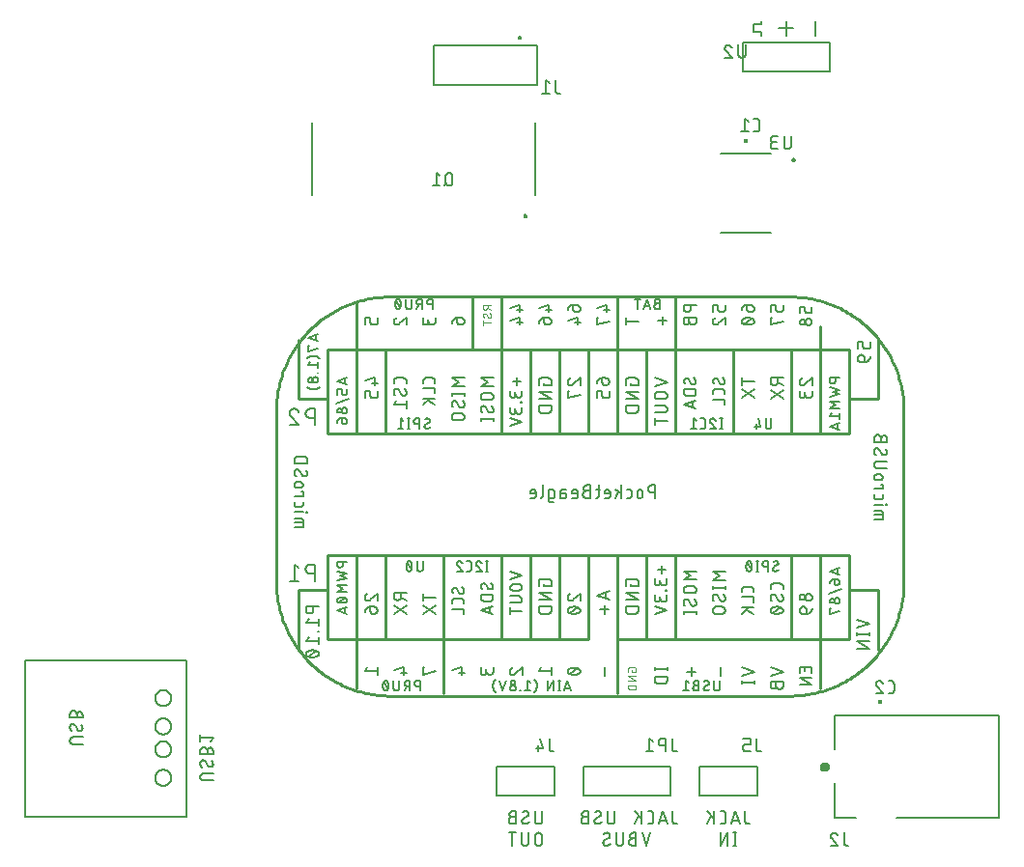
<source format=gbr>
G04 EAGLE Gerber RS-274X export*
G75*
%MOMM*%
%FSLAX34Y34*%
%LPD*%
%INSilkscreen Bottom*%
%IPPOS*%
%AMOC8*
5,1,8,0,0,1.08239X$1,22.5*%
G01*
%ADD10C,0.152400*%
%ADD11C,0.127000*%
%ADD12C,0.200000*%
%ADD13C,0.254000*%
%ADD14C,0.101600*%
%ADD15C,0.203200*%
%ADD16C,0.400000*%
%ADD17C,0.409562*%


D10*
X421040Y126238D02*
X421040Y118166D01*
X421038Y118055D01*
X421032Y117945D01*
X421022Y117834D01*
X421008Y117724D01*
X420991Y117615D01*
X420969Y117506D01*
X420944Y117398D01*
X420914Y117292D01*
X420881Y117186D01*
X420844Y117081D01*
X420804Y116978D01*
X420759Y116877D01*
X420712Y116777D01*
X420660Y116678D01*
X420605Y116582D01*
X420547Y116488D01*
X420486Y116396D01*
X420421Y116306D01*
X420353Y116218D01*
X420282Y116133D01*
X420208Y116051D01*
X420131Y115971D01*
X420051Y115894D01*
X419969Y115820D01*
X419884Y115749D01*
X419796Y115681D01*
X419706Y115616D01*
X419614Y115555D01*
X419520Y115497D01*
X419424Y115442D01*
X419325Y115390D01*
X419225Y115343D01*
X419124Y115298D01*
X419021Y115258D01*
X418916Y115221D01*
X418810Y115188D01*
X418704Y115158D01*
X418596Y115133D01*
X418487Y115111D01*
X418378Y115094D01*
X418268Y115080D01*
X418157Y115070D01*
X418047Y115064D01*
X417936Y115062D01*
X417825Y115064D01*
X417715Y115070D01*
X417604Y115080D01*
X417494Y115094D01*
X417385Y115111D01*
X417276Y115133D01*
X417168Y115158D01*
X417062Y115188D01*
X416956Y115221D01*
X416851Y115258D01*
X416748Y115298D01*
X416647Y115343D01*
X416547Y115390D01*
X416448Y115442D01*
X416352Y115497D01*
X416258Y115555D01*
X416166Y115616D01*
X416076Y115681D01*
X415988Y115749D01*
X415903Y115820D01*
X415821Y115894D01*
X415741Y115971D01*
X415664Y116051D01*
X415590Y116133D01*
X415519Y116218D01*
X415451Y116306D01*
X415386Y116396D01*
X415325Y116488D01*
X415267Y116582D01*
X415212Y116678D01*
X415160Y116777D01*
X415113Y116877D01*
X415068Y116978D01*
X415028Y117081D01*
X414991Y117186D01*
X414958Y117292D01*
X414928Y117398D01*
X414903Y117506D01*
X414881Y117615D01*
X414864Y117724D01*
X414850Y117834D01*
X414840Y117945D01*
X414834Y118055D01*
X414832Y118166D01*
X414831Y118166D02*
X414831Y126238D01*
X405885Y115062D02*
X405787Y115064D01*
X405690Y115070D01*
X405593Y115079D01*
X405496Y115093D01*
X405400Y115110D01*
X405305Y115131D01*
X405211Y115155D01*
X405117Y115184D01*
X405025Y115216D01*
X404934Y115251D01*
X404845Y115290D01*
X404757Y115333D01*
X404671Y115379D01*
X404587Y115428D01*
X404505Y115481D01*
X404425Y115536D01*
X404347Y115595D01*
X404272Y115657D01*
X404199Y115722D01*
X404129Y115790D01*
X404061Y115860D01*
X403996Y115933D01*
X403934Y116008D01*
X403875Y116086D01*
X403820Y116166D01*
X403767Y116248D01*
X403718Y116332D01*
X403672Y116418D01*
X403629Y116506D01*
X403590Y116595D01*
X403555Y116686D01*
X403523Y116778D01*
X403494Y116872D01*
X403470Y116966D01*
X403449Y117061D01*
X403432Y117157D01*
X403418Y117254D01*
X403409Y117351D01*
X403403Y117448D01*
X403401Y117546D01*
X405885Y115062D02*
X406028Y115064D01*
X406171Y115070D01*
X406313Y115079D01*
X406455Y115093D01*
X406597Y115111D01*
X406738Y115132D01*
X406879Y115157D01*
X407019Y115186D01*
X407158Y115219D01*
X407296Y115255D01*
X407433Y115296D01*
X407569Y115340D01*
X407703Y115387D01*
X407837Y115439D01*
X407968Y115493D01*
X408099Y115552D01*
X408227Y115614D01*
X408354Y115679D01*
X408479Y115748D01*
X408603Y115821D01*
X408724Y115896D01*
X408843Y115975D01*
X408960Y116057D01*
X409074Y116143D01*
X409186Y116231D01*
X409296Y116322D01*
X409403Y116417D01*
X409508Y116514D01*
X409610Y116614D01*
X409300Y123754D02*
X409298Y123852D01*
X409292Y123949D01*
X409283Y124046D01*
X409269Y124143D01*
X409252Y124239D01*
X409231Y124334D01*
X409207Y124428D01*
X409178Y124522D01*
X409146Y124614D01*
X409111Y124705D01*
X409072Y124794D01*
X409029Y124882D01*
X408983Y124968D01*
X408934Y125052D01*
X408881Y125134D01*
X408826Y125214D01*
X408767Y125292D01*
X408705Y125367D01*
X408640Y125440D01*
X408572Y125510D01*
X408502Y125578D01*
X408429Y125643D01*
X408354Y125705D01*
X408276Y125764D01*
X408196Y125819D01*
X408114Y125872D01*
X408030Y125921D01*
X407944Y125967D01*
X407856Y126010D01*
X407767Y126049D01*
X407676Y126084D01*
X407584Y126116D01*
X407490Y126145D01*
X407396Y126169D01*
X407301Y126190D01*
X407205Y126207D01*
X407108Y126221D01*
X407011Y126230D01*
X406914Y126236D01*
X406816Y126238D01*
X406686Y126236D01*
X406556Y126231D01*
X406426Y126222D01*
X406296Y126209D01*
X406167Y126193D01*
X406038Y126173D01*
X405910Y126149D01*
X405782Y126122D01*
X405656Y126091D01*
X405530Y126057D01*
X405405Y126019D01*
X405282Y125978D01*
X405159Y125933D01*
X405038Y125885D01*
X404918Y125834D01*
X404800Y125779D01*
X404684Y125721D01*
X404569Y125660D01*
X404455Y125595D01*
X404344Y125528D01*
X404235Y125457D01*
X404127Y125383D01*
X404022Y125307D01*
X408057Y121581D02*
X408140Y121632D01*
X408221Y121686D01*
X408299Y121743D01*
X408375Y121803D01*
X408449Y121866D01*
X408520Y121932D01*
X408589Y122000D01*
X408655Y122071D01*
X408719Y122144D01*
X408779Y122220D01*
X408836Y122298D01*
X408891Y122379D01*
X408942Y122461D01*
X408990Y122545D01*
X409035Y122631D01*
X409077Y122719D01*
X409115Y122808D01*
X409149Y122898D01*
X409181Y122990D01*
X409208Y123083D01*
X409232Y123177D01*
X409253Y123272D01*
X409269Y123368D01*
X409282Y123464D01*
X409292Y123560D01*
X409297Y123657D01*
X409299Y123754D01*
X404644Y119719D02*
X404561Y119668D01*
X404480Y119614D01*
X404402Y119557D01*
X404326Y119497D01*
X404252Y119434D01*
X404181Y119368D01*
X404112Y119300D01*
X404046Y119229D01*
X403982Y119156D01*
X403922Y119080D01*
X403865Y119002D01*
X403810Y118921D01*
X403759Y118839D01*
X403711Y118755D01*
X403666Y118669D01*
X403624Y118581D01*
X403586Y118492D01*
X403552Y118402D01*
X403520Y118310D01*
X403493Y118217D01*
X403469Y118123D01*
X403448Y118028D01*
X403432Y117932D01*
X403419Y117836D01*
X403409Y117740D01*
X403404Y117643D01*
X403402Y117546D01*
X404643Y119719D02*
X408058Y121581D01*
X397969Y121271D02*
X394864Y121271D01*
X394864Y121270D02*
X394753Y121268D01*
X394643Y121262D01*
X394532Y121252D01*
X394422Y121238D01*
X394313Y121221D01*
X394204Y121199D01*
X394096Y121174D01*
X393990Y121144D01*
X393884Y121111D01*
X393779Y121074D01*
X393676Y121034D01*
X393575Y120989D01*
X393475Y120942D01*
X393376Y120890D01*
X393280Y120835D01*
X393186Y120777D01*
X393094Y120716D01*
X393004Y120651D01*
X392916Y120583D01*
X392831Y120512D01*
X392749Y120438D01*
X392669Y120361D01*
X392592Y120281D01*
X392518Y120199D01*
X392447Y120114D01*
X392379Y120026D01*
X392314Y119936D01*
X392253Y119844D01*
X392195Y119750D01*
X392140Y119654D01*
X392088Y119555D01*
X392041Y119455D01*
X391996Y119354D01*
X391956Y119251D01*
X391919Y119146D01*
X391886Y119040D01*
X391856Y118934D01*
X391831Y118826D01*
X391809Y118717D01*
X391792Y118608D01*
X391778Y118498D01*
X391768Y118387D01*
X391762Y118277D01*
X391760Y118166D01*
X391762Y118055D01*
X391768Y117945D01*
X391778Y117834D01*
X391792Y117724D01*
X391809Y117615D01*
X391831Y117506D01*
X391856Y117398D01*
X391886Y117292D01*
X391919Y117186D01*
X391956Y117081D01*
X391996Y116978D01*
X392041Y116877D01*
X392088Y116777D01*
X392140Y116678D01*
X392195Y116582D01*
X392253Y116488D01*
X392314Y116396D01*
X392379Y116306D01*
X392447Y116218D01*
X392518Y116133D01*
X392592Y116051D01*
X392669Y115971D01*
X392749Y115894D01*
X392831Y115820D01*
X392916Y115749D01*
X393004Y115681D01*
X393094Y115616D01*
X393186Y115555D01*
X393280Y115497D01*
X393376Y115442D01*
X393475Y115390D01*
X393575Y115343D01*
X393676Y115298D01*
X393779Y115258D01*
X393884Y115221D01*
X393990Y115188D01*
X394096Y115158D01*
X394204Y115133D01*
X394313Y115111D01*
X394422Y115094D01*
X394532Y115080D01*
X394643Y115070D01*
X394753Y115064D01*
X394864Y115062D01*
X397969Y115062D01*
X397969Y126238D01*
X394864Y126238D01*
X394765Y126236D01*
X394667Y126230D01*
X394568Y126220D01*
X394471Y126207D01*
X394373Y126189D01*
X394277Y126168D01*
X394181Y126142D01*
X394087Y126113D01*
X393994Y126081D01*
X393902Y126044D01*
X393812Y126004D01*
X393723Y125960D01*
X393636Y125913D01*
X393551Y125863D01*
X393469Y125809D01*
X393388Y125752D01*
X393310Y125692D01*
X393234Y125628D01*
X393161Y125562D01*
X393090Y125493D01*
X393022Y125421D01*
X392958Y125346D01*
X392896Y125269D01*
X392837Y125190D01*
X392782Y125108D01*
X392729Y125024D01*
X392681Y124939D01*
X392635Y124851D01*
X392593Y124761D01*
X392555Y124670D01*
X392521Y124578D01*
X392490Y124484D01*
X392463Y124389D01*
X392439Y124293D01*
X392420Y124196D01*
X392404Y124099D01*
X392392Y124001D01*
X392384Y123902D01*
X392380Y123803D01*
X392380Y123705D01*
X392384Y123606D01*
X392392Y123507D01*
X392404Y123409D01*
X392420Y123312D01*
X392439Y123215D01*
X392463Y123119D01*
X392490Y123024D01*
X392521Y122930D01*
X392555Y122838D01*
X392593Y122747D01*
X392635Y122657D01*
X392681Y122569D01*
X392729Y122484D01*
X392782Y122400D01*
X392837Y122318D01*
X392896Y122239D01*
X392958Y122162D01*
X393022Y122087D01*
X393090Y122015D01*
X393161Y121946D01*
X393234Y121880D01*
X393310Y121816D01*
X393388Y121756D01*
X393469Y121699D01*
X393551Y121645D01*
X393636Y121595D01*
X393723Y121548D01*
X393812Y121504D01*
X393902Y121464D01*
X393994Y121427D01*
X394087Y121395D01*
X394181Y121366D01*
X394277Y121340D01*
X394373Y121319D01*
X394471Y121301D01*
X394568Y121288D01*
X394667Y121278D01*
X394765Y121272D01*
X394864Y121270D01*
X420934Y104084D02*
X420934Y99116D01*
X420934Y104084D02*
X420932Y104195D01*
X420926Y104305D01*
X420916Y104416D01*
X420902Y104526D01*
X420885Y104635D01*
X420863Y104744D01*
X420838Y104852D01*
X420808Y104958D01*
X420775Y105064D01*
X420738Y105169D01*
X420698Y105272D01*
X420653Y105373D01*
X420606Y105473D01*
X420554Y105572D01*
X420499Y105668D01*
X420441Y105762D01*
X420380Y105854D01*
X420315Y105944D01*
X420247Y106032D01*
X420176Y106117D01*
X420102Y106199D01*
X420025Y106279D01*
X419945Y106356D01*
X419863Y106430D01*
X419778Y106501D01*
X419690Y106569D01*
X419600Y106634D01*
X419508Y106695D01*
X419414Y106753D01*
X419318Y106808D01*
X419219Y106860D01*
X419119Y106907D01*
X419018Y106952D01*
X418915Y106992D01*
X418810Y107029D01*
X418704Y107062D01*
X418598Y107092D01*
X418490Y107117D01*
X418381Y107139D01*
X418272Y107156D01*
X418162Y107170D01*
X418051Y107180D01*
X417941Y107186D01*
X417830Y107188D01*
X417719Y107186D01*
X417609Y107180D01*
X417498Y107170D01*
X417388Y107156D01*
X417279Y107139D01*
X417170Y107117D01*
X417062Y107092D01*
X416956Y107062D01*
X416850Y107029D01*
X416745Y106992D01*
X416642Y106952D01*
X416541Y106907D01*
X416441Y106860D01*
X416342Y106808D01*
X416246Y106753D01*
X416152Y106695D01*
X416060Y106634D01*
X415970Y106569D01*
X415882Y106501D01*
X415797Y106430D01*
X415715Y106356D01*
X415635Y106279D01*
X415558Y106199D01*
X415484Y106117D01*
X415413Y106032D01*
X415345Y105944D01*
X415280Y105854D01*
X415219Y105762D01*
X415161Y105668D01*
X415106Y105572D01*
X415054Y105473D01*
X415007Y105373D01*
X414962Y105272D01*
X414922Y105169D01*
X414885Y105064D01*
X414852Y104958D01*
X414822Y104852D01*
X414797Y104744D01*
X414775Y104635D01*
X414758Y104526D01*
X414744Y104416D01*
X414734Y104305D01*
X414728Y104195D01*
X414726Y104084D01*
X414726Y99116D01*
X414728Y99005D01*
X414734Y98895D01*
X414744Y98784D01*
X414758Y98674D01*
X414775Y98565D01*
X414797Y98456D01*
X414822Y98348D01*
X414852Y98242D01*
X414885Y98136D01*
X414922Y98031D01*
X414962Y97928D01*
X415007Y97827D01*
X415054Y97727D01*
X415106Y97628D01*
X415161Y97532D01*
X415219Y97438D01*
X415280Y97346D01*
X415345Y97256D01*
X415413Y97168D01*
X415484Y97083D01*
X415558Y97001D01*
X415635Y96921D01*
X415715Y96844D01*
X415797Y96770D01*
X415882Y96699D01*
X415970Y96631D01*
X416060Y96566D01*
X416152Y96505D01*
X416246Y96447D01*
X416342Y96392D01*
X416441Y96340D01*
X416541Y96293D01*
X416642Y96248D01*
X416745Y96208D01*
X416850Y96171D01*
X416956Y96138D01*
X417062Y96108D01*
X417170Y96083D01*
X417279Y96061D01*
X417388Y96044D01*
X417498Y96030D01*
X417609Y96020D01*
X417719Y96014D01*
X417830Y96012D01*
X417941Y96014D01*
X418051Y96020D01*
X418162Y96030D01*
X418272Y96044D01*
X418381Y96061D01*
X418490Y96083D01*
X418598Y96108D01*
X418704Y96138D01*
X418810Y96171D01*
X418915Y96208D01*
X419018Y96248D01*
X419119Y96293D01*
X419219Y96340D01*
X419318Y96392D01*
X419414Y96447D01*
X419508Y96505D01*
X419600Y96566D01*
X419690Y96631D01*
X419778Y96699D01*
X419863Y96770D01*
X419945Y96844D01*
X420025Y96921D01*
X420102Y97001D01*
X420176Y97083D01*
X420247Y97168D01*
X420315Y97256D01*
X420380Y97346D01*
X420441Y97438D01*
X420499Y97532D01*
X420554Y97628D01*
X420606Y97727D01*
X420653Y97827D01*
X420698Y97928D01*
X420738Y98031D01*
X420775Y98136D01*
X420808Y98242D01*
X420838Y98348D01*
X420863Y98456D01*
X420885Y98565D01*
X420902Y98674D01*
X420916Y98784D01*
X420926Y98895D01*
X420932Y99005D01*
X420934Y99116D01*
X409123Y99116D02*
X409123Y107188D01*
X409123Y99116D02*
X409121Y99005D01*
X409115Y98895D01*
X409105Y98784D01*
X409091Y98674D01*
X409074Y98565D01*
X409052Y98456D01*
X409027Y98348D01*
X408997Y98242D01*
X408964Y98136D01*
X408927Y98031D01*
X408887Y97928D01*
X408842Y97827D01*
X408795Y97727D01*
X408743Y97628D01*
X408688Y97532D01*
X408630Y97438D01*
X408569Y97346D01*
X408504Y97256D01*
X408436Y97168D01*
X408365Y97083D01*
X408291Y97001D01*
X408214Y96921D01*
X408134Y96844D01*
X408052Y96770D01*
X407967Y96699D01*
X407879Y96631D01*
X407789Y96566D01*
X407697Y96505D01*
X407603Y96447D01*
X407507Y96392D01*
X407408Y96340D01*
X407308Y96293D01*
X407207Y96248D01*
X407104Y96208D01*
X406999Y96171D01*
X406893Y96138D01*
X406787Y96108D01*
X406679Y96083D01*
X406570Y96061D01*
X406461Y96044D01*
X406351Y96030D01*
X406240Y96020D01*
X406130Y96014D01*
X406019Y96012D01*
X405908Y96014D01*
X405798Y96020D01*
X405687Y96030D01*
X405577Y96044D01*
X405468Y96061D01*
X405359Y96083D01*
X405251Y96108D01*
X405145Y96138D01*
X405039Y96171D01*
X404934Y96208D01*
X404831Y96248D01*
X404730Y96293D01*
X404630Y96340D01*
X404531Y96392D01*
X404435Y96447D01*
X404341Y96505D01*
X404249Y96566D01*
X404159Y96631D01*
X404071Y96699D01*
X403986Y96770D01*
X403904Y96844D01*
X403824Y96921D01*
X403747Y97001D01*
X403673Y97083D01*
X403602Y97168D01*
X403534Y97256D01*
X403469Y97346D01*
X403408Y97438D01*
X403350Y97532D01*
X403295Y97628D01*
X403243Y97727D01*
X403196Y97827D01*
X403151Y97928D01*
X403111Y98031D01*
X403074Y98136D01*
X403041Y98242D01*
X403011Y98348D01*
X402986Y98456D01*
X402964Y98565D01*
X402947Y98674D01*
X402933Y98784D01*
X402923Y98895D01*
X402917Y99005D01*
X402915Y99116D01*
X402915Y107188D01*
X394970Y107188D02*
X394970Y96012D01*
X398074Y107188D02*
X391866Y107188D01*
X598988Y117546D02*
X598988Y126238D01*
X598987Y117546D02*
X598989Y117448D01*
X598995Y117351D01*
X599004Y117254D01*
X599018Y117157D01*
X599035Y117061D01*
X599056Y116966D01*
X599080Y116872D01*
X599109Y116778D01*
X599141Y116686D01*
X599176Y116595D01*
X599215Y116506D01*
X599258Y116418D01*
X599304Y116332D01*
X599353Y116248D01*
X599406Y116166D01*
X599461Y116086D01*
X599520Y116008D01*
X599582Y115933D01*
X599647Y115860D01*
X599715Y115790D01*
X599785Y115722D01*
X599858Y115657D01*
X599933Y115595D01*
X600011Y115536D01*
X600091Y115481D01*
X600173Y115428D01*
X600257Y115379D01*
X600343Y115333D01*
X600431Y115290D01*
X600520Y115251D01*
X600611Y115216D01*
X600703Y115184D01*
X600797Y115155D01*
X600891Y115131D01*
X600986Y115110D01*
X601082Y115093D01*
X601179Y115079D01*
X601276Y115070D01*
X601373Y115064D01*
X601471Y115062D01*
X602713Y115062D01*
X594065Y115062D02*
X590339Y126238D01*
X586614Y115062D01*
X587545Y117856D02*
X593133Y117856D01*
X579572Y115062D02*
X577088Y115062D01*
X579572Y115062D02*
X579670Y115064D01*
X579767Y115070D01*
X579864Y115079D01*
X579961Y115093D01*
X580057Y115110D01*
X580152Y115131D01*
X580246Y115155D01*
X580340Y115184D01*
X580432Y115216D01*
X580523Y115251D01*
X580612Y115290D01*
X580700Y115333D01*
X580786Y115379D01*
X580870Y115428D01*
X580952Y115481D01*
X581032Y115536D01*
X581110Y115595D01*
X581185Y115657D01*
X581258Y115722D01*
X581328Y115790D01*
X581396Y115860D01*
X581461Y115933D01*
X581523Y116008D01*
X581582Y116086D01*
X581637Y116166D01*
X581690Y116248D01*
X581739Y116332D01*
X581785Y116418D01*
X581828Y116506D01*
X581867Y116595D01*
X581902Y116686D01*
X581934Y116778D01*
X581963Y116872D01*
X581987Y116966D01*
X582008Y117061D01*
X582025Y117157D01*
X582039Y117254D01*
X582048Y117351D01*
X582054Y117449D01*
X582056Y117546D01*
X582055Y117546D02*
X582055Y123754D01*
X582056Y123754D02*
X582054Y123852D01*
X582048Y123949D01*
X582039Y124046D01*
X582025Y124143D01*
X582008Y124239D01*
X581987Y124334D01*
X581963Y124428D01*
X581934Y124522D01*
X581902Y124614D01*
X581867Y124705D01*
X581828Y124794D01*
X581785Y124882D01*
X581739Y124968D01*
X581690Y125052D01*
X581637Y125134D01*
X581582Y125214D01*
X581523Y125292D01*
X581461Y125367D01*
X581396Y125440D01*
X581328Y125510D01*
X581258Y125578D01*
X581185Y125643D01*
X581110Y125705D01*
X581032Y125764D01*
X580952Y125819D01*
X580870Y125872D01*
X580786Y125921D01*
X580700Y125967D01*
X580612Y126010D01*
X580523Y126049D01*
X580432Y126084D01*
X580340Y126116D01*
X580246Y126145D01*
X580152Y126169D01*
X580057Y126190D01*
X579961Y126207D01*
X579864Y126221D01*
X579767Y126230D01*
X579670Y126236D01*
X579572Y126238D01*
X577088Y126238D01*
X571896Y126238D02*
X571896Y115062D01*
X571896Y119408D02*
X565687Y126238D01*
X569412Y121892D02*
X565687Y115062D01*
X589894Y107188D02*
X589894Y96012D01*
X591136Y96012D02*
X588652Y96012D01*
X588652Y107188D02*
X591136Y107188D01*
X583473Y107188D02*
X583473Y96012D01*
X577264Y96012D02*
X583473Y107188D01*
X577264Y107188D02*
X577264Y96012D01*
X516050Y107188D02*
X512325Y96012D01*
X508600Y107188D01*
X503407Y102221D02*
X500302Y102221D01*
X500302Y102220D02*
X500191Y102218D01*
X500081Y102212D01*
X499970Y102202D01*
X499860Y102188D01*
X499751Y102171D01*
X499642Y102149D01*
X499534Y102124D01*
X499428Y102094D01*
X499322Y102061D01*
X499217Y102024D01*
X499114Y101984D01*
X499013Y101939D01*
X498913Y101892D01*
X498814Y101840D01*
X498718Y101785D01*
X498624Y101727D01*
X498532Y101666D01*
X498442Y101601D01*
X498354Y101533D01*
X498269Y101462D01*
X498187Y101388D01*
X498107Y101311D01*
X498030Y101231D01*
X497956Y101149D01*
X497885Y101064D01*
X497817Y100976D01*
X497752Y100886D01*
X497691Y100794D01*
X497633Y100700D01*
X497578Y100604D01*
X497526Y100505D01*
X497479Y100405D01*
X497434Y100304D01*
X497394Y100201D01*
X497357Y100096D01*
X497324Y99990D01*
X497294Y99884D01*
X497269Y99776D01*
X497247Y99667D01*
X497230Y99558D01*
X497216Y99448D01*
X497206Y99337D01*
X497200Y99227D01*
X497198Y99116D01*
X497200Y99005D01*
X497206Y98895D01*
X497216Y98784D01*
X497230Y98674D01*
X497247Y98565D01*
X497269Y98456D01*
X497294Y98348D01*
X497324Y98242D01*
X497357Y98136D01*
X497394Y98031D01*
X497434Y97928D01*
X497479Y97827D01*
X497526Y97727D01*
X497578Y97628D01*
X497633Y97532D01*
X497691Y97438D01*
X497752Y97346D01*
X497817Y97256D01*
X497885Y97168D01*
X497956Y97083D01*
X498030Y97001D01*
X498107Y96921D01*
X498187Y96844D01*
X498269Y96770D01*
X498354Y96699D01*
X498442Y96631D01*
X498532Y96566D01*
X498624Y96505D01*
X498718Y96447D01*
X498814Y96392D01*
X498913Y96340D01*
X499013Y96293D01*
X499114Y96248D01*
X499217Y96208D01*
X499322Y96171D01*
X499428Y96138D01*
X499534Y96108D01*
X499642Y96083D01*
X499751Y96061D01*
X499860Y96044D01*
X499970Y96030D01*
X500081Y96020D01*
X500191Y96014D01*
X500302Y96012D01*
X503407Y96012D01*
X503407Y107188D01*
X500302Y107188D01*
X500203Y107186D01*
X500105Y107180D01*
X500006Y107170D01*
X499909Y107157D01*
X499811Y107139D01*
X499715Y107118D01*
X499619Y107092D01*
X499525Y107063D01*
X499432Y107031D01*
X499340Y106994D01*
X499250Y106954D01*
X499161Y106910D01*
X499074Y106863D01*
X498989Y106813D01*
X498907Y106759D01*
X498826Y106702D01*
X498748Y106642D01*
X498672Y106578D01*
X498599Y106512D01*
X498528Y106443D01*
X498460Y106371D01*
X498396Y106296D01*
X498334Y106219D01*
X498275Y106140D01*
X498220Y106058D01*
X498167Y105974D01*
X498119Y105889D01*
X498073Y105801D01*
X498031Y105711D01*
X497993Y105620D01*
X497959Y105528D01*
X497928Y105434D01*
X497901Y105339D01*
X497877Y105243D01*
X497858Y105146D01*
X497842Y105049D01*
X497830Y104951D01*
X497822Y104852D01*
X497818Y104753D01*
X497818Y104655D01*
X497822Y104556D01*
X497830Y104457D01*
X497842Y104359D01*
X497858Y104262D01*
X497877Y104165D01*
X497901Y104069D01*
X497928Y103974D01*
X497959Y103880D01*
X497993Y103788D01*
X498031Y103697D01*
X498073Y103607D01*
X498119Y103519D01*
X498167Y103434D01*
X498220Y103350D01*
X498275Y103268D01*
X498334Y103189D01*
X498396Y103112D01*
X498460Y103037D01*
X498528Y102965D01*
X498599Y102896D01*
X498672Y102830D01*
X498748Y102766D01*
X498826Y102706D01*
X498907Y102649D01*
X498989Y102595D01*
X499074Y102545D01*
X499161Y102498D01*
X499250Y102454D01*
X499340Y102414D01*
X499432Y102377D01*
X499525Y102345D01*
X499619Y102316D01*
X499715Y102290D01*
X499811Y102269D01*
X499909Y102251D01*
X500006Y102238D01*
X500105Y102228D01*
X500203Y102222D01*
X500302Y102220D01*
X492189Y99116D02*
X492189Y107188D01*
X492188Y99116D02*
X492186Y99005D01*
X492180Y98895D01*
X492170Y98784D01*
X492156Y98674D01*
X492139Y98565D01*
X492117Y98456D01*
X492092Y98348D01*
X492062Y98242D01*
X492029Y98136D01*
X491992Y98031D01*
X491952Y97928D01*
X491907Y97827D01*
X491860Y97727D01*
X491808Y97628D01*
X491753Y97532D01*
X491695Y97438D01*
X491634Y97346D01*
X491569Y97256D01*
X491501Y97168D01*
X491430Y97083D01*
X491356Y97001D01*
X491279Y96921D01*
X491199Y96844D01*
X491117Y96770D01*
X491032Y96699D01*
X490944Y96631D01*
X490854Y96566D01*
X490762Y96505D01*
X490668Y96447D01*
X490572Y96392D01*
X490473Y96340D01*
X490373Y96293D01*
X490272Y96248D01*
X490169Y96208D01*
X490064Y96171D01*
X489958Y96138D01*
X489852Y96108D01*
X489744Y96083D01*
X489635Y96061D01*
X489526Y96044D01*
X489416Y96030D01*
X489305Y96020D01*
X489195Y96014D01*
X489084Y96012D01*
X488973Y96014D01*
X488863Y96020D01*
X488752Y96030D01*
X488642Y96044D01*
X488533Y96061D01*
X488424Y96083D01*
X488316Y96108D01*
X488210Y96138D01*
X488104Y96171D01*
X487999Y96208D01*
X487896Y96248D01*
X487795Y96293D01*
X487695Y96340D01*
X487596Y96392D01*
X487500Y96447D01*
X487406Y96505D01*
X487314Y96566D01*
X487224Y96631D01*
X487136Y96699D01*
X487051Y96770D01*
X486969Y96844D01*
X486889Y96921D01*
X486812Y97001D01*
X486738Y97083D01*
X486667Y97168D01*
X486599Y97256D01*
X486534Y97346D01*
X486473Y97438D01*
X486415Y97532D01*
X486360Y97628D01*
X486308Y97727D01*
X486261Y97827D01*
X486216Y97928D01*
X486176Y98031D01*
X486139Y98136D01*
X486106Y98242D01*
X486076Y98348D01*
X486051Y98456D01*
X486029Y98565D01*
X486012Y98674D01*
X485998Y98784D01*
X485988Y98895D01*
X485982Y99005D01*
X485980Y99116D01*
X485980Y107188D01*
X477033Y96012D02*
X476935Y96014D01*
X476838Y96020D01*
X476741Y96029D01*
X476644Y96043D01*
X476548Y96060D01*
X476453Y96081D01*
X476359Y96105D01*
X476265Y96134D01*
X476173Y96166D01*
X476082Y96201D01*
X475993Y96240D01*
X475905Y96283D01*
X475819Y96329D01*
X475735Y96378D01*
X475653Y96431D01*
X475573Y96486D01*
X475495Y96545D01*
X475420Y96607D01*
X475347Y96672D01*
X475277Y96740D01*
X475209Y96810D01*
X475144Y96883D01*
X475082Y96958D01*
X475023Y97036D01*
X474968Y97116D01*
X474915Y97198D01*
X474866Y97282D01*
X474820Y97368D01*
X474777Y97456D01*
X474738Y97545D01*
X474703Y97636D01*
X474671Y97728D01*
X474642Y97822D01*
X474618Y97916D01*
X474597Y98011D01*
X474580Y98107D01*
X474566Y98204D01*
X474557Y98301D01*
X474551Y98398D01*
X474549Y98496D01*
X477033Y96012D02*
X477176Y96014D01*
X477319Y96020D01*
X477461Y96029D01*
X477603Y96043D01*
X477745Y96061D01*
X477886Y96082D01*
X478027Y96107D01*
X478167Y96136D01*
X478306Y96169D01*
X478444Y96205D01*
X478581Y96246D01*
X478717Y96290D01*
X478851Y96337D01*
X478985Y96389D01*
X479116Y96443D01*
X479247Y96502D01*
X479375Y96564D01*
X479502Y96629D01*
X479627Y96698D01*
X479751Y96771D01*
X479872Y96846D01*
X479991Y96925D01*
X480108Y97007D01*
X480222Y97093D01*
X480334Y97181D01*
X480444Y97272D01*
X480551Y97367D01*
X480656Y97464D01*
X480758Y97564D01*
X480449Y104704D02*
X480447Y104802D01*
X480441Y104899D01*
X480432Y104996D01*
X480418Y105093D01*
X480401Y105189D01*
X480380Y105284D01*
X480356Y105378D01*
X480327Y105472D01*
X480295Y105564D01*
X480260Y105655D01*
X480221Y105744D01*
X480178Y105832D01*
X480132Y105918D01*
X480083Y106002D01*
X480030Y106084D01*
X479975Y106164D01*
X479916Y106242D01*
X479854Y106317D01*
X479789Y106390D01*
X479721Y106460D01*
X479651Y106528D01*
X479578Y106593D01*
X479503Y106655D01*
X479425Y106714D01*
X479345Y106769D01*
X479263Y106822D01*
X479179Y106871D01*
X479093Y106917D01*
X479005Y106960D01*
X478916Y106999D01*
X478825Y107034D01*
X478733Y107066D01*
X478639Y107095D01*
X478545Y107119D01*
X478450Y107140D01*
X478354Y107157D01*
X478257Y107171D01*
X478160Y107180D01*
X478063Y107186D01*
X477965Y107188D01*
X477835Y107186D01*
X477705Y107181D01*
X477575Y107172D01*
X477445Y107159D01*
X477316Y107143D01*
X477187Y107123D01*
X477059Y107099D01*
X476931Y107072D01*
X476805Y107041D01*
X476679Y107007D01*
X476554Y106969D01*
X476431Y106928D01*
X476308Y106883D01*
X476187Y106835D01*
X476067Y106784D01*
X475949Y106729D01*
X475833Y106671D01*
X475718Y106610D01*
X475604Y106545D01*
X475493Y106478D01*
X475384Y106407D01*
X475276Y106333D01*
X475171Y106257D01*
X479206Y102531D02*
X479289Y102582D01*
X479370Y102636D01*
X479448Y102693D01*
X479524Y102753D01*
X479598Y102816D01*
X479669Y102882D01*
X479738Y102950D01*
X479804Y103021D01*
X479868Y103094D01*
X479928Y103170D01*
X479985Y103248D01*
X480040Y103329D01*
X480091Y103411D01*
X480139Y103495D01*
X480184Y103581D01*
X480226Y103669D01*
X480264Y103758D01*
X480298Y103848D01*
X480330Y103940D01*
X480357Y104033D01*
X480381Y104127D01*
X480402Y104222D01*
X480418Y104318D01*
X480431Y104414D01*
X480441Y104510D01*
X480446Y104607D01*
X480448Y104704D01*
X475792Y100669D02*
X475709Y100618D01*
X475628Y100564D01*
X475550Y100507D01*
X475474Y100447D01*
X475400Y100384D01*
X475329Y100318D01*
X475260Y100250D01*
X475194Y100179D01*
X475130Y100106D01*
X475070Y100030D01*
X475013Y99952D01*
X474958Y99871D01*
X474907Y99789D01*
X474859Y99705D01*
X474814Y99619D01*
X474772Y99531D01*
X474734Y99442D01*
X474700Y99352D01*
X474668Y99260D01*
X474641Y99167D01*
X474617Y99073D01*
X474596Y98978D01*
X474580Y98882D01*
X474567Y98786D01*
X474557Y98690D01*
X474552Y98593D01*
X474550Y98496D01*
X475791Y100669D02*
X479206Y102531D01*
X535488Y117546D02*
X535488Y126238D01*
X535487Y117546D02*
X535489Y117448D01*
X535495Y117351D01*
X535504Y117254D01*
X535518Y117157D01*
X535535Y117061D01*
X535556Y116966D01*
X535580Y116872D01*
X535609Y116778D01*
X535641Y116686D01*
X535676Y116595D01*
X535715Y116506D01*
X535758Y116418D01*
X535804Y116332D01*
X535853Y116248D01*
X535906Y116166D01*
X535961Y116086D01*
X536020Y116008D01*
X536082Y115933D01*
X536147Y115860D01*
X536215Y115790D01*
X536285Y115722D01*
X536358Y115657D01*
X536433Y115595D01*
X536511Y115536D01*
X536591Y115481D01*
X536673Y115428D01*
X536757Y115379D01*
X536843Y115333D01*
X536931Y115290D01*
X537020Y115251D01*
X537111Y115216D01*
X537203Y115184D01*
X537297Y115155D01*
X537391Y115131D01*
X537486Y115110D01*
X537582Y115093D01*
X537679Y115079D01*
X537776Y115070D01*
X537873Y115064D01*
X537971Y115062D01*
X539213Y115062D01*
X530565Y115062D02*
X526839Y126238D01*
X523114Y115062D01*
X524045Y117856D02*
X529633Y117856D01*
X516072Y115062D02*
X513588Y115062D01*
X516072Y115062D02*
X516170Y115064D01*
X516267Y115070D01*
X516364Y115079D01*
X516461Y115093D01*
X516557Y115110D01*
X516652Y115131D01*
X516746Y115155D01*
X516840Y115184D01*
X516932Y115216D01*
X517023Y115251D01*
X517112Y115290D01*
X517200Y115333D01*
X517286Y115379D01*
X517370Y115428D01*
X517452Y115481D01*
X517532Y115536D01*
X517610Y115595D01*
X517685Y115657D01*
X517758Y115722D01*
X517828Y115790D01*
X517896Y115860D01*
X517961Y115933D01*
X518023Y116008D01*
X518082Y116086D01*
X518137Y116166D01*
X518190Y116248D01*
X518239Y116332D01*
X518285Y116418D01*
X518328Y116506D01*
X518367Y116595D01*
X518402Y116686D01*
X518434Y116778D01*
X518463Y116872D01*
X518487Y116966D01*
X518508Y117061D01*
X518525Y117157D01*
X518539Y117254D01*
X518548Y117351D01*
X518554Y117449D01*
X518556Y117546D01*
X518555Y117546D02*
X518555Y123754D01*
X518556Y123754D02*
X518554Y123852D01*
X518548Y123949D01*
X518539Y124046D01*
X518525Y124143D01*
X518508Y124239D01*
X518487Y124334D01*
X518463Y124428D01*
X518434Y124522D01*
X518402Y124614D01*
X518367Y124705D01*
X518328Y124794D01*
X518285Y124882D01*
X518239Y124968D01*
X518190Y125052D01*
X518137Y125134D01*
X518082Y125214D01*
X518023Y125292D01*
X517961Y125367D01*
X517896Y125440D01*
X517828Y125510D01*
X517758Y125578D01*
X517685Y125643D01*
X517610Y125705D01*
X517532Y125764D01*
X517452Y125819D01*
X517370Y125872D01*
X517286Y125921D01*
X517200Y125967D01*
X517112Y126010D01*
X517023Y126049D01*
X516932Y126084D01*
X516840Y126116D01*
X516746Y126145D01*
X516652Y126169D01*
X516557Y126190D01*
X516461Y126207D01*
X516364Y126221D01*
X516267Y126230D01*
X516170Y126236D01*
X516072Y126238D01*
X513588Y126238D01*
X508396Y126238D02*
X508396Y115062D01*
X508396Y119408D02*
X502187Y126238D01*
X505912Y121892D02*
X502187Y115062D01*
X484540Y118166D02*
X484540Y126238D01*
X484540Y118166D02*
X484538Y118055D01*
X484532Y117945D01*
X484522Y117834D01*
X484508Y117724D01*
X484491Y117615D01*
X484469Y117506D01*
X484444Y117398D01*
X484414Y117292D01*
X484381Y117186D01*
X484344Y117081D01*
X484304Y116978D01*
X484259Y116877D01*
X484212Y116777D01*
X484160Y116678D01*
X484105Y116582D01*
X484047Y116488D01*
X483986Y116396D01*
X483921Y116306D01*
X483853Y116218D01*
X483782Y116133D01*
X483708Y116051D01*
X483631Y115971D01*
X483551Y115894D01*
X483469Y115820D01*
X483384Y115749D01*
X483296Y115681D01*
X483206Y115616D01*
X483114Y115555D01*
X483020Y115497D01*
X482924Y115442D01*
X482825Y115390D01*
X482725Y115343D01*
X482624Y115298D01*
X482521Y115258D01*
X482416Y115221D01*
X482310Y115188D01*
X482204Y115158D01*
X482096Y115133D01*
X481987Y115111D01*
X481878Y115094D01*
X481768Y115080D01*
X481657Y115070D01*
X481547Y115064D01*
X481436Y115062D01*
X481325Y115064D01*
X481215Y115070D01*
X481104Y115080D01*
X480994Y115094D01*
X480885Y115111D01*
X480776Y115133D01*
X480668Y115158D01*
X480562Y115188D01*
X480456Y115221D01*
X480351Y115258D01*
X480248Y115298D01*
X480147Y115343D01*
X480047Y115390D01*
X479948Y115442D01*
X479852Y115497D01*
X479758Y115555D01*
X479666Y115616D01*
X479576Y115681D01*
X479488Y115749D01*
X479403Y115820D01*
X479321Y115894D01*
X479241Y115971D01*
X479164Y116051D01*
X479090Y116133D01*
X479019Y116218D01*
X478951Y116306D01*
X478886Y116396D01*
X478825Y116488D01*
X478767Y116582D01*
X478712Y116678D01*
X478660Y116777D01*
X478613Y116877D01*
X478568Y116978D01*
X478528Y117081D01*
X478491Y117186D01*
X478458Y117292D01*
X478428Y117398D01*
X478403Y117506D01*
X478381Y117615D01*
X478364Y117724D01*
X478350Y117834D01*
X478340Y117945D01*
X478334Y118055D01*
X478332Y118166D01*
X478331Y118166D02*
X478331Y126238D01*
X469385Y115062D02*
X469287Y115064D01*
X469190Y115070D01*
X469093Y115079D01*
X468996Y115093D01*
X468900Y115110D01*
X468805Y115131D01*
X468711Y115155D01*
X468617Y115184D01*
X468525Y115216D01*
X468434Y115251D01*
X468345Y115290D01*
X468257Y115333D01*
X468171Y115379D01*
X468087Y115428D01*
X468005Y115481D01*
X467925Y115536D01*
X467847Y115595D01*
X467772Y115657D01*
X467699Y115722D01*
X467629Y115790D01*
X467561Y115860D01*
X467496Y115933D01*
X467434Y116008D01*
X467375Y116086D01*
X467320Y116166D01*
X467267Y116248D01*
X467218Y116332D01*
X467172Y116418D01*
X467129Y116506D01*
X467090Y116595D01*
X467055Y116686D01*
X467023Y116778D01*
X466994Y116872D01*
X466970Y116966D01*
X466949Y117061D01*
X466932Y117157D01*
X466918Y117254D01*
X466909Y117351D01*
X466903Y117448D01*
X466901Y117546D01*
X469385Y115062D02*
X469528Y115064D01*
X469671Y115070D01*
X469813Y115079D01*
X469955Y115093D01*
X470097Y115111D01*
X470238Y115132D01*
X470379Y115157D01*
X470519Y115186D01*
X470658Y115219D01*
X470796Y115255D01*
X470933Y115296D01*
X471069Y115340D01*
X471203Y115387D01*
X471337Y115439D01*
X471468Y115493D01*
X471599Y115552D01*
X471727Y115614D01*
X471854Y115679D01*
X471979Y115748D01*
X472103Y115821D01*
X472224Y115896D01*
X472343Y115975D01*
X472460Y116057D01*
X472574Y116143D01*
X472686Y116231D01*
X472796Y116322D01*
X472903Y116417D01*
X473008Y116514D01*
X473110Y116614D01*
X472800Y123754D02*
X472798Y123852D01*
X472792Y123949D01*
X472783Y124046D01*
X472769Y124143D01*
X472752Y124239D01*
X472731Y124334D01*
X472707Y124428D01*
X472678Y124522D01*
X472646Y124614D01*
X472611Y124705D01*
X472572Y124794D01*
X472529Y124882D01*
X472483Y124968D01*
X472434Y125052D01*
X472381Y125134D01*
X472326Y125214D01*
X472267Y125292D01*
X472205Y125367D01*
X472140Y125440D01*
X472072Y125510D01*
X472002Y125578D01*
X471929Y125643D01*
X471854Y125705D01*
X471776Y125764D01*
X471696Y125819D01*
X471614Y125872D01*
X471530Y125921D01*
X471444Y125967D01*
X471356Y126010D01*
X471267Y126049D01*
X471176Y126084D01*
X471084Y126116D01*
X470990Y126145D01*
X470896Y126169D01*
X470801Y126190D01*
X470705Y126207D01*
X470608Y126221D01*
X470511Y126230D01*
X470414Y126236D01*
X470316Y126238D01*
X470186Y126236D01*
X470056Y126231D01*
X469926Y126222D01*
X469796Y126209D01*
X469667Y126193D01*
X469538Y126173D01*
X469410Y126149D01*
X469282Y126122D01*
X469156Y126091D01*
X469030Y126057D01*
X468905Y126019D01*
X468782Y125978D01*
X468659Y125933D01*
X468538Y125885D01*
X468418Y125834D01*
X468300Y125779D01*
X468184Y125721D01*
X468069Y125660D01*
X467955Y125595D01*
X467844Y125528D01*
X467735Y125457D01*
X467627Y125383D01*
X467522Y125307D01*
X471557Y121581D02*
X471640Y121632D01*
X471721Y121686D01*
X471799Y121743D01*
X471875Y121803D01*
X471949Y121866D01*
X472020Y121932D01*
X472089Y122000D01*
X472155Y122071D01*
X472219Y122144D01*
X472279Y122220D01*
X472336Y122298D01*
X472391Y122379D01*
X472442Y122461D01*
X472490Y122545D01*
X472535Y122631D01*
X472577Y122719D01*
X472615Y122808D01*
X472649Y122898D01*
X472681Y122990D01*
X472708Y123083D01*
X472732Y123177D01*
X472753Y123272D01*
X472769Y123368D01*
X472782Y123464D01*
X472792Y123560D01*
X472797Y123657D01*
X472799Y123754D01*
X468144Y119719D02*
X468061Y119668D01*
X467980Y119614D01*
X467902Y119557D01*
X467826Y119497D01*
X467752Y119434D01*
X467681Y119368D01*
X467612Y119300D01*
X467546Y119229D01*
X467482Y119156D01*
X467422Y119080D01*
X467365Y119002D01*
X467310Y118921D01*
X467259Y118839D01*
X467211Y118755D01*
X467166Y118669D01*
X467124Y118581D01*
X467086Y118492D01*
X467052Y118402D01*
X467020Y118310D01*
X466993Y118217D01*
X466969Y118123D01*
X466948Y118028D01*
X466932Y117932D01*
X466919Y117836D01*
X466909Y117740D01*
X466904Y117643D01*
X466902Y117546D01*
X468143Y119719D02*
X471558Y121581D01*
X461469Y121271D02*
X458364Y121271D01*
X458364Y121270D02*
X458253Y121268D01*
X458143Y121262D01*
X458032Y121252D01*
X457922Y121238D01*
X457813Y121221D01*
X457704Y121199D01*
X457596Y121174D01*
X457490Y121144D01*
X457384Y121111D01*
X457279Y121074D01*
X457176Y121034D01*
X457075Y120989D01*
X456975Y120942D01*
X456876Y120890D01*
X456780Y120835D01*
X456686Y120777D01*
X456594Y120716D01*
X456504Y120651D01*
X456416Y120583D01*
X456331Y120512D01*
X456249Y120438D01*
X456169Y120361D01*
X456092Y120281D01*
X456018Y120199D01*
X455947Y120114D01*
X455879Y120026D01*
X455814Y119936D01*
X455753Y119844D01*
X455695Y119750D01*
X455640Y119654D01*
X455588Y119555D01*
X455541Y119455D01*
X455496Y119354D01*
X455456Y119251D01*
X455419Y119146D01*
X455386Y119040D01*
X455356Y118934D01*
X455331Y118826D01*
X455309Y118717D01*
X455292Y118608D01*
X455278Y118498D01*
X455268Y118387D01*
X455262Y118277D01*
X455260Y118166D01*
X455262Y118055D01*
X455268Y117945D01*
X455278Y117834D01*
X455292Y117724D01*
X455309Y117615D01*
X455331Y117506D01*
X455356Y117398D01*
X455386Y117292D01*
X455419Y117186D01*
X455456Y117081D01*
X455496Y116978D01*
X455541Y116877D01*
X455588Y116777D01*
X455640Y116678D01*
X455695Y116582D01*
X455753Y116488D01*
X455814Y116396D01*
X455879Y116306D01*
X455947Y116218D01*
X456018Y116133D01*
X456092Y116051D01*
X456169Y115971D01*
X456249Y115894D01*
X456331Y115820D01*
X456416Y115749D01*
X456504Y115681D01*
X456594Y115616D01*
X456686Y115555D01*
X456780Y115497D01*
X456876Y115442D01*
X456975Y115390D01*
X457075Y115343D01*
X457176Y115298D01*
X457279Y115258D01*
X457384Y115221D01*
X457490Y115188D01*
X457596Y115158D01*
X457704Y115133D01*
X457813Y115111D01*
X457922Y115094D01*
X458032Y115080D01*
X458143Y115070D01*
X458253Y115064D01*
X458364Y115062D01*
X461469Y115062D01*
X461469Y126238D01*
X458364Y126238D01*
X458265Y126236D01*
X458167Y126230D01*
X458068Y126220D01*
X457971Y126207D01*
X457873Y126189D01*
X457777Y126168D01*
X457681Y126142D01*
X457587Y126113D01*
X457494Y126081D01*
X457402Y126044D01*
X457312Y126004D01*
X457223Y125960D01*
X457136Y125913D01*
X457051Y125863D01*
X456969Y125809D01*
X456888Y125752D01*
X456810Y125692D01*
X456734Y125628D01*
X456661Y125562D01*
X456590Y125493D01*
X456522Y125421D01*
X456458Y125346D01*
X456396Y125269D01*
X456337Y125190D01*
X456282Y125108D01*
X456229Y125024D01*
X456181Y124939D01*
X456135Y124851D01*
X456093Y124761D01*
X456055Y124670D01*
X456021Y124578D01*
X455990Y124484D01*
X455963Y124389D01*
X455939Y124293D01*
X455920Y124196D01*
X455904Y124099D01*
X455892Y124001D01*
X455884Y123902D01*
X455880Y123803D01*
X455880Y123705D01*
X455884Y123606D01*
X455892Y123507D01*
X455904Y123409D01*
X455920Y123312D01*
X455939Y123215D01*
X455963Y123119D01*
X455990Y123024D01*
X456021Y122930D01*
X456055Y122838D01*
X456093Y122747D01*
X456135Y122657D01*
X456181Y122569D01*
X456229Y122484D01*
X456282Y122400D01*
X456337Y122318D01*
X456396Y122239D01*
X456458Y122162D01*
X456522Y122087D01*
X456590Y122015D01*
X456661Y121946D01*
X456734Y121880D01*
X456810Y121816D01*
X456888Y121756D01*
X456969Y121699D01*
X457051Y121645D01*
X457136Y121595D01*
X457223Y121548D01*
X457312Y121504D01*
X457402Y121464D01*
X457494Y121427D01*
X457587Y121395D01*
X457681Y121366D01*
X457777Y121340D01*
X457873Y121319D01*
X457971Y121301D01*
X458068Y121288D01*
X458167Y121278D01*
X458265Y121272D01*
X458364Y121270D01*
D11*
X416320Y762860D02*
X416320Y797860D01*
X326320Y797860D02*
X326320Y762860D01*
D12*
X400550Y804440D02*
X400552Y804503D01*
X400558Y804565D01*
X400568Y804627D01*
X400581Y804689D01*
X400599Y804749D01*
X400620Y804808D01*
X400645Y804866D01*
X400674Y804922D01*
X400706Y804976D01*
X400741Y805028D01*
X400779Y805077D01*
X400821Y805125D01*
X400865Y805169D01*
X400913Y805211D01*
X400962Y805249D01*
X401014Y805284D01*
X401068Y805316D01*
X401124Y805345D01*
X401182Y805370D01*
X401241Y805391D01*
X401301Y805409D01*
X401363Y805422D01*
X401425Y805432D01*
X401487Y805438D01*
X401550Y805440D01*
X401613Y805438D01*
X401675Y805432D01*
X401737Y805422D01*
X401799Y805409D01*
X401859Y805391D01*
X401918Y805370D01*
X401976Y805345D01*
X402032Y805316D01*
X402086Y805284D01*
X402138Y805249D01*
X402187Y805211D01*
X402235Y805169D01*
X402279Y805125D01*
X402321Y805077D01*
X402359Y805028D01*
X402394Y804976D01*
X402426Y804922D01*
X402455Y804866D01*
X402480Y804808D01*
X402501Y804749D01*
X402519Y804689D01*
X402532Y804627D01*
X402542Y804565D01*
X402548Y804503D01*
X402550Y804440D01*
X402548Y804377D01*
X402542Y804315D01*
X402532Y804253D01*
X402519Y804191D01*
X402501Y804131D01*
X402480Y804072D01*
X402455Y804014D01*
X402426Y803958D01*
X402394Y803904D01*
X402359Y803852D01*
X402321Y803803D01*
X402279Y803755D01*
X402235Y803711D01*
X402187Y803669D01*
X402138Y803631D01*
X402086Y803596D01*
X402032Y803564D01*
X401976Y803535D01*
X401918Y803510D01*
X401859Y803489D01*
X401799Y803471D01*
X401737Y803458D01*
X401675Y803448D01*
X401613Y803442D01*
X401550Y803440D01*
X401487Y803442D01*
X401425Y803448D01*
X401363Y803458D01*
X401301Y803471D01*
X401241Y803489D01*
X401182Y803510D01*
X401124Y803535D01*
X401068Y803564D01*
X401014Y803596D01*
X400962Y803631D01*
X400913Y803669D01*
X400865Y803711D01*
X400821Y803755D01*
X400779Y803803D01*
X400741Y803852D01*
X400706Y803904D01*
X400674Y803958D01*
X400645Y804014D01*
X400620Y804072D01*
X400599Y804131D01*
X400581Y804191D01*
X400568Y804253D01*
X400558Y804315D01*
X400552Y804377D01*
X400550Y804440D01*
D11*
X416320Y762860D02*
X326320Y762860D01*
X326320Y797860D02*
X416320Y797860D01*
D10*
X432815Y766798D02*
X432815Y758106D01*
X432814Y758106D02*
X432816Y758008D01*
X432822Y757911D01*
X432831Y757814D01*
X432845Y757717D01*
X432862Y757621D01*
X432883Y757526D01*
X432907Y757432D01*
X432936Y757338D01*
X432968Y757246D01*
X433003Y757155D01*
X433042Y757066D01*
X433085Y756978D01*
X433131Y756892D01*
X433180Y756808D01*
X433233Y756726D01*
X433288Y756646D01*
X433347Y756568D01*
X433409Y756493D01*
X433474Y756420D01*
X433542Y756350D01*
X433612Y756282D01*
X433685Y756217D01*
X433760Y756155D01*
X433838Y756096D01*
X433918Y756041D01*
X434000Y755988D01*
X434084Y755939D01*
X434170Y755893D01*
X434258Y755850D01*
X434347Y755811D01*
X434438Y755776D01*
X434530Y755744D01*
X434624Y755715D01*
X434718Y755691D01*
X434813Y755670D01*
X434909Y755653D01*
X435006Y755639D01*
X435103Y755630D01*
X435200Y755624D01*
X435298Y755622D01*
X436540Y755622D01*
X427271Y764314D02*
X424166Y766798D01*
X424166Y755622D01*
X421062Y755622D02*
X427271Y755622D01*
D13*
X287870Y577330D02*
X637870Y577330D01*
X640286Y577301D01*
X642701Y577213D01*
X645113Y577067D01*
X647521Y576863D01*
X649924Y576601D01*
X652319Y576281D01*
X654706Y575903D01*
X657083Y575467D01*
X659448Y574974D01*
X661802Y574424D01*
X664141Y573818D01*
X666465Y573155D01*
X668772Y572436D01*
X671061Y571661D01*
X673330Y570832D01*
X675579Y569947D01*
X677806Y569009D01*
X680010Y568017D01*
X682189Y566973D01*
X684342Y565876D01*
X686468Y564727D01*
X688566Y563527D01*
X690634Y562277D01*
X692671Y560977D01*
X694676Y559628D01*
X696649Y558232D01*
X698586Y556788D01*
X700489Y555297D01*
X702354Y553762D01*
X704182Y552181D01*
X705972Y550557D01*
X707721Y548890D01*
X709430Y547181D01*
X711097Y545432D01*
X712721Y543642D01*
X714302Y541814D01*
X715837Y539949D01*
X717328Y538046D01*
X718772Y536109D01*
X720168Y534136D01*
X721517Y532131D01*
X722817Y530094D01*
X724067Y528026D01*
X725267Y525928D01*
X726416Y523802D01*
X727513Y521649D01*
X728557Y519470D01*
X729549Y517266D01*
X730487Y515039D01*
X731372Y512790D01*
X732201Y510521D01*
X732976Y508232D01*
X733695Y505925D01*
X734358Y503601D01*
X734964Y501262D01*
X735514Y498908D01*
X736007Y496543D01*
X736443Y494166D01*
X736821Y491779D01*
X737141Y489384D01*
X737403Y486981D01*
X737607Y484573D01*
X737753Y482161D01*
X737841Y479746D01*
X737870Y477330D01*
X737870Y327330D01*
X737841Y324914D01*
X737753Y322499D01*
X737607Y320087D01*
X737403Y317679D01*
X737141Y315276D01*
X736821Y312881D01*
X736443Y310494D01*
X736007Y308117D01*
X735514Y305752D01*
X734964Y303398D01*
X734358Y301059D01*
X733695Y298735D01*
X732976Y296428D01*
X732201Y294139D01*
X731372Y291870D01*
X730487Y289621D01*
X729549Y287394D01*
X728557Y285190D01*
X727513Y283011D01*
X726416Y280858D01*
X725267Y278732D01*
X724067Y276634D01*
X722817Y274566D01*
X721517Y272529D01*
X720168Y270524D01*
X718772Y268551D01*
X717328Y266614D01*
X715837Y264711D01*
X714302Y262846D01*
X712721Y261018D01*
X711097Y259228D01*
X709430Y257479D01*
X707721Y255770D01*
X705972Y254103D01*
X704182Y252479D01*
X702354Y250898D01*
X700489Y249363D01*
X698586Y247872D01*
X696649Y246428D01*
X694676Y245032D01*
X692671Y243683D01*
X690634Y242383D01*
X688566Y241133D01*
X686468Y239933D01*
X684342Y238784D01*
X682189Y237687D01*
X680010Y236643D01*
X677806Y235651D01*
X675579Y234713D01*
X673330Y233828D01*
X671061Y232999D01*
X668772Y232224D01*
X666465Y231505D01*
X664141Y230842D01*
X661802Y230236D01*
X659448Y229686D01*
X657083Y229193D01*
X654706Y228757D01*
X652319Y228379D01*
X649924Y228059D01*
X647521Y227797D01*
X645113Y227593D01*
X642701Y227447D01*
X640286Y227359D01*
X637870Y227330D01*
X287870Y227330D01*
X285454Y227359D01*
X283039Y227447D01*
X280627Y227593D01*
X278219Y227797D01*
X275816Y228059D01*
X273421Y228379D01*
X271034Y228757D01*
X268657Y229193D01*
X266292Y229686D01*
X263938Y230236D01*
X261599Y230842D01*
X259275Y231505D01*
X256968Y232224D01*
X254679Y232999D01*
X252410Y233828D01*
X250161Y234713D01*
X247934Y235651D01*
X245730Y236643D01*
X243551Y237687D01*
X241398Y238784D01*
X239272Y239933D01*
X237174Y241133D01*
X235106Y242383D01*
X233069Y243683D01*
X231064Y245032D01*
X229091Y246428D01*
X227154Y247872D01*
X225251Y249363D01*
X223386Y250898D01*
X221558Y252479D01*
X219768Y254103D01*
X218019Y255770D01*
X216310Y257479D01*
X214643Y259228D01*
X213019Y261018D01*
X211438Y262846D01*
X209903Y264711D01*
X208412Y266614D01*
X206968Y268551D01*
X205572Y270524D01*
X204223Y272529D01*
X202923Y274566D01*
X201673Y276634D01*
X200473Y278732D01*
X199324Y280858D01*
X198227Y283011D01*
X197183Y285190D01*
X196191Y287394D01*
X195253Y289621D01*
X194368Y291870D01*
X193539Y294139D01*
X192764Y296428D01*
X192045Y298735D01*
X191382Y301059D01*
X190776Y303398D01*
X190226Y305752D01*
X189733Y308117D01*
X189297Y310494D01*
X188919Y312881D01*
X188599Y315276D01*
X188337Y317679D01*
X188133Y320087D01*
X187987Y322499D01*
X187899Y324914D01*
X187870Y327330D01*
X187870Y477330D01*
X187899Y479746D01*
X187987Y482161D01*
X188133Y484573D01*
X188337Y486981D01*
X188599Y489384D01*
X188919Y491779D01*
X189297Y494166D01*
X189733Y496543D01*
X190226Y498908D01*
X190776Y501262D01*
X191382Y503601D01*
X192045Y505925D01*
X192764Y508232D01*
X193539Y510521D01*
X194368Y512790D01*
X195253Y515039D01*
X196191Y517266D01*
X197183Y519470D01*
X198227Y521649D01*
X199324Y523802D01*
X200473Y525928D01*
X201673Y528026D01*
X202923Y530094D01*
X204223Y532131D01*
X205572Y534136D01*
X206968Y536109D01*
X208412Y538046D01*
X209903Y539949D01*
X211438Y541814D01*
X213019Y543642D01*
X214643Y545432D01*
X216310Y547181D01*
X218019Y548890D01*
X219768Y550557D01*
X221558Y552181D01*
X223386Y553762D01*
X225251Y555297D01*
X227154Y556788D01*
X229091Y558232D01*
X231064Y559628D01*
X233069Y560977D01*
X235106Y562277D01*
X237174Y563527D01*
X239272Y564727D01*
X241398Y565876D01*
X243551Y566973D01*
X245730Y568017D01*
X247934Y569009D01*
X250161Y569947D01*
X252410Y570832D01*
X254679Y571661D01*
X256968Y572436D01*
X259275Y573155D01*
X261599Y573818D01*
X263938Y574424D01*
X266292Y574974D01*
X268657Y575467D01*
X271034Y575903D01*
X273421Y576281D01*
X275816Y576601D01*
X278219Y576863D01*
X280627Y577067D01*
X283039Y577213D01*
X285454Y577301D01*
X287870Y577330D01*
D10*
X519938Y411988D02*
X519938Y400812D01*
X519938Y411988D02*
X516834Y411988D01*
X516723Y411986D01*
X516613Y411980D01*
X516502Y411970D01*
X516392Y411956D01*
X516283Y411939D01*
X516174Y411917D01*
X516066Y411892D01*
X515960Y411862D01*
X515854Y411829D01*
X515749Y411792D01*
X515646Y411752D01*
X515545Y411707D01*
X515445Y411660D01*
X515346Y411608D01*
X515250Y411553D01*
X515156Y411495D01*
X515064Y411434D01*
X514974Y411369D01*
X514886Y411301D01*
X514801Y411230D01*
X514719Y411156D01*
X514639Y411079D01*
X514562Y410999D01*
X514488Y410917D01*
X514417Y410832D01*
X514349Y410744D01*
X514284Y410654D01*
X514223Y410562D01*
X514165Y410468D01*
X514110Y410372D01*
X514058Y410273D01*
X514011Y410173D01*
X513966Y410072D01*
X513926Y409969D01*
X513889Y409864D01*
X513856Y409758D01*
X513826Y409652D01*
X513801Y409544D01*
X513779Y409435D01*
X513762Y409326D01*
X513748Y409216D01*
X513738Y409105D01*
X513732Y408995D01*
X513730Y408884D01*
X513732Y408773D01*
X513738Y408663D01*
X513748Y408552D01*
X513762Y408442D01*
X513779Y408333D01*
X513801Y408224D01*
X513826Y408116D01*
X513856Y408010D01*
X513889Y407904D01*
X513926Y407799D01*
X513966Y407696D01*
X514011Y407595D01*
X514058Y407495D01*
X514110Y407396D01*
X514165Y407300D01*
X514223Y407206D01*
X514284Y407114D01*
X514349Y407024D01*
X514417Y406936D01*
X514488Y406851D01*
X514562Y406769D01*
X514639Y406689D01*
X514719Y406612D01*
X514801Y406538D01*
X514886Y406467D01*
X514974Y406399D01*
X515064Y406334D01*
X515156Y406273D01*
X515250Y406215D01*
X515346Y406160D01*
X515445Y406108D01*
X515545Y406061D01*
X515646Y406016D01*
X515749Y405976D01*
X515854Y405939D01*
X515960Y405906D01*
X516066Y405876D01*
X516174Y405851D01*
X516283Y405829D01*
X516392Y405812D01*
X516502Y405798D01*
X516613Y405788D01*
X516723Y405782D01*
X516834Y405780D01*
X516834Y405779D02*
X519938Y405779D01*
X509242Y405779D02*
X509242Y403296D01*
X509242Y405779D02*
X509240Y405878D01*
X509234Y405976D01*
X509224Y406075D01*
X509211Y406172D01*
X509193Y406270D01*
X509172Y406366D01*
X509146Y406462D01*
X509117Y406556D01*
X509085Y406649D01*
X509048Y406741D01*
X509008Y406831D01*
X508964Y406920D01*
X508917Y407007D01*
X508867Y407092D01*
X508813Y407174D01*
X508756Y407255D01*
X508696Y407333D01*
X508632Y407409D01*
X508566Y407482D01*
X508497Y407553D01*
X508425Y407621D01*
X508350Y407685D01*
X508273Y407747D01*
X508194Y407806D01*
X508112Y407861D01*
X508028Y407914D01*
X507943Y407962D01*
X507855Y408008D01*
X507765Y408050D01*
X507674Y408088D01*
X507582Y408122D01*
X507488Y408153D01*
X507393Y408180D01*
X507297Y408204D01*
X507200Y408223D01*
X507103Y408239D01*
X507005Y408251D01*
X506906Y408259D01*
X506807Y408263D01*
X506709Y408263D01*
X506610Y408259D01*
X506511Y408251D01*
X506413Y408239D01*
X506316Y408223D01*
X506219Y408204D01*
X506123Y408180D01*
X506028Y408153D01*
X505934Y408122D01*
X505842Y408088D01*
X505751Y408050D01*
X505661Y408008D01*
X505573Y407962D01*
X505488Y407914D01*
X505404Y407861D01*
X505322Y407806D01*
X505243Y407747D01*
X505166Y407685D01*
X505091Y407621D01*
X505019Y407553D01*
X504950Y407482D01*
X504884Y407409D01*
X504820Y407333D01*
X504760Y407255D01*
X504703Y407174D01*
X504649Y407092D01*
X504599Y407007D01*
X504552Y406920D01*
X504508Y406831D01*
X504468Y406741D01*
X504431Y406649D01*
X504399Y406556D01*
X504370Y406462D01*
X504344Y406366D01*
X504323Y406270D01*
X504305Y406172D01*
X504292Y406075D01*
X504282Y405976D01*
X504276Y405878D01*
X504274Y405779D01*
X504275Y405779D02*
X504275Y403296D01*
X504274Y403296D02*
X504276Y403197D01*
X504282Y403099D01*
X504292Y403000D01*
X504305Y402903D01*
X504323Y402805D01*
X504344Y402709D01*
X504370Y402613D01*
X504399Y402519D01*
X504431Y402426D01*
X504468Y402334D01*
X504508Y402244D01*
X504552Y402155D01*
X504599Y402068D01*
X504649Y401983D01*
X504703Y401901D01*
X504760Y401820D01*
X504820Y401742D01*
X504884Y401666D01*
X504950Y401593D01*
X505019Y401522D01*
X505091Y401454D01*
X505166Y401390D01*
X505243Y401328D01*
X505322Y401269D01*
X505404Y401214D01*
X505488Y401161D01*
X505573Y401113D01*
X505661Y401067D01*
X505751Y401025D01*
X505842Y400987D01*
X505934Y400953D01*
X506028Y400922D01*
X506123Y400895D01*
X506219Y400871D01*
X506316Y400852D01*
X506413Y400836D01*
X506511Y400824D01*
X506610Y400816D01*
X506709Y400812D01*
X506807Y400812D01*
X506906Y400816D01*
X507005Y400824D01*
X507103Y400836D01*
X507200Y400852D01*
X507297Y400871D01*
X507393Y400895D01*
X507488Y400922D01*
X507582Y400953D01*
X507674Y400987D01*
X507765Y401025D01*
X507855Y401067D01*
X507943Y401113D01*
X508028Y401161D01*
X508112Y401214D01*
X508194Y401269D01*
X508273Y401328D01*
X508350Y401390D01*
X508425Y401454D01*
X508497Y401522D01*
X508566Y401593D01*
X508632Y401666D01*
X508696Y401742D01*
X508756Y401820D01*
X508813Y401901D01*
X508867Y401983D01*
X508917Y402068D01*
X508964Y402155D01*
X509008Y402244D01*
X509048Y402334D01*
X509085Y402426D01*
X509117Y402519D01*
X509146Y402613D01*
X509172Y402709D01*
X509193Y402805D01*
X509211Y402903D01*
X509224Y403000D01*
X509234Y403099D01*
X509240Y403197D01*
X509242Y403296D01*
X497457Y400812D02*
X494973Y400812D01*
X497457Y400812D02*
X497541Y400814D01*
X497624Y400820D01*
X497707Y400829D01*
X497790Y400842D01*
X497872Y400859D01*
X497953Y400879D01*
X498033Y400903D01*
X498112Y400931D01*
X498189Y400962D01*
X498265Y400996D01*
X498340Y401034D01*
X498413Y401076D01*
X498483Y401120D01*
X498552Y401168D01*
X498619Y401218D01*
X498683Y401272D01*
X498744Y401328D01*
X498804Y401388D01*
X498860Y401449D01*
X498914Y401513D01*
X498964Y401580D01*
X499012Y401649D01*
X499056Y401719D01*
X499098Y401792D01*
X499136Y401867D01*
X499170Y401943D01*
X499201Y402020D01*
X499229Y402099D01*
X499253Y402179D01*
X499273Y402260D01*
X499290Y402342D01*
X499303Y402425D01*
X499313Y402508D01*
X499318Y402591D01*
X499320Y402675D01*
X499319Y402675D02*
X499319Y406400D01*
X499320Y406400D02*
X499318Y406484D01*
X499313Y406567D01*
X499303Y406650D01*
X499290Y406733D01*
X499273Y406815D01*
X499253Y406896D01*
X499229Y406976D01*
X499201Y407055D01*
X499170Y407132D01*
X499136Y407208D01*
X499098Y407283D01*
X499056Y407356D01*
X499012Y407426D01*
X498964Y407495D01*
X498914Y407562D01*
X498860Y407626D01*
X498804Y407687D01*
X498744Y407747D01*
X498683Y407803D01*
X498619Y407857D01*
X498552Y407907D01*
X498483Y407955D01*
X498413Y407999D01*
X498340Y408041D01*
X498265Y408079D01*
X498189Y408113D01*
X498112Y408144D01*
X498033Y408172D01*
X497953Y408196D01*
X497872Y408216D01*
X497790Y408233D01*
X497707Y408246D01*
X497624Y408256D01*
X497541Y408261D01*
X497457Y408263D01*
X494973Y408263D01*
X490023Y411988D02*
X490023Y400812D01*
X490023Y404537D02*
X485055Y408263D01*
X487849Y406090D02*
X485055Y400812D01*
X478804Y400812D02*
X475700Y400812D01*
X478804Y400812D02*
X478888Y400814D01*
X478971Y400820D01*
X479054Y400829D01*
X479137Y400842D01*
X479219Y400859D01*
X479300Y400879D01*
X479380Y400903D01*
X479459Y400931D01*
X479536Y400962D01*
X479612Y400996D01*
X479687Y401034D01*
X479760Y401076D01*
X479830Y401120D01*
X479899Y401168D01*
X479966Y401218D01*
X480030Y401272D01*
X480091Y401328D01*
X480151Y401388D01*
X480207Y401449D01*
X480261Y401513D01*
X480311Y401580D01*
X480359Y401649D01*
X480403Y401719D01*
X480445Y401792D01*
X480483Y401867D01*
X480517Y401943D01*
X480548Y402020D01*
X480576Y402099D01*
X480600Y402179D01*
X480620Y402260D01*
X480637Y402342D01*
X480650Y402425D01*
X480660Y402508D01*
X480665Y402591D01*
X480667Y402675D01*
X480667Y405779D01*
X480665Y405878D01*
X480659Y405976D01*
X480649Y406075D01*
X480636Y406172D01*
X480618Y406270D01*
X480597Y406366D01*
X480571Y406462D01*
X480542Y406556D01*
X480510Y406649D01*
X480473Y406741D01*
X480433Y406831D01*
X480389Y406920D01*
X480342Y407007D01*
X480292Y407092D01*
X480238Y407174D01*
X480181Y407255D01*
X480121Y407333D01*
X480057Y407409D01*
X479991Y407482D01*
X479922Y407553D01*
X479850Y407621D01*
X479775Y407685D01*
X479698Y407747D01*
X479619Y407806D01*
X479537Y407861D01*
X479453Y407914D01*
X479368Y407962D01*
X479280Y408008D01*
X479190Y408050D01*
X479099Y408088D01*
X479007Y408122D01*
X478913Y408153D01*
X478818Y408180D01*
X478722Y408204D01*
X478625Y408223D01*
X478528Y408239D01*
X478430Y408251D01*
X478331Y408259D01*
X478232Y408263D01*
X478134Y408263D01*
X478035Y408259D01*
X477936Y408251D01*
X477838Y408239D01*
X477741Y408223D01*
X477644Y408204D01*
X477548Y408180D01*
X477453Y408153D01*
X477359Y408122D01*
X477267Y408088D01*
X477176Y408050D01*
X477086Y408008D01*
X476998Y407962D01*
X476913Y407914D01*
X476829Y407861D01*
X476747Y407806D01*
X476668Y407747D01*
X476591Y407685D01*
X476516Y407621D01*
X476444Y407553D01*
X476375Y407482D01*
X476309Y407409D01*
X476245Y407333D01*
X476185Y407255D01*
X476128Y407174D01*
X476074Y407092D01*
X476024Y407007D01*
X475977Y406920D01*
X475933Y406831D01*
X475893Y406741D01*
X475856Y406649D01*
X475824Y406556D01*
X475795Y406462D01*
X475769Y406366D01*
X475748Y406270D01*
X475730Y406172D01*
X475717Y406075D01*
X475707Y405976D01*
X475701Y405878D01*
X475699Y405779D01*
X475700Y405779D02*
X475700Y404537D01*
X480667Y404537D01*
X471780Y408263D02*
X468054Y408263D01*
X470538Y411988D02*
X470538Y402675D01*
X470536Y402591D01*
X470530Y402508D01*
X470521Y402425D01*
X470508Y402342D01*
X470491Y402260D01*
X470471Y402179D01*
X470447Y402099D01*
X470419Y402020D01*
X470388Y401943D01*
X470354Y401867D01*
X470316Y401792D01*
X470274Y401719D01*
X470230Y401649D01*
X470182Y401580D01*
X470132Y401513D01*
X470078Y401449D01*
X470022Y401388D01*
X469962Y401328D01*
X469901Y401272D01*
X469837Y401218D01*
X469770Y401168D01*
X469701Y401120D01*
X469631Y401076D01*
X469558Y401034D01*
X469483Y400996D01*
X469407Y400962D01*
X469330Y400931D01*
X469251Y400903D01*
X469171Y400879D01*
X469090Y400859D01*
X469008Y400842D01*
X468925Y400829D01*
X468842Y400819D01*
X468759Y400814D01*
X468675Y400812D01*
X468054Y400812D01*
X462788Y407021D02*
X459684Y407021D01*
X459684Y407020D02*
X459573Y407018D01*
X459463Y407012D01*
X459352Y407002D01*
X459242Y406988D01*
X459133Y406971D01*
X459024Y406949D01*
X458916Y406924D01*
X458810Y406894D01*
X458704Y406861D01*
X458599Y406824D01*
X458496Y406784D01*
X458395Y406739D01*
X458295Y406692D01*
X458196Y406640D01*
X458100Y406585D01*
X458006Y406527D01*
X457914Y406466D01*
X457824Y406401D01*
X457736Y406333D01*
X457651Y406262D01*
X457569Y406188D01*
X457489Y406111D01*
X457412Y406031D01*
X457338Y405949D01*
X457267Y405864D01*
X457199Y405776D01*
X457134Y405686D01*
X457073Y405594D01*
X457015Y405500D01*
X456960Y405404D01*
X456908Y405305D01*
X456861Y405205D01*
X456816Y405104D01*
X456776Y405001D01*
X456739Y404896D01*
X456706Y404790D01*
X456676Y404684D01*
X456651Y404576D01*
X456629Y404467D01*
X456612Y404358D01*
X456598Y404248D01*
X456588Y404137D01*
X456582Y404027D01*
X456580Y403916D01*
X456582Y403805D01*
X456588Y403695D01*
X456598Y403584D01*
X456612Y403474D01*
X456629Y403365D01*
X456651Y403256D01*
X456676Y403148D01*
X456706Y403042D01*
X456739Y402936D01*
X456776Y402831D01*
X456816Y402728D01*
X456861Y402627D01*
X456908Y402527D01*
X456960Y402428D01*
X457015Y402332D01*
X457073Y402238D01*
X457134Y402146D01*
X457199Y402056D01*
X457267Y401968D01*
X457338Y401883D01*
X457412Y401801D01*
X457489Y401721D01*
X457569Y401644D01*
X457651Y401570D01*
X457736Y401499D01*
X457824Y401431D01*
X457914Y401366D01*
X458006Y401305D01*
X458100Y401247D01*
X458196Y401192D01*
X458295Y401140D01*
X458395Y401093D01*
X458496Y401048D01*
X458599Y401008D01*
X458704Y400971D01*
X458810Y400938D01*
X458916Y400908D01*
X459024Y400883D01*
X459133Y400861D01*
X459242Y400844D01*
X459352Y400830D01*
X459463Y400820D01*
X459573Y400814D01*
X459684Y400812D01*
X462788Y400812D01*
X462788Y411988D01*
X459684Y411988D01*
X459585Y411986D01*
X459487Y411980D01*
X459388Y411970D01*
X459291Y411957D01*
X459193Y411939D01*
X459097Y411918D01*
X459001Y411892D01*
X458907Y411863D01*
X458814Y411831D01*
X458722Y411794D01*
X458632Y411754D01*
X458543Y411710D01*
X458456Y411663D01*
X458371Y411613D01*
X458289Y411559D01*
X458208Y411502D01*
X458130Y411442D01*
X458054Y411378D01*
X457981Y411312D01*
X457910Y411243D01*
X457842Y411171D01*
X457778Y411096D01*
X457716Y411019D01*
X457657Y410940D01*
X457602Y410858D01*
X457549Y410774D01*
X457501Y410689D01*
X457455Y410601D01*
X457413Y410511D01*
X457375Y410420D01*
X457341Y410328D01*
X457310Y410234D01*
X457283Y410139D01*
X457259Y410043D01*
X457240Y409946D01*
X457224Y409849D01*
X457212Y409751D01*
X457204Y409652D01*
X457200Y409553D01*
X457200Y409455D01*
X457204Y409356D01*
X457212Y409257D01*
X457224Y409159D01*
X457240Y409062D01*
X457259Y408965D01*
X457283Y408869D01*
X457310Y408774D01*
X457341Y408680D01*
X457375Y408588D01*
X457413Y408497D01*
X457455Y408407D01*
X457501Y408319D01*
X457549Y408234D01*
X457602Y408150D01*
X457657Y408068D01*
X457716Y407989D01*
X457778Y407912D01*
X457842Y407837D01*
X457910Y407765D01*
X457981Y407696D01*
X458054Y407630D01*
X458130Y407566D01*
X458208Y407506D01*
X458289Y407449D01*
X458371Y407395D01*
X458456Y407345D01*
X458543Y407298D01*
X458632Y407254D01*
X458722Y407214D01*
X458814Y407177D01*
X458907Y407145D01*
X459001Y407116D01*
X459097Y407090D01*
X459193Y407069D01*
X459291Y407051D01*
X459388Y407038D01*
X459487Y407028D01*
X459585Y407022D01*
X459684Y407020D01*
X450229Y400812D02*
X447125Y400812D01*
X450229Y400812D02*
X450313Y400814D01*
X450396Y400820D01*
X450479Y400829D01*
X450562Y400842D01*
X450644Y400859D01*
X450725Y400879D01*
X450805Y400903D01*
X450884Y400931D01*
X450961Y400962D01*
X451037Y400996D01*
X451112Y401034D01*
X451185Y401076D01*
X451255Y401120D01*
X451324Y401168D01*
X451391Y401218D01*
X451455Y401272D01*
X451516Y401328D01*
X451576Y401388D01*
X451632Y401449D01*
X451686Y401513D01*
X451736Y401580D01*
X451784Y401649D01*
X451828Y401719D01*
X451870Y401792D01*
X451908Y401867D01*
X451942Y401943D01*
X451973Y402020D01*
X452001Y402099D01*
X452025Y402179D01*
X452045Y402260D01*
X452062Y402342D01*
X452075Y402425D01*
X452085Y402508D01*
X452090Y402591D01*
X452092Y402675D01*
X452092Y405779D01*
X452090Y405878D01*
X452084Y405976D01*
X452074Y406075D01*
X452061Y406172D01*
X452043Y406270D01*
X452022Y406366D01*
X451996Y406462D01*
X451967Y406556D01*
X451935Y406649D01*
X451898Y406741D01*
X451858Y406831D01*
X451814Y406920D01*
X451767Y407007D01*
X451717Y407092D01*
X451663Y407174D01*
X451606Y407255D01*
X451546Y407333D01*
X451482Y407409D01*
X451416Y407482D01*
X451347Y407553D01*
X451275Y407621D01*
X451200Y407685D01*
X451123Y407747D01*
X451044Y407806D01*
X450962Y407861D01*
X450878Y407914D01*
X450793Y407962D01*
X450705Y408008D01*
X450615Y408050D01*
X450524Y408088D01*
X450432Y408122D01*
X450338Y408153D01*
X450243Y408180D01*
X450147Y408204D01*
X450050Y408223D01*
X449953Y408239D01*
X449855Y408251D01*
X449756Y408259D01*
X449657Y408263D01*
X449559Y408263D01*
X449460Y408259D01*
X449361Y408251D01*
X449263Y408239D01*
X449166Y408223D01*
X449069Y408204D01*
X448973Y408180D01*
X448878Y408153D01*
X448784Y408122D01*
X448692Y408088D01*
X448601Y408050D01*
X448511Y408008D01*
X448423Y407962D01*
X448338Y407914D01*
X448254Y407861D01*
X448172Y407806D01*
X448093Y407747D01*
X448016Y407685D01*
X447941Y407621D01*
X447869Y407553D01*
X447800Y407482D01*
X447734Y407409D01*
X447670Y407333D01*
X447610Y407255D01*
X447553Y407174D01*
X447499Y407092D01*
X447449Y407007D01*
X447402Y406920D01*
X447358Y406831D01*
X447318Y406741D01*
X447281Y406649D01*
X447249Y406556D01*
X447220Y406462D01*
X447194Y406366D01*
X447173Y406270D01*
X447155Y406172D01*
X447142Y406075D01*
X447132Y405976D01*
X447126Y405878D01*
X447124Y405779D01*
X447125Y405779D02*
X447125Y404537D01*
X452092Y404537D01*
X440087Y405158D02*
X437293Y405158D01*
X440087Y405158D02*
X440179Y405156D01*
X440271Y405150D01*
X440363Y405140D01*
X440454Y405127D01*
X440545Y405109D01*
X440635Y405088D01*
X440723Y405063D01*
X440811Y405034D01*
X440897Y405001D01*
X440982Y404965D01*
X441065Y404925D01*
X441147Y404882D01*
X441226Y404835D01*
X441304Y404785D01*
X441379Y404732D01*
X441452Y404676D01*
X441523Y404616D01*
X441591Y404554D01*
X441656Y404489D01*
X441718Y404421D01*
X441778Y404350D01*
X441834Y404277D01*
X441887Y404202D01*
X441937Y404124D01*
X441984Y404045D01*
X442027Y403963D01*
X442067Y403880D01*
X442103Y403795D01*
X442136Y403709D01*
X442165Y403621D01*
X442190Y403533D01*
X442211Y403443D01*
X442229Y403352D01*
X442242Y403261D01*
X442252Y403169D01*
X442258Y403077D01*
X442260Y402985D01*
X442258Y402893D01*
X442252Y402801D01*
X442242Y402709D01*
X442229Y402618D01*
X442211Y402527D01*
X442190Y402437D01*
X442165Y402349D01*
X442136Y402261D01*
X442103Y402175D01*
X442067Y402090D01*
X442027Y402007D01*
X441984Y401925D01*
X441937Y401846D01*
X441887Y401768D01*
X441834Y401693D01*
X441778Y401620D01*
X441718Y401549D01*
X441656Y401481D01*
X441591Y401416D01*
X441523Y401354D01*
X441452Y401294D01*
X441379Y401238D01*
X441304Y401185D01*
X441226Y401135D01*
X441147Y401088D01*
X441065Y401045D01*
X440982Y401005D01*
X440897Y400969D01*
X440811Y400936D01*
X440723Y400907D01*
X440635Y400882D01*
X440545Y400861D01*
X440454Y400843D01*
X440363Y400830D01*
X440271Y400820D01*
X440179Y400814D01*
X440087Y400812D01*
X437293Y400812D01*
X437293Y406400D01*
X437292Y406400D02*
X437294Y406484D01*
X437300Y406567D01*
X437309Y406650D01*
X437322Y406733D01*
X437339Y406815D01*
X437359Y406896D01*
X437383Y406976D01*
X437411Y407055D01*
X437442Y407132D01*
X437476Y407208D01*
X437514Y407283D01*
X437556Y407356D01*
X437600Y407426D01*
X437648Y407495D01*
X437698Y407562D01*
X437752Y407626D01*
X437808Y407687D01*
X437868Y407747D01*
X437929Y407803D01*
X437993Y407857D01*
X438060Y407907D01*
X438129Y407955D01*
X438199Y407999D01*
X438272Y408041D01*
X438347Y408079D01*
X438423Y408113D01*
X438500Y408144D01*
X438579Y408172D01*
X438659Y408196D01*
X438740Y408216D01*
X438822Y408233D01*
X438905Y408246D01*
X438988Y408256D01*
X439071Y408261D01*
X439155Y408263D01*
X441639Y408263D01*
X430110Y400812D02*
X427006Y400812D01*
X430110Y400812D02*
X430194Y400814D01*
X430277Y400820D01*
X430360Y400829D01*
X430443Y400842D01*
X430525Y400859D01*
X430606Y400879D01*
X430686Y400903D01*
X430765Y400931D01*
X430842Y400962D01*
X430918Y400996D01*
X430993Y401034D01*
X431066Y401076D01*
X431136Y401120D01*
X431205Y401168D01*
X431272Y401218D01*
X431336Y401272D01*
X431397Y401328D01*
X431457Y401388D01*
X431513Y401449D01*
X431567Y401513D01*
X431617Y401580D01*
X431665Y401649D01*
X431709Y401719D01*
X431751Y401792D01*
X431789Y401867D01*
X431823Y401943D01*
X431854Y402020D01*
X431882Y402099D01*
X431906Y402179D01*
X431926Y402260D01*
X431943Y402342D01*
X431956Y402425D01*
X431966Y402508D01*
X431971Y402591D01*
X431973Y402675D01*
X431973Y406400D01*
X431971Y406484D01*
X431966Y406567D01*
X431956Y406650D01*
X431943Y406733D01*
X431926Y406815D01*
X431906Y406896D01*
X431882Y406976D01*
X431854Y407055D01*
X431823Y407132D01*
X431789Y407208D01*
X431751Y407283D01*
X431709Y407356D01*
X431665Y407426D01*
X431617Y407495D01*
X431567Y407562D01*
X431513Y407626D01*
X431457Y407687D01*
X431397Y407747D01*
X431336Y407803D01*
X431272Y407857D01*
X431205Y407907D01*
X431136Y407955D01*
X431066Y407999D01*
X430993Y408041D01*
X430918Y408079D01*
X430842Y408113D01*
X430765Y408144D01*
X430686Y408172D01*
X430606Y408196D01*
X430525Y408216D01*
X430443Y408233D01*
X430360Y408246D01*
X430277Y408256D01*
X430194Y408261D01*
X430110Y408263D01*
X427006Y408263D01*
X427006Y398949D01*
X427005Y398949D02*
X427007Y398865D01*
X427012Y398782D01*
X427022Y398699D01*
X427035Y398616D01*
X427052Y398534D01*
X427072Y398453D01*
X427096Y398373D01*
X427124Y398294D01*
X427155Y398217D01*
X427189Y398141D01*
X427227Y398066D01*
X427269Y397993D01*
X427313Y397923D01*
X427361Y397854D01*
X427411Y397787D01*
X427465Y397723D01*
X427521Y397662D01*
X427581Y397602D01*
X427642Y397546D01*
X427706Y397492D01*
X427773Y397442D01*
X427842Y397394D01*
X427912Y397350D01*
X427985Y397308D01*
X428060Y397270D01*
X428136Y397236D01*
X428213Y397205D01*
X428292Y397177D01*
X428372Y397153D01*
X428453Y397133D01*
X428535Y397116D01*
X428618Y397103D01*
X428701Y397093D01*
X428784Y397088D01*
X428868Y397086D01*
X428868Y397087D02*
X431352Y397087D01*
X421520Y402675D02*
X421520Y411988D01*
X421521Y402675D02*
X421519Y402589D01*
X421513Y402503D01*
X421503Y402418D01*
X421489Y402333D01*
X421472Y402248D01*
X421450Y402165D01*
X421424Y402083D01*
X421395Y402002D01*
X421362Y401923D01*
X421326Y401845D01*
X421286Y401768D01*
X421242Y401694D01*
X421195Y401622D01*
X421145Y401552D01*
X421091Y401485D01*
X421035Y401420D01*
X420975Y401358D01*
X420913Y401298D01*
X420848Y401242D01*
X420781Y401188D01*
X420711Y401138D01*
X420639Y401091D01*
X420565Y401047D01*
X420488Y401007D01*
X420411Y400971D01*
X420331Y400938D01*
X420250Y400909D01*
X420168Y400883D01*
X420085Y400861D01*
X420000Y400844D01*
X419915Y400830D01*
X419830Y400820D01*
X419744Y400814D01*
X419658Y400812D01*
X413653Y400812D02*
X410549Y400812D01*
X413653Y400812D02*
X413737Y400814D01*
X413820Y400820D01*
X413903Y400829D01*
X413986Y400842D01*
X414068Y400859D01*
X414149Y400879D01*
X414229Y400903D01*
X414308Y400931D01*
X414385Y400962D01*
X414461Y400996D01*
X414536Y401034D01*
X414609Y401076D01*
X414679Y401120D01*
X414748Y401168D01*
X414815Y401218D01*
X414879Y401272D01*
X414940Y401328D01*
X415000Y401388D01*
X415056Y401449D01*
X415110Y401513D01*
X415160Y401580D01*
X415208Y401649D01*
X415252Y401719D01*
X415294Y401792D01*
X415332Y401867D01*
X415366Y401943D01*
X415397Y402020D01*
X415425Y402099D01*
X415449Y402179D01*
X415469Y402260D01*
X415486Y402342D01*
X415499Y402425D01*
X415509Y402508D01*
X415514Y402591D01*
X415516Y402675D01*
X415516Y405779D01*
X415517Y405779D02*
X415515Y405878D01*
X415509Y405976D01*
X415499Y406075D01*
X415486Y406172D01*
X415468Y406270D01*
X415447Y406366D01*
X415421Y406462D01*
X415392Y406556D01*
X415360Y406649D01*
X415323Y406741D01*
X415283Y406831D01*
X415239Y406920D01*
X415192Y407007D01*
X415142Y407092D01*
X415088Y407174D01*
X415031Y407255D01*
X414971Y407333D01*
X414907Y407409D01*
X414841Y407482D01*
X414772Y407553D01*
X414700Y407621D01*
X414625Y407685D01*
X414548Y407747D01*
X414469Y407806D01*
X414387Y407861D01*
X414303Y407914D01*
X414218Y407962D01*
X414130Y408008D01*
X414040Y408050D01*
X413949Y408088D01*
X413857Y408122D01*
X413763Y408153D01*
X413668Y408180D01*
X413572Y408204D01*
X413475Y408223D01*
X413378Y408239D01*
X413280Y408251D01*
X413181Y408259D01*
X413082Y408263D01*
X412984Y408263D01*
X412885Y408259D01*
X412786Y408251D01*
X412688Y408239D01*
X412591Y408223D01*
X412494Y408204D01*
X412398Y408180D01*
X412303Y408153D01*
X412209Y408122D01*
X412117Y408088D01*
X412026Y408050D01*
X411936Y408008D01*
X411848Y407962D01*
X411763Y407914D01*
X411679Y407861D01*
X411597Y407806D01*
X411518Y407747D01*
X411441Y407685D01*
X411366Y407621D01*
X411294Y407553D01*
X411225Y407482D01*
X411159Y407409D01*
X411095Y407333D01*
X411035Y407255D01*
X410978Y407174D01*
X410924Y407092D01*
X410874Y407007D01*
X410827Y406920D01*
X410783Y406831D01*
X410743Y406741D01*
X410706Y406649D01*
X410674Y406556D01*
X410645Y406462D01*
X410619Y406366D01*
X410598Y406270D01*
X410580Y406172D01*
X410567Y406075D01*
X410557Y405976D01*
X410551Y405878D01*
X410549Y405779D01*
X410549Y404537D01*
X415516Y404537D01*
X711962Y382051D02*
X719413Y382051D01*
X719413Y387639D01*
X719411Y387723D01*
X719406Y387806D01*
X719396Y387889D01*
X719383Y387972D01*
X719366Y388054D01*
X719346Y388135D01*
X719322Y388215D01*
X719294Y388294D01*
X719263Y388371D01*
X719229Y388447D01*
X719191Y388522D01*
X719149Y388595D01*
X719105Y388665D01*
X719057Y388734D01*
X719007Y388801D01*
X718953Y388865D01*
X718897Y388926D01*
X718837Y388986D01*
X718776Y389042D01*
X718712Y389096D01*
X718645Y389146D01*
X718576Y389194D01*
X718506Y389238D01*
X718433Y389280D01*
X718358Y389318D01*
X718282Y389352D01*
X718205Y389383D01*
X718126Y389411D01*
X718046Y389435D01*
X717965Y389455D01*
X717883Y389472D01*
X717800Y389485D01*
X717717Y389495D01*
X717634Y389500D01*
X717550Y389502D01*
X711962Y389502D01*
X711962Y385777D02*
X719413Y385777D01*
X719413Y394921D02*
X711962Y394921D01*
X722517Y394610D02*
X723138Y394610D01*
X723138Y395231D01*
X722517Y395231D01*
X722517Y394610D01*
X711962Y401555D02*
X711962Y404039D01*
X711962Y401555D02*
X711964Y401471D01*
X711969Y401388D01*
X711979Y401305D01*
X711992Y401222D01*
X712009Y401140D01*
X712029Y401059D01*
X712053Y400979D01*
X712081Y400900D01*
X712112Y400823D01*
X712146Y400747D01*
X712184Y400672D01*
X712226Y400599D01*
X712270Y400529D01*
X712318Y400460D01*
X712368Y400393D01*
X712422Y400329D01*
X712478Y400268D01*
X712538Y400208D01*
X712599Y400152D01*
X712663Y400098D01*
X712730Y400048D01*
X712799Y400000D01*
X712869Y399956D01*
X712942Y399914D01*
X713017Y399876D01*
X713093Y399842D01*
X713170Y399811D01*
X713249Y399783D01*
X713329Y399759D01*
X713410Y399739D01*
X713492Y399722D01*
X713575Y399709D01*
X713658Y399699D01*
X713741Y399694D01*
X713825Y399692D01*
X713825Y399693D02*
X717550Y399693D01*
X717550Y399692D02*
X717634Y399694D01*
X717717Y399700D01*
X717800Y399709D01*
X717883Y399722D01*
X717965Y399739D01*
X718046Y399759D01*
X718126Y399783D01*
X718205Y399811D01*
X718282Y399842D01*
X718358Y399876D01*
X718433Y399914D01*
X718506Y399956D01*
X718576Y400000D01*
X718645Y400048D01*
X718712Y400098D01*
X718776Y400152D01*
X718837Y400208D01*
X718897Y400268D01*
X718953Y400329D01*
X719007Y400393D01*
X719057Y400460D01*
X719105Y400529D01*
X719149Y400599D01*
X719191Y400672D01*
X719229Y400747D01*
X719263Y400823D01*
X719294Y400900D01*
X719322Y400979D01*
X719346Y401059D01*
X719366Y401140D01*
X719383Y401222D01*
X719396Y401305D01*
X719406Y401388D01*
X719411Y401471D01*
X719413Y401555D01*
X719413Y404039D01*
X719413Y408903D02*
X711962Y408903D01*
X719413Y408903D02*
X719413Y412628D01*
X718171Y412628D01*
X716929Y416440D02*
X714446Y416440D01*
X716929Y416440D02*
X717028Y416442D01*
X717126Y416448D01*
X717225Y416458D01*
X717322Y416471D01*
X717420Y416489D01*
X717516Y416510D01*
X717612Y416536D01*
X717706Y416565D01*
X717799Y416597D01*
X717891Y416634D01*
X717981Y416674D01*
X718070Y416718D01*
X718157Y416765D01*
X718242Y416815D01*
X718324Y416869D01*
X718405Y416926D01*
X718483Y416986D01*
X718559Y417050D01*
X718632Y417116D01*
X718703Y417185D01*
X718771Y417257D01*
X718835Y417332D01*
X718897Y417409D01*
X718956Y417488D01*
X719011Y417570D01*
X719064Y417654D01*
X719112Y417739D01*
X719158Y417827D01*
X719200Y417917D01*
X719238Y418008D01*
X719272Y418100D01*
X719303Y418194D01*
X719330Y418289D01*
X719354Y418385D01*
X719373Y418482D01*
X719389Y418579D01*
X719401Y418677D01*
X719409Y418776D01*
X719413Y418875D01*
X719413Y418973D01*
X719409Y419072D01*
X719401Y419171D01*
X719389Y419269D01*
X719373Y419366D01*
X719354Y419463D01*
X719330Y419559D01*
X719303Y419654D01*
X719272Y419748D01*
X719238Y419840D01*
X719200Y419931D01*
X719158Y420021D01*
X719112Y420109D01*
X719064Y420194D01*
X719011Y420278D01*
X718956Y420360D01*
X718897Y420439D01*
X718835Y420516D01*
X718771Y420591D01*
X718703Y420663D01*
X718632Y420732D01*
X718559Y420798D01*
X718483Y420862D01*
X718405Y420922D01*
X718324Y420979D01*
X718242Y421033D01*
X718157Y421083D01*
X718070Y421130D01*
X717981Y421174D01*
X717891Y421214D01*
X717799Y421251D01*
X717706Y421283D01*
X717612Y421312D01*
X717516Y421338D01*
X717420Y421359D01*
X717322Y421377D01*
X717225Y421390D01*
X717126Y421400D01*
X717028Y421406D01*
X716929Y421408D01*
X716929Y421407D02*
X714446Y421407D01*
X714446Y421408D02*
X714347Y421406D01*
X714249Y421400D01*
X714150Y421390D01*
X714053Y421377D01*
X713955Y421359D01*
X713859Y421338D01*
X713763Y421312D01*
X713669Y421283D01*
X713576Y421251D01*
X713484Y421214D01*
X713394Y421174D01*
X713305Y421130D01*
X713218Y421083D01*
X713133Y421033D01*
X713051Y420979D01*
X712970Y420922D01*
X712892Y420862D01*
X712816Y420798D01*
X712743Y420732D01*
X712672Y420663D01*
X712604Y420591D01*
X712540Y420516D01*
X712478Y420439D01*
X712419Y420360D01*
X712364Y420278D01*
X712311Y420194D01*
X712263Y420109D01*
X712217Y420021D01*
X712175Y419931D01*
X712137Y419840D01*
X712103Y419748D01*
X712072Y419654D01*
X712045Y419559D01*
X712021Y419463D01*
X712002Y419366D01*
X711986Y419269D01*
X711974Y419171D01*
X711966Y419072D01*
X711962Y418973D01*
X711962Y418875D01*
X711966Y418776D01*
X711974Y418677D01*
X711986Y418579D01*
X712002Y418482D01*
X712021Y418385D01*
X712045Y418289D01*
X712072Y418194D01*
X712103Y418100D01*
X712137Y418008D01*
X712175Y417917D01*
X712217Y417827D01*
X712263Y417739D01*
X712311Y417654D01*
X712364Y417570D01*
X712419Y417488D01*
X712478Y417409D01*
X712540Y417332D01*
X712604Y417257D01*
X712672Y417185D01*
X712743Y417116D01*
X712816Y417050D01*
X712892Y416986D01*
X712970Y416926D01*
X713051Y416869D01*
X713133Y416815D01*
X713218Y416765D01*
X713305Y416718D01*
X713394Y416674D01*
X713484Y416634D01*
X713576Y416597D01*
X713669Y416565D01*
X713763Y416536D01*
X713859Y416510D01*
X713955Y416489D01*
X714053Y416471D01*
X714150Y416458D01*
X714249Y416448D01*
X714347Y416442D01*
X714446Y416440D01*
X715066Y426868D02*
X723138Y426868D01*
X715066Y426869D02*
X714955Y426871D01*
X714845Y426877D01*
X714734Y426887D01*
X714624Y426901D01*
X714515Y426918D01*
X714406Y426940D01*
X714298Y426965D01*
X714192Y426995D01*
X714086Y427028D01*
X713981Y427065D01*
X713878Y427105D01*
X713777Y427150D01*
X713677Y427197D01*
X713578Y427249D01*
X713482Y427304D01*
X713388Y427362D01*
X713296Y427423D01*
X713206Y427488D01*
X713118Y427556D01*
X713033Y427627D01*
X712951Y427701D01*
X712871Y427778D01*
X712794Y427858D01*
X712720Y427940D01*
X712649Y428025D01*
X712581Y428113D01*
X712516Y428203D01*
X712455Y428295D01*
X712397Y428389D01*
X712342Y428485D01*
X712290Y428584D01*
X712243Y428684D01*
X712198Y428785D01*
X712158Y428888D01*
X712121Y428993D01*
X712088Y429099D01*
X712058Y429205D01*
X712033Y429313D01*
X712011Y429422D01*
X711994Y429531D01*
X711980Y429641D01*
X711970Y429752D01*
X711964Y429862D01*
X711962Y429973D01*
X711964Y430084D01*
X711970Y430194D01*
X711980Y430305D01*
X711994Y430415D01*
X712011Y430524D01*
X712033Y430633D01*
X712058Y430741D01*
X712088Y430847D01*
X712121Y430953D01*
X712158Y431058D01*
X712198Y431161D01*
X712243Y431262D01*
X712290Y431362D01*
X712342Y431461D01*
X712397Y431557D01*
X712455Y431651D01*
X712516Y431743D01*
X712581Y431833D01*
X712649Y431921D01*
X712720Y432006D01*
X712794Y432088D01*
X712871Y432168D01*
X712951Y432245D01*
X713033Y432319D01*
X713118Y432390D01*
X713206Y432458D01*
X713296Y432523D01*
X713388Y432584D01*
X713482Y432642D01*
X713578Y432697D01*
X713677Y432749D01*
X713777Y432796D01*
X713878Y432841D01*
X713981Y432881D01*
X714086Y432918D01*
X714192Y432951D01*
X714298Y432981D01*
X714406Y433006D01*
X714515Y433028D01*
X714624Y433045D01*
X714734Y433059D01*
X714845Y433069D01*
X714955Y433075D01*
X715066Y433077D01*
X723138Y433077D01*
X711962Y442023D02*
X711964Y442121D01*
X711970Y442218D01*
X711979Y442315D01*
X711993Y442412D01*
X712010Y442508D01*
X712031Y442603D01*
X712055Y442697D01*
X712084Y442791D01*
X712116Y442883D01*
X712151Y442974D01*
X712190Y443063D01*
X712233Y443151D01*
X712279Y443237D01*
X712328Y443321D01*
X712381Y443403D01*
X712436Y443483D01*
X712495Y443561D01*
X712557Y443636D01*
X712622Y443709D01*
X712690Y443779D01*
X712760Y443847D01*
X712833Y443912D01*
X712908Y443974D01*
X712986Y444033D01*
X713066Y444088D01*
X713148Y444141D01*
X713232Y444190D01*
X713318Y444236D01*
X713406Y444279D01*
X713495Y444318D01*
X713586Y444353D01*
X713678Y444385D01*
X713772Y444414D01*
X713866Y444438D01*
X713961Y444459D01*
X714057Y444476D01*
X714154Y444490D01*
X714251Y444499D01*
X714348Y444505D01*
X714446Y444507D01*
X711962Y442023D02*
X711964Y441880D01*
X711970Y441737D01*
X711979Y441595D01*
X711993Y441453D01*
X712011Y441311D01*
X712032Y441170D01*
X712057Y441029D01*
X712086Y440889D01*
X712119Y440750D01*
X712155Y440612D01*
X712196Y440475D01*
X712240Y440339D01*
X712287Y440205D01*
X712339Y440071D01*
X712393Y439940D01*
X712452Y439809D01*
X712514Y439681D01*
X712579Y439554D01*
X712648Y439429D01*
X712721Y439305D01*
X712796Y439184D01*
X712875Y439065D01*
X712957Y438948D01*
X713043Y438834D01*
X713131Y438722D01*
X713222Y438612D01*
X713317Y438505D01*
X713414Y438400D01*
X713514Y438298D01*
X720654Y438608D02*
X720752Y438610D01*
X720849Y438616D01*
X720946Y438625D01*
X721043Y438639D01*
X721139Y438656D01*
X721234Y438677D01*
X721328Y438701D01*
X721422Y438730D01*
X721514Y438762D01*
X721605Y438797D01*
X721694Y438836D01*
X721782Y438879D01*
X721868Y438925D01*
X721952Y438974D01*
X722034Y439027D01*
X722114Y439082D01*
X722192Y439141D01*
X722267Y439203D01*
X722340Y439268D01*
X722410Y439336D01*
X722478Y439406D01*
X722543Y439479D01*
X722605Y439554D01*
X722664Y439632D01*
X722719Y439712D01*
X722772Y439794D01*
X722821Y439878D01*
X722867Y439964D01*
X722910Y440052D01*
X722949Y440141D01*
X722984Y440232D01*
X723016Y440324D01*
X723045Y440418D01*
X723069Y440512D01*
X723090Y440607D01*
X723107Y440703D01*
X723121Y440800D01*
X723130Y440897D01*
X723136Y440994D01*
X723138Y441092D01*
X723136Y441222D01*
X723131Y441352D01*
X723122Y441482D01*
X723109Y441612D01*
X723093Y441741D01*
X723073Y441870D01*
X723049Y441998D01*
X723022Y442126D01*
X722991Y442252D01*
X722957Y442378D01*
X722919Y442503D01*
X722878Y442626D01*
X722833Y442749D01*
X722785Y442870D01*
X722734Y442990D01*
X722679Y443108D01*
X722621Y443224D01*
X722560Y443339D01*
X722495Y443453D01*
X722428Y443564D01*
X722357Y443673D01*
X722283Y443781D01*
X722207Y443886D01*
X718481Y439851D02*
X718532Y439768D01*
X718586Y439687D01*
X718643Y439609D01*
X718703Y439533D01*
X718766Y439459D01*
X718832Y439388D01*
X718900Y439319D01*
X718971Y439253D01*
X719044Y439189D01*
X719120Y439129D01*
X719198Y439072D01*
X719279Y439017D01*
X719361Y438966D01*
X719445Y438918D01*
X719531Y438873D01*
X719619Y438831D01*
X719708Y438793D01*
X719798Y438759D01*
X719890Y438727D01*
X719983Y438700D01*
X720077Y438676D01*
X720172Y438655D01*
X720268Y438639D01*
X720364Y438626D01*
X720460Y438616D01*
X720557Y438611D01*
X720654Y438609D01*
X716619Y443265D02*
X716568Y443348D01*
X716514Y443429D01*
X716457Y443507D01*
X716397Y443583D01*
X716334Y443657D01*
X716268Y443728D01*
X716200Y443797D01*
X716129Y443863D01*
X716056Y443927D01*
X715980Y443987D01*
X715902Y444044D01*
X715821Y444099D01*
X715739Y444150D01*
X715655Y444198D01*
X715569Y444243D01*
X715481Y444285D01*
X715392Y444323D01*
X715302Y444357D01*
X715210Y444389D01*
X715117Y444416D01*
X715023Y444440D01*
X714928Y444461D01*
X714832Y444477D01*
X714736Y444490D01*
X714640Y444500D01*
X714543Y444505D01*
X714446Y444507D01*
X716619Y443265D02*
X718481Y439850D01*
X718171Y449940D02*
X718171Y453044D01*
X718170Y453044D02*
X718168Y453155D01*
X718162Y453265D01*
X718152Y453376D01*
X718138Y453486D01*
X718121Y453595D01*
X718099Y453704D01*
X718074Y453812D01*
X718044Y453918D01*
X718011Y454024D01*
X717974Y454129D01*
X717934Y454232D01*
X717889Y454333D01*
X717842Y454433D01*
X717790Y454532D01*
X717735Y454628D01*
X717677Y454722D01*
X717616Y454814D01*
X717551Y454904D01*
X717483Y454992D01*
X717412Y455077D01*
X717338Y455159D01*
X717261Y455239D01*
X717181Y455316D01*
X717099Y455390D01*
X717014Y455461D01*
X716926Y455529D01*
X716836Y455594D01*
X716744Y455655D01*
X716650Y455713D01*
X716554Y455768D01*
X716455Y455820D01*
X716355Y455867D01*
X716254Y455912D01*
X716151Y455952D01*
X716046Y455989D01*
X715940Y456022D01*
X715834Y456052D01*
X715726Y456077D01*
X715617Y456099D01*
X715508Y456116D01*
X715398Y456130D01*
X715287Y456140D01*
X715177Y456146D01*
X715066Y456148D01*
X714955Y456146D01*
X714845Y456140D01*
X714734Y456130D01*
X714624Y456116D01*
X714515Y456099D01*
X714406Y456077D01*
X714298Y456052D01*
X714192Y456022D01*
X714086Y455989D01*
X713981Y455952D01*
X713878Y455912D01*
X713777Y455867D01*
X713677Y455820D01*
X713578Y455768D01*
X713482Y455713D01*
X713388Y455655D01*
X713296Y455594D01*
X713206Y455529D01*
X713118Y455461D01*
X713033Y455390D01*
X712951Y455316D01*
X712871Y455239D01*
X712794Y455159D01*
X712720Y455077D01*
X712649Y454992D01*
X712581Y454904D01*
X712516Y454814D01*
X712455Y454722D01*
X712397Y454628D01*
X712342Y454532D01*
X712290Y454433D01*
X712243Y454333D01*
X712198Y454232D01*
X712158Y454129D01*
X712121Y454024D01*
X712088Y453918D01*
X712058Y453812D01*
X712033Y453704D01*
X712011Y453595D01*
X711994Y453486D01*
X711980Y453376D01*
X711970Y453265D01*
X711964Y453155D01*
X711962Y453044D01*
X711962Y449940D01*
X723138Y449940D01*
X723138Y453044D01*
X723136Y453143D01*
X723130Y453241D01*
X723120Y453340D01*
X723107Y453437D01*
X723089Y453535D01*
X723068Y453631D01*
X723042Y453727D01*
X723013Y453821D01*
X722981Y453914D01*
X722944Y454006D01*
X722904Y454096D01*
X722860Y454185D01*
X722813Y454272D01*
X722763Y454357D01*
X722709Y454439D01*
X722652Y454520D01*
X722592Y454598D01*
X722528Y454674D01*
X722462Y454747D01*
X722393Y454818D01*
X722321Y454886D01*
X722246Y454950D01*
X722169Y455012D01*
X722090Y455071D01*
X722008Y455126D01*
X721924Y455179D01*
X721839Y455227D01*
X721751Y455273D01*
X721661Y455315D01*
X721570Y455353D01*
X721478Y455387D01*
X721384Y455418D01*
X721289Y455445D01*
X721193Y455469D01*
X721096Y455488D01*
X720999Y455504D01*
X720901Y455516D01*
X720802Y455524D01*
X720703Y455528D01*
X720605Y455528D01*
X720506Y455524D01*
X720407Y455516D01*
X720309Y455504D01*
X720212Y455488D01*
X720115Y455469D01*
X720019Y455445D01*
X719924Y455418D01*
X719830Y455387D01*
X719738Y455353D01*
X719647Y455315D01*
X719557Y455273D01*
X719469Y455227D01*
X719384Y455179D01*
X719300Y455126D01*
X719218Y455071D01*
X719139Y455012D01*
X719062Y454950D01*
X718987Y454886D01*
X718915Y454818D01*
X718846Y454747D01*
X718780Y454674D01*
X718716Y454598D01*
X718656Y454520D01*
X718599Y454439D01*
X718545Y454357D01*
X718495Y454272D01*
X718448Y454185D01*
X718404Y454096D01*
X718364Y454006D01*
X718327Y453914D01*
X718295Y453821D01*
X718266Y453727D01*
X718240Y453631D01*
X718219Y453535D01*
X718201Y453437D01*
X718188Y453340D01*
X718178Y453241D01*
X718172Y453143D01*
X718170Y453044D01*
X211413Y375553D02*
X203962Y375553D01*
X211413Y375553D02*
X211413Y381141D01*
X211411Y381225D01*
X211406Y381308D01*
X211396Y381391D01*
X211383Y381474D01*
X211366Y381556D01*
X211346Y381637D01*
X211322Y381717D01*
X211294Y381796D01*
X211263Y381873D01*
X211229Y381949D01*
X211191Y382024D01*
X211149Y382097D01*
X211105Y382167D01*
X211057Y382236D01*
X211007Y382303D01*
X210953Y382367D01*
X210897Y382428D01*
X210837Y382488D01*
X210776Y382544D01*
X210712Y382598D01*
X210645Y382648D01*
X210576Y382696D01*
X210506Y382740D01*
X210433Y382782D01*
X210358Y382820D01*
X210282Y382854D01*
X210205Y382885D01*
X210126Y382913D01*
X210046Y382937D01*
X209965Y382957D01*
X209883Y382974D01*
X209800Y382987D01*
X209717Y382997D01*
X209634Y383002D01*
X209550Y383004D01*
X203962Y383004D01*
X203962Y379279D02*
X211413Y379279D01*
X211413Y388423D02*
X203962Y388423D01*
X214517Y388112D02*
X215138Y388112D01*
X215138Y388733D01*
X214517Y388733D01*
X214517Y388112D01*
X203962Y395057D02*
X203962Y397541D01*
X203962Y395057D02*
X203964Y394973D01*
X203969Y394890D01*
X203979Y394807D01*
X203992Y394724D01*
X204009Y394642D01*
X204029Y394561D01*
X204053Y394481D01*
X204081Y394402D01*
X204112Y394325D01*
X204146Y394249D01*
X204184Y394174D01*
X204226Y394101D01*
X204270Y394031D01*
X204318Y393962D01*
X204368Y393895D01*
X204422Y393831D01*
X204478Y393770D01*
X204538Y393710D01*
X204599Y393654D01*
X204663Y393600D01*
X204730Y393550D01*
X204799Y393502D01*
X204869Y393458D01*
X204942Y393416D01*
X205017Y393378D01*
X205093Y393344D01*
X205170Y393313D01*
X205249Y393285D01*
X205329Y393261D01*
X205410Y393241D01*
X205492Y393224D01*
X205575Y393211D01*
X205658Y393201D01*
X205741Y393196D01*
X205825Y393194D01*
X205825Y393195D02*
X209550Y393195D01*
X209550Y393194D02*
X209634Y393196D01*
X209717Y393202D01*
X209800Y393211D01*
X209883Y393224D01*
X209965Y393241D01*
X210046Y393261D01*
X210126Y393285D01*
X210205Y393313D01*
X210282Y393344D01*
X210358Y393378D01*
X210433Y393416D01*
X210506Y393458D01*
X210576Y393502D01*
X210645Y393550D01*
X210712Y393600D01*
X210776Y393654D01*
X210837Y393710D01*
X210897Y393770D01*
X210953Y393831D01*
X211007Y393895D01*
X211057Y393962D01*
X211105Y394031D01*
X211149Y394101D01*
X211191Y394174D01*
X211229Y394249D01*
X211263Y394325D01*
X211294Y394402D01*
X211322Y394481D01*
X211346Y394561D01*
X211366Y394642D01*
X211383Y394724D01*
X211396Y394807D01*
X211406Y394890D01*
X211411Y394973D01*
X211413Y395057D01*
X211413Y397541D01*
X211413Y402405D02*
X203962Y402405D01*
X211413Y402405D02*
X211413Y406130D01*
X210171Y406130D01*
X208929Y409942D02*
X206446Y409942D01*
X208929Y409941D02*
X209028Y409943D01*
X209126Y409949D01*
X209225Y409959D01*
X209322Y409972D01*
X209420Y409990D01*
X209516Y410011D01*
X209612Y410037D01*
X209706Y410066D01*
X209799Y410098D01*
X209891Y410135D01*
X209981Y410175D01*
X210070Y410219D01*
X210157Y410266D01*
X210242Y410316D01*
X210324Y410370D01*
X210405Y410427D01*
X210483Y410487D01*
X210559Y410551D01*
X210632Y410617D01*
X210703Y410686D01*
X210771Y410758D01*
X210835Y410833D01*
X210897Y410910D01*
X210956Y410989D01*
X211011Y411071D01*
X211064Y411155D01*
X211112Y411240D01*
X211158Y411328D01*
X211200Y411418D01*
X211238Y411509D01*
X211272Y411601D01*
X211303Y411695D01*
X211330Y411790D01*
X211354Y411886D01*
X211373Y411983D01*
X211389Y412080D01*
X211401Y412178D01*
X211409Y412277D01*
X211413Y412376D01*
X211413Y412474D01*
X211409Y412573D01*
X211401Y412672D01*
X211389Y412770D01*
X211373Y412867D01*
X211354Y412964D01*
X211330Y413060D01*
X211303Y413155D01*
X211272Y413249D01*
X211238Y413341D01*
X211200Y413432D01*
X211158Y413522D01*
X211112Y413610D01*
X211064Y413695D01*
X211011Y413779D01*
X210956Y413861D01*
X210897Y413940D01*
X210835Y414017D01*
X210771Y414092D01*
X210703Y414164D01*
X210632Y414233D01*
X210559Y414299D01*
X210483Y414363D01*
X210405Y414423D01*
X210324Y414480D01*
X210242Y414534D01*
X210157Y414584D01*
X210070Y414631D01*
X209981Y414675D01*
X209891Y414715D01*
X209799Y414752D01*
X209706Y414784D01*
X209612Y414813D01*
X209516Y414839D01*
X209420Y414860D01*
X209322Y414878D01*
X209225Y414891D01*
X209126Y414901D01*
X209028Y414907D01*
X208929Y414909D01*
X206446Y414909D01*
X206347Y414907D01*
X206249Y414901D01*
X206150Y414891D01*
X206053Y414878D01*
X205955Y414860D01*
X205859Y414839D01*
X205763Y414813D01*
X205669Y414784D01*
X205576Y414752D01*
X205484Y414715D01*
X205394Y414675D01*
X205305Y414631D01*
X205218Y414584D01*
X205133Y414534D01*
X205051Y414480D01*
X204970Y414423D01*
X204892Y414363D01*
X204816Y414299D01*
X204743Y414233D01*
X204672Y414164D01*
X204604Y414092D01*
X204540Y414017D01*
X204478Y413940D01*
X204419Y413861D01*
X204364Y413779D01*
X204311Y413695D01*
X204263Y413610D01*
X204217Y413522D01*
X204175Y413432D01*
X204137Y413341D01*
X204103Y413249D01*
X204072Y413155D01*
X204045Y413060D01*
X204021Y412964D01*
X204002Y412867D01*
X203986Y412770D01*
X203974Y412672D01*
X203966Y412573D01*
X203962Y412474D01*
X203962Y412376D01*
X203966Y412277D01*
X203974Y412178D01*
X203986Y412080D01*
X204002Y411983D01*
X204021Y411886D01*
X204045Y411790D01*
X204072Y411695D01*
X204103Y411601D01*
X204137Y411509D01*
X204175Y411418D01*
X204217Y411328D01*
X204263Y411240D01*
X204311Y411155D01*
X204364Y411071D01*
X204419Y410989D01*
X204478Y410910D01*
X204540Y410833D01*
X204604Y410758D01*
X204672Y410686D01*
X204743Y410617D01*
X204816Y410551D01*
X204892Y410487D01*
X204970Y410427D01*
X205051Y410370D01*
X205133Y410316D01*
X205218Y410266D01*
X205305Y410219D01*
X205394Y410175D01*
X205484Y410135D01*
X205576Y410098D01*
X205669Y410066D01*
X205763Y410037D01*
X205859Y410011D01*
X205955Y409990D01*
X206053Y409972D01*
X206150Y409959D01*
X206249Y409949D01*
X206347Y409943D01*
X206446Y409941D01*
X203962Y423333D02*
X203964Y423431D01*
X203970Y423528D01*
X203979Y423625D01*
X203993Y423722D01*
X204010Y423818D01*
X204031Y423913D01*
X204055Y424007D01*
X204084Y424101D01*
X204116Y424193D01*
X204151Y424284D01*
X204190Y424373D01*
X204233Y424461D01*
X204279Y424547D01*
X204328Y424631D01*
X204381Y424713D01*
X204436Y424793D01*
X204495Y424871D01*
X204557Y424946D01*
X204622Y425019D01*
X204690Y425089D01*
X204760Y425157D01*
X204833Y425222D01*
X204908Y425284D01*
X204986Y425343D01*
X205066Y425398D01*
X205148Y425451D01*
X205232Y425500D01*
X205318Y425546D01*
X205406Y425589D01*
X205495Y425628D01*
X205586Y425663D01*
X205678Y425695D01*
X205772Y425724D01*
X205866Y425748D01*
X205961Y425769D01*
X206057Y425786D01*
X206154Y425800D01*
X206251Y425809D01*
X206348Y425815D01*
X206446Y425817D01*
X203962Y423333D02*
X203964Y423190D01*
X203970Y423047D01*
X203979Y422905D01*
X203993Y422763D01*
X204011Y422621D01*
X204032Y422480D01*
X204057Y422339D01*
X204086Y422199D01*
X204119Y422060D01*
X204155Y421922D01*
X204196Y421785D01*
X204240Y421649D01*
X204287Y421515D01*
X204339Y421381D01*
X204393Y421250D01*
X204452Y421119D01*
X204514Y420991D01*
X204579Y420864D01*
X204648Y420739D01*
X204721Y420615D01*
X204796Y420494D01*
X204875Y420375D01*
X204957Y420258D01*
X205043Y420144D01*
X205131Y420032D01*
X205222Y419922D01*
X205317Y419815D01*
X205414Y419710D01*
X205514Y419608D01*
X212654Y419918D02*
X212752Y419920D01*
X212849Y419926D01*
X212946Y419935D01*
X213043Y419949D01*
X213139Y419966D01*
X213234Y419987D01*
X213328Y420011D01*
X213422Y420040D01*
X213514Y420072D01*
X213605Y420107D01*
X213694Y420146D01*
X213782Y420189D01*
X213868Y420235D01*
X213952Y420284D01*
X214034Y420337D01*
X214114Y420392D01*
X214192Y420451D01*
X214267Y420513D01*
X214340Y420578D01*
X214410Y420646D01*
X214478Y420716D01*
X214543Y420789D01*
X214605Y420864D01*
X214664Y420942D01*
X214719Y421022D01*
X214772Y421104D01*
X214821Y421188D01*
X214867Y421274D01*
X214910Y421362D01*
X214949Y421451D01*
X214984Y421542D01*
X215016Y421634D01*
X215045Y421728D01*
X215069Y421822D01*
X215090Y421917D01*
X215107Y422013D01*
X215121Y422110D01*
X215130Y422207D01*
X215136Y422304D01*
X215138Y422402D01*
X215136Y422532D01*
X215131Y422662D01*
X215122Y422792D01*
X215109Y422922D01*
X215093Y423051D01*
X215073Y423180D01*
X215049Y423308D01*
X215022Y423436D01*
X214991Y423562D01*
X214957Y423688D01*
X214919Y423813D01*
X214878Y423936D01*
X214833Y424059D01*
X214785Y424180D01*
X214734Y424300D01*
X214679Y424418D01*
X214621Y424534D01*
X214560Y424649D01*
X214495Y424763D01*
X214428Y424874D01*
X214357Y424983D01*
X214283Y425091D01*
X214207Y425196D01*
X210481Y421161D02*
X210532Y421078D01*
X210586Y420997D01*
X210643Y420919D01*
X210703Y420843D01*
X210766Y420769D01*
X210832Y420698D01*
X210900Y420629D01*
X210971Y420563D01*
X211044Y420499D01*
X211120Y420439D01*
X211198Y420382D01*
X211279Y420327D01*
X211361Y420276D01*
X211445Y420228D01*
X211531Y420183D01*
X211619Y420141D01*
X211708Y420103D01*
X211798Y420069D01*
X211890Y420037D01*
X211983Y420010D01*
X212077Y419986D01*
X212172Y419965D01*
X212268Y419949D01*
X212364Y419936D01*
X212460Y419926D01*
X212557Y419921D01*
X212654Y419919D01*
X208619Y424574D02*
X208568Y424657D01*
X208514Y424738D01*
X208457Y424816D01*
X208397Y424892D01*
X208334Y424966D01*
X208268Y425037D01*
X208200Y425106D01*
X208129Y425172D01*
X208056Y425236D01*
X207980Y425296D01*
X207902Y425353D01*
X207821Y425408D01*
X207739Y425459D01*
X207655Y425507D01*
X207569Y425552D01*
X207481Y425594D01*
X207392Y425632D01*
X207302Y425666D01*
X207210Y425698D01*
X207117Y425725D01*
X207023Y425749D01*
X206928Y425770D01*
X206832Y425786D01*
X206736Y425799D01*
X206640Y425809D01*
X206543Y425814D01*
X206446Y425816D01*
X208619Y424575D02*
X210481Y421160D01*
X215138Y431038D02*
X203962Y431038D01*
X215138Y431038D02*
X215138Y434142D01*
X215136Y434253D01*
X215130Y434363D01*
X215120Y434474D01*
X215106Y434584D01*
X215089Y434693D01*
X215067Y434802D01*
X215042Y434910D01*
X215012Y435016D01*
X214979Y435122D01*
X214942Y435227D01*
X214902Y435330D01*
X214857Y435431D01*
X214810Y435531D01*
X214758Y435630D01*
X214703Y435726D01*
X214645Y435820D01*
X214584Y435912D01*
X214519Y436002D01*
X214451Y436090D01*
X214380Y436175D01*
X214306Y436257D01*
X214229Y436337D01*
X214149Y436414D01*
X214067Y436488D01*
X213982Y436559D01*
X213894Y436627D01*
X213804Y436692D01*
X213712Y436753D01*
X213618Y436811D01*
X213522Y436866D01*
X213423Y436918D01*
X213323Y436965D01*
X213222Y437010D01*
X213119Y437050D01*
X213014Y437087D01*
X212908Y437120D01*
X212802Y437150D01*
X212694Y437175D01*
X212585Y437197D01*
X212476Y437214D01*
X212366Y437228D01*
X212255Y437238D01*
X212145Y437244D01*
X212034Y437246D01*
X212034Y437247D02*
X207066Y437247D01*
X207066Y437246D02*
X206955Y437244D01*
X206845Y437238D01*
X206734Y437228D01*
X206624Y437214D01*
X206515Y437197D01*
X206406Y437175D01*
X206298Y437150D01*
X206192Y437120D01*
X206086Y437087D01*
X205981Y437050D01*
X205878Y437010D01*
X205777Y436965D01*
X205677Y436918D01*
X205578Y436866D01*
X205482Y436811D01*
X205388Y436753D01*
X205296Y436692D01*
X205206Y436627D01*
X205118Y436559D01*
X205033Y436488D01*
X204951Y436414D01*
X204871Y436337D01*
X204794Y436257D01*
X204720Y436175D01*
X204649Y436090D01*
X204581Y436002D01*
X204516Y435912D01*
X204455Y435820D01*
X204397Y435726D01*
X204342Y435630D01*
X204290Y435531D01*
X204243Y435431D01*
X204198Y435330D01*
X204158Y435227D01*
X204121Y435122D01*
X204088Y435016D01*
X204058Y434910D01*
X204033Y434802D01*
X204011Y434693D01*
X203994Y434584D01*
X203980Y434474D01*
X203970Y434363D01*
X203964Y434253D01*
X203962Y434142D01*
X203962Y431038D01*
D13*
X486918Y276606D02*
X512318Y276606D01*
X537718Y276606D01*
X639318Y276606D01*
X664718Y276606D01*
X461518Y276606D02*
X461518Y350266D01*
X461518Y276606D02*
X436118Y276606D01*
X410718Y276606D01*
X385318Y276606D01*
X334518Y276606D01*
X283718Y276606D01*
X258318Y276606D01*
X486918Y530606D02*
X512318Y530606D01*
X537718Y530606D01*
X588518Y530606D01*
X639318Y530606D01*
X486918Y530606D02*
X461518Y530606D01*
X436118Y530606D01*
X410718Y530606D01*
X385318Y530606D01*
X359918Y530606D01*
X283718Y530606D01*
X258318Y530606D01*
X664718Y276606D02*
X664718Y233680D01*
X486918Y229870D02*
X486918Y276606D01*
X334518Y276606D02*
X334518Y229870D01*
X258318Y233680D02*
X258318Y276606D01*
X283718Y276606D02*
X283718Y350266D01*
X334518Y350266D02*
X334518Y276606D01*
X385318Y276606D02*
X385318Y350266D01*
X486918Y350266D02*
X486918Y276606D01*
X639318Y276606D02*
X639318Y350266D01*
X639318Y456946D02*
X639318Y530606D01*
X588518Y530606D02*
X588518Y456946D01*
X537718Y456946D02*
X537718Y530606D01*
X486918Y530606D02*
X486918Y456946D01*
X537718Y530606D02*
X537718Y577596D01*
X486918Y577596D02*
X486918Y530606D01*
X258318Y530606D02*
X258318Y572516D01*
X359918Y577596D02*
X359918Y530606D01*
X385318Y530606D02*
X385318Y456946D01*
X283718Y456946D02*
X283718Y530606D01*
X436118Y350266D02*
X436118Y276606D01*
X436118Y456946D02*
X436118Y530606D01*
D11*
X443268Y240665D02*
X446232Y231775D01*
X440305Y231775D02*
X443268Y240665D01*
X441046Y233998D02*
X445491Y233998D01*
X435953Y231775D02*
X435953Y240665D01*
X436941Y231775D02*
X434965Y231775D01*
X434965Y240665D02*
X436941Y240665D01*
X430803Y240665D02*
X430803Y231775D01*
X425864Y231775D02*
X430803Y240665D01*
X425864Y240665D02*
X425864Y231775D01*
X416489Y236220D02*
X416487Y236423D01*
X416479Y236627D01*
X416467Y236830D01*
X416450Y237033D01*
X416428Y237235D01*
X416401Y237436D01*
X416369Y237637D01*
X416333Y237837D01*
X416292Y238037D01*
X416246Y238235D01*
X416195Y238432D01*
X416139Y238628D01*
X416079Y238822D01*
X416014Y239015D01*
X415944Y239206D01*
X415870Y239395D01*
X415792Y239583D01*
X415709Y239769D01*
X415621Y239952D01*
X415529Y240134D01*
X415433Y240313D01*
X415332Y240490D01*
X415227Y240664D01*
X415118Y240836D01*
X415005Y241005D01*
X414888Y241171D01*
X414767Y241335D01*
X414642Y241495D01*
X414513Y241653D01*
X416489Y236220D02*
X416487Y236017D01*
X416479Y235813D01*
X416467Y235610D01*
X416450Y235407D01*
X416428Y235205D01*
X416401Y235004D01*
X416369Y234803D01*
X416333Y234603D01*
X416292Y234403D01*
X416246Y234205D01*
X416195Y234008D01*
X416139Y233812D01*
X416079Y233618D01*
X416014Y233425D01*
X415944Y233234D01*
X415870Y233045D01*
X415792Y232857D01*
X415709Y232671D01*
X415621Y232488D01*
X415529Y232306D01*
X415433Y232127D01*
X415332Y231950D01*
X415227Y231776D01*
X415118Y231604D01*
X415005Y231435D01*
X414888Y231269D01*
X414767Y231105D01*
X414642Y230945D01*
X414513Y230787D01*
X410686Y238689D02*
X408217Y240665D01*
X408217Y231775D01*
X410686Y231775D02*
X405747Y231775D01*
X402063Y231775D02*
X402063Y232269D01*
X401569Y232269D01*
X401569Y231775D01*
X402063Y231775D01*
X397884Y234244D02*
X397882Y234342D01*
X397876Y234440D01*
X397866Y234538D01*
X397853Y234635D01*
X397835Y234732D01*
X397814Y234828D01*
X397789Y234922D01*
X397760Y235016D01*
X397728Y235109D01*
X397691Y235200D01*
X397652Y235290D01*
X397608Y235378D01*
X397561Y235464D01*
X397511Y235549D01*
X397458Y235631D01*
X397401Y235711D01*
X397341Y235789D01*
X397278Y235864D01*
X397212Y235937D01*
X397143Y236007D01*
X397072Y236074D01*
X396998Y236139D01*
X396921Y236200D01*
X396842Y236259D01*
X396761Y236314D01*
X396678Y236366D01*
X396592Y236414D01*
X396505Y236459D01*
X396416Y236501D01*
X396326Y236539D01*
X396234Y236573D01*
X396141Y236604D01*
X396046Y236631D01*
X395951Y236654D01*
X395854Y236674D01*
X395758Y236689D01*
X395660Y236701D01*
X395562Y236709D01*
X395464Y236713D01*
X395366Y236713D01*
X395268Y236709D01*
X395170Y236701D01*
X395072Y236689D01*
X394976Y236674D01*
X394879Y236654D01*
X394784Y236631D01*
X394689Y236604D01*
X394596Y236573D01*
X394504Y236539D01*
X394414Y236501D01*
X394325Y236459D01*
X394238Y236414D01*
X394152Y236366D01*
X394069Y236314D01*
X393988Y236259D01*
X393909Y236200D01*
X393832Y236139D01*
X393758Y236074D01*
X393687Y236007D01*
X393618Y235937D01*
X393552Y235864D01*
X393489Y235789D01*
X393429Y235711D01*
X393372Y235631D01*
X393319Y235549D01*
X393269Y235464D01*
X393222Y235378D01*
X393178Y235290D01*
X393139Y235200D01*
X393102Y235109D01*
X393070Y235016D01*
X393041Y234922D01*
X393016Y234828D01*
X392995Y234732D01*
X392977Y234635D01*
X392964Y234538D01*
X392954Y234440D01*
X392948Y234342D01*
X392946Y234244D01*
X392948Y234146D01*
X392954Y234048D01*
X392964Y233950D01*
X392977Y233853D01*
X392995Y233756D01*
X393016Y233660D01*
X393041Y233566D01*
X393070Y233472D01*
X393102Y233379D01*
X393139Y233288D01*
X393178Y233198D01*
X393222Y233110D01*
X393269Y233024D01*
X393319Y232939D01*
X393372Y232857D01*
X393429Y232777D01*
X393489Y232699D01*
X393552Y232624D01*
X393618Y232551D01*
X393687Y232481D01*
X393758Y232414D01*
X393832Y232349D01*
X393909Y232288D01*
X393988Y232229D01*
X394069Y232174D01*
X394152Y232122D01*
X394238Y232074D01*
X394325Y232029D01*
X394414Y231987D01*
X394504Y231949D01*
X394596Y231915D01*
X394689Y231884D01*
X394784Y231857D01*
X394879Y231834D01*
X394976Y231814D01*
X395072Y231799D01*
X395170Y231787D01*
X395268Y231779D01*
X395366Y231775D01*
X395464Y231775D01*
X395562Y231779D01*
X395660Y231787D01*
X395758Y231799D01*
X395854Y231814D01*
X395951Y231834D01*
X396046Y231857D01*
X396141Y231884D01*
X396234Y231915D01*
X396326Y231949D01*
X396416Y231987D01*
X396505Y232029D01*
X396592Y232074D01*
X396678Y232122D01*
X396761Y232174D01*
X396842Y232229D01*
X396921Y232288D01*
X396998Y232349D01*
X397072Y232414D01*
X397143Y232481D01*
X397212Y232551D01*
X397278Y232624D01*
X397341Y232699D01*
X397401Y232777D01*
X397458Y232857D01*
X397511Y232939D01*
X397561Y233024D01*
X397608Y233110D01*
X397652Y233198D01*
X397691Y233288D01*
X397728Y233379D01*
X397760Y233472D01*
X397789Y233566D01*
X397814Y233660D01*
X397835Y233756D01*
X397853Y233853D01*
X397866Y233950D01*
X397876Y234048D01*
X397882Y234146D01*
X397884Y234244D01*
X397391Y238689D02*
X397389Y238776D01*
X397383Y238864D01*
X397374Y238951D01*
X397360Y239037D01*
X397343Y239123D01*
X397322Y239207D01*
X397297Y239291D01*
X397268Y239374D01*
X397236Y239455D01*
X397201Y239535D01*
X397162Y239613D01*
X397119Y239690D01*
X397073Y239764D01*
X397024Y239836D01*
X396972Y239906D01*
X396916Y239974D01*
X396858Y240039D01*
X396797Y240102D01*
X396733Y240161D01*
X396666Y240218D01*
X396598Y240272D01*
X396526Y240323D01*
X396453Y240370D01*
X396378Y240415D01*
X396300Y240456D01*
X396221Y240493D01*
X396141Y240527D01*
X396059Y240557D01*
X395976Y240584D01*
X395891Y240607D01*
X395806Y240626D01*
X395720Y240641D01*
X395633Y240653D01*
X395546Y240661D01*
X395459Y240665D01*
X395371Y240665D01*
X395284Y240661D01*
X395197Y240653D01*
X395110Y240641D01*
X395024Y240626D01*
X394939Y240607D01*
X394854Y240584D01*
X394771Y240557D01*
X394689Y240527D01*
X394609Y240493D01*
X394530Y240456D01*
X394452Y240415D01*
X394377Y240370D01*
X394304Y240323D01*
X394232Y240272D01*
X394164Y240218D01*
X394097Y240161D01*
X394033Y240102D01*
X393972Y240039D01*
X393914Y239974D01*
X393858Y239906D01*
X393806Y239836D01*
X393757Y239764D01*
X393711Y239690D01*
X393668Y239613D01*
X393629Y239535D01*
X393594Y239455D01*
X393562Y239374D01*
X393533Y239291D01*
X393508Y239207D01*
X393487Y239123D01*
X393470Y239037D01*
X393456Y238951D01*
X393447Y238864D01*
X393441Y238776D01*
X393439Y238689D01*
X393441Y238602D01*
X393447Y238514D01*
X393456Y238427D01*
X393470Y238341D01*
X393487Y238255D01*
X393508Y238171D01*
X393533Y238087D01*
X393562Y238004D01*
X393594Y237923D01*
X393629Y237843D01*
X393668Y237765D01*
X393711Y237688D01*
X393757Y237614D01*
X393806Y237542D01*
X393858Y237472D01*
X393914Y237404D01*
X393972Y237339D01*
X394033Y237276D01*
X394097Y237217D01*
X394164Y237160D01*
X394232Y237106D01*
X394304Y237055D01*
X394377Y237008D01*
X394452Y236963D01*
X394530Y236922D01*
X394609Y236885D01*
X394689Y236851D01*
X394771Y236821D01*
X394854Y236794D01*
X394939Y236771D01*
X395024Y236752D01*
X395110Y236737D01*
X395197Y236725D01*
X395284Y236717D01*
X395371Y236713D01*
X395459Y236713D01*
X395546Y236717D01*
X395633Y236725D01*
X395720Y236737D01*
X395806Y236752D01*
X395891Y236771D01*
X395976Y236794D01*
X396059Y236821D01*
X396141Y236851D01*
X396221Y236885D01*
X396300Y236922D01*
X396378Y236963D01*
X396453Y237008D01*
X396526Y237055D01*
X396598Y237106D01*
X396666Y237160D01*
X396733Y237217D01*
X396797Y237276D01*
X396858Y237339D01*
X396916Y237404D01*
X396972Y237472D01*
X397024Y237542D01*
X397073Y237614D01*
X397119Y237688D01*
X397162Y237765D01*
X397201Y237843D01*
X397236Y237923D01*
X397268Y238004D01*
X397297Y238087D01*
X397322Y238171D01*
X397343Y238255D01*
X397360Y238341D01*
X397374Y238427D01*
X397383Y238514D01*
X397389Y238602D01*
X397391Y238689D01*
X389234Y240665D02*
X386271Y231775D01*
X383308Y240665D01*
X377998Y236220D02*
X378000Y236017D01*
X378008Y235813D01*
X378020Y235610D01*
X378037Y235407D01*
X378059Y235205D01*
X378086Y235004D01*
X378118Y234803D01*
X378154Y234603D01*
X378195Y234403D01*
X378241Y234205D01*
X378292Y234008D01*
X378348Y233812D01*
X378408Y233618D01*
X378473Y233425D01*
X378543Y233234D01*
X378617Y233045D01*
X378695Y232857D01*
X378778Y232671D01*
X378866Y232488D01*
X378958Y232306D01*
X379054Y232127D01*
X379155Y231950D01*
X379260Y231776D01*
X379369Y231604D01*
X379482Y231435D01*
X379599Y231269D01*
X379720Y231105D01*
X379845Y230945D01*
X379974Y230787D01*
X377998Y236220D02*
X378000Y236423D01*
X378008Y236627D01*
X378020Y236830D01*
X378037Y237033D01*
X378059Y237235D01*
X378086Y237436D01*
X378118Y237637D01*
X378154Y237837D01*
X378195Y238037D01*
X378241Y238235D01*
X378292Y238432D01*
X378348Y238628D01*
X378408Y238822D01*
X378473Y239015D01*
X378543Y239206D01*
X378617Y239395D01*
X378695Y239583D01*
X378778Y239769D01*
X378866Y239952D01*
X378958Y240134D01*
X379054Y240313D01*
X379155Y240490D01*
X379260Y240664D01*
X379369Y240836D01*
X379482Y241005D01*
X379599Y241171D01*
X379720Y241335D01*
X379845Y241495D01*
X379974Y241653D01*
D14*
X376301Y569869D02*
X369189Y569869D01*
X369189Y567893D01*
X369191Y567806D01*
X369197Y567718D01*
X369206Y567631D01*
X369220Y567545D01*
X369237Y567459D01*
X369258Y567375D01*
X369283Y567291D01*
X369312Y567208D01*
X369344Y567127D01*
X369379Y567047D01*
X369418Y566969D01*
X369461Y566892D01*
X369507Y566818D01*
X369556Y566746D01*
X369608Y566676D01*
X369664Y566608D01*
X369722Y566543D01*
X369783Y566480D01*
X369847Y566421D01*
X369914Y566364D01*
X369982Y566310D01*
X370054Y566259D01*
X370127Y566212D01*
X370202Y566167D01*
X370280Y566126D01*
X370359Y566089D01*
X370439Y566055D01*
X370521Y566025D01*
X370604Y565998D01*
X370689Y565975D01*
X370774Y565956D01*
X370860Y565941D01*
X370947Y565929D01*
X371034Y565921D01*
X371121Y565917D01*
X371209Y565917D01*
X371296Y565921D01*
X371383Y565929D01*
X371470Y565941D01*
X371556Y565956D01*
X371641Y565975D01*
X371726Y565998D01*
X371809Y566025D01*
X371891Y566055D01*
X371971Y566089D01*
X372050Y566126D01*
X372128Y566167D01*
X372203Y566212D01*
X372276Y566259D01*
X372348Y566310D01*
X372416Y566364D01*
X372483Y566421D01*
X372547Y566480D01*
X372608Y566543D01*
X372666Y566608D01*
X372722Y566676D01*
X372774Y566746D01*
X372823Y566818D01*
X372869Y566892D01*
X372912Y566969D01*
X372951Y567047D01*
X372986Y567127D01*
X373018Y567208D01*
X373047Y567291D01*
X373072Y567375D01*
X373093Y567459D01*
X373110Y567545D01*
X373124Y567631D01*
X373133Y567718D01*
X373139Y567806D01*
X373141Y567893D01*
X373140Y567893D02*
X373140Y569869D01*
X373140Y567498D02*
X376301Y565918D01*
X376301Y560487D02*
X376299Y560409D01*
X376293Y560332D01*
X376284Y560255D01*
X376271Y560179D01*
X376254Y560103D01*
X376233Y560028D01*
X376209Y559955D01*
X376181Y559882D01*
X376149Y559811D01*
X376114Y559742D01*
X376076Y559675D01*
X376035Y559609D01*
X375990Y559546D01*
X375942Y559485D01*
X375892Y559426D01*
X375838Y559370D01*
X375782Y559316D01*
X375723Y559266D01*
X375662Y559218D01*
X375599Y559173D01*
X375533Y559132D01*
X375466Y559094D01*
X375397Y559059D01*
X375326Y559027D01*
X375253Y558999D01*
X375180Y558975D01*
X375105Y558954D01*
X375029Y558937D01*
X374953Y558924D01*
X374876Y558915D01*
X374799Y558909D01*
X374721Y558907D01*
X376301Y560487D02*
X376299Y560602D01*
X376293Y560716D01*
X376283Y560830D01*
X376270Y560944D01*
X376252Y561057D01*
X376230Y561170D01*
X376205Y561282D01*
X376176Y561393D01*
X376143Y561502D01*
X376106Y561611D01*
X376066Y561718D01*
X376022Y561824D01*
X375974Y561928D01*
X375923Y562031D01*
X375868Y562131D01*
X375810Y562230D01*
X375748Y562327D01*
X375684Y562421D01*
X375616Y562514D01*
X375544Y562604D01*
X375470Y562691D01*
X375393Y562776D01*
X375313Y562858D01*
X370769Y562661D02*
X370691Y562659D01*
X370614Y562653D01*
X370537Y562644D01*
X370461Y562631D01*
X370385Y562614D01*
X370310Y562593D01*
X370236Y562569D01*
X370164Y562541D01*
X370093Y562509D01*
X370024Y562474D01*
X369956Y562436D01*
X369891Y562395D01*
X369827Y562350D01*
X369766Y562302D01*
X369707Y562251D01*
X369651Y562198D01*
X369598Y562142D01*
X369547Y562083D01*
X369499Y562022D01*
X369454Y561958D01*
X369413Y561893D01*
X369375Y561825D01*
X369340Y561756D01*
X369308Y561685D01*
X369280Y561613D01*
X369256Y561539D01*
X369235Y561464D01*
X369218Y561388D01*
X369205Y561312D01*
X369196Y561235D01*
X369190Y561158D01*
X369188Y561080D01*
X369189Y561080D02*
X369191Y560974D01*
X369197Y560868D01*
X369206Y560763D01*
X369219Y560658D01*
X369236Y560553D01*
X369257Y560449D01*
X369281Y560346D01*
X369309Y560244D01*
X369341Y560143D01*
X369376Y560043D01*
X369415Y559945D01*
X369458Y559847D01*
X369503Y559752D01*
X369552Y559658D01*
X369605Y559566D01*
X369661Y559476D01*
X369720Y559388D01*
X369782Y559302D01*
X372152Y561870D02*
X372110Y561937D01*
X372065Y562002D01*
X372016Y562065D01*
X371965Y562126D01*
X371910Y562183D01*
X371853Y562238D01*
X371793Y562291D01*
X371731Y562340D01*
X371666Y562386D01*
X371600Y562428D01*
X371531Y562468D01*
X371460Y562504D01*
X371387Y562536D01*
X371313Y562565D01*
X371238Y562590D01*
X371162Y562611D01*
X371084Y562629D01*
X371006Y562642D01*
X370927Y562652D01*
X370848Y562658D01*
X370769Y562660D01*
X373338Y559697D02*
X373380Y559630D01*
X373425Y559565D01*
X373474Y559502D01*
X373525Y559441D01*
X373580Y559384D01*
X373637Y559329D01*
X373697Y559276D01*
X373759Y559227D01*
X373824Y559181D01*
X373890Y559139D01*
X373959Y559099D01*
X374030Y559063D01*
X374103Y559031D01*
X374177Y559002D01*
X374252Y558977D01*
X374328Y558956D01*
X374406Y558938D01*
X374484Y558925D01*
X374563Y558915D01*
X374642Y558909D01*
X374721Y558907D01*
X373338Y559697D02*
X372152Y561870D01*
X369189Y554299D02*
X376301Y554299D01*
X369189Y556274D02*
X369189Y552323D01*
D10*
X468757Y315129D02*
X479933Y318855D01*
X479933Y311404D02*
X468757Y315129D01*
X477139Y312335D02*
X477139Y317923D01*
X475587Y306663D02*
X475587Y299212D01*
X479312Y302937D02*
X471861Y302937D01*
X446151Y310642D02*
X446047Y310644D01*
X445942Y310650D01*
X445838Y310660D01*
X445735Y310673D01*
X445632Y310691D01*
X445529Y310712D01*
X445428Y310737D01*
X445327Y310766D01*
X445228Y310799D01*
X445130Y310835D01*
X445034Y310875D01*
X444939Y310919D01*
X444845Y310966D01*
X444754Y311016D01*
X444665Y311070D01*
X444577Y311127D01*
X444492Y311188D01*
X444409Y311252D01*
X444329Y311318D01*
X444251Y311388D01*
X444175Y311460D01*
X444103Y311536D01*
X444033Y311614D01*
X443967Y311694D01*
X443903Y311777D01*
X443842Y311862D01*
X443785Y311950D01*
X443731Y312039D01*
X443681Y312130D01*
X443634Y312224D01*
X443590Y312319D01*
X443550Y312415D01*
X443514Y312513D01*
X443481Y312612D01*
X443452Y312713D01*
X443427Y312814D01*
X443406Y312917D01*
X443388Y313020D01*
X443375Y313123D01*
X443365Y313227D01*
X443359Y313332D01*
X443357Y313436D01*
X443359Y313555D01*
X443365Y313673D01*
X443375Y313792D01*
X443388Y313910D01*
X443406Y314027D01*
X443428Y314144D01*
X443453Y314260D01*
X443482Y314375D01*
X443515Y314490D01*
X443552Y314603D01*
X443592Y314714D01*
X443636Y314825D01*
X443684Y314933D01*
X443735Y315040D01*
X443790Y315146D01*
X443849Y315249D01*
X443910Y315351D01*
X443975Y315450D01*
X444044Y315548D01*
X444115Y315642D01*
X444190Y315735D01*
X444267Y315825D01*
X444348Y315912D01*
X444431Y315997D01*
X444517Y316079D01*
X444606Y316158D01*
X444697Y316234D01*
X444791Y316307D01*
X444887Y316376D01*
X444986Y316443D01*
X445086Y316506D01*
X445189Y316566D01*
X445293Y316623D01*
X445400Y316675D01*
X445508Y316725D01*
X445617Y316771D01*
X445729Y316813D01*
X445841Y316851D01*
X448324Y311573D02*
X448250Y311498D01*
X448173Y311426D01*
X448094Y311356D01*
X448012Y311289D01*
X447928Y311225D01*
X447842Y311164D01*
X447754Y311106D01*
X447663Y311051D01*
X447571Y310999D01*
X447477Y310951D01*
X447382Y310906D01*
X447284Y310864D01*
X447186Y310826D01*
X447086Y310791D01*
X446985Y310760D01*
X446883Y310733D01*
X446780Y310709D01*
X446677Y310688D01*
X446572Y310672D01*
X446467Y310659D01*
X446362Y310649D01*
X446257Y310644D01*
X446151Y310642D01*
X448324Y311573D02*
X454533Y316851D01*
X454533Y310642D01*
X448945Y305421D02*
X448725Y305418D01*
X448505Y305411D01*
X448286Y305397D01*
X448067Y305379D01*
X447848Y305355D01*
X447630Y305327D01*
X447413Y305293D01*
X447197Y305254D01*
X446981Y305209D01*
X446767Y305160D01*
X446554Y305105D01*
X446342Y305046D01*
X446132Y304981D01*
X445924Y304911D01*
X445717Y304837D01*
X445512Y304757D01*
X445309Y304673D01*
X445108Y304584D01*
X444909Y304490D01*
X444909Y304489D02*
X444820Y304456D01*
X444732Y304420D01*
X444646Y304380D01*
X444561Y304337D01*
X444479Y304290D01*
X444398Y304239D01*
X444320Y304186D01*
X444244Y304129D01*
X444170Y304069D01*
X444099Y304006D01*
X444030Y303941D01*
X443964Y303872D01*
X443902Y303801D01*
X443842Y303727D01*
X443785Y303651D01*
X443731Y303573D01*
X443681Y303492D01*
X443634Y303410D01*
X443591Y303325D01*
X443551Y303239D01*
X443514Y303151D01*
X443482Y303062D01*
X443453Y302972D01*
X443427Y302880D01*
X443406Y302788D01*
X443388Y302694D01*
X443375Y302600D01*
X443365Y302506D01*
X443359Y302411D01*
X443357Y302316D01*
X443359Y302221D01*
X443365Y302126D01*
X443375Y302032D01*
X443388Y301938D01*
X443406Y301844D01*
X443427Y301752D01*
X443453Y301660D01*
X443482Y301570D01*
X443514Y301481D01*
X443551Y301393D01*
X443591Y301307D01*
X443634Y301222D01*
X443681Y301140D01*
X443731Y301059D01*
X443785Y300981D01*
X443842Y300905D01*
X443902Y300831D01*
X443964Y300760D01*
X444030Y300691D01*
X444099Y300626D01*
X444170Y300563D01*
X444244Y300503D01*
X444320Y300446D01*
X444398Y300393D01*
X444479Y300342D01*
X444561Y300295D01*
X444646Y300252D01*
X444732Y300212D01*
X444820Y300176D01*
X444909Y300143D01*
X445108Y300049D01*
X445309Y299960D01*
X445512Y299876D01*
X445717Y299796D01*
X445924Y299722D01*
X446132Y299652D01*
X446342Y299587D01*
X446554Y299528D01*
X446767Y299473D01*
X446981Y299424D01*
X447197Y299379D01*
X447413Y299340D01*
X447630Y299306D01*
X447848Y299278D01*
X448067Y299254D01*
X448286Y299236D01*
X448505Y299222D01*
X448725Y299215D01*
X448945Y299212D01*
X448945Y305421D02*
X449165Y305418D01*
X449385Y305411D01*
X449604Y305397D01*
X449823Y305379D01*
X450042Y305355D01*
X450260Y305327D01*
X450477Y305293D01*
X450693Y305254D01*
X450909Y305209D01*
X451123Y305160D01*
X451336Y305105D01*
X451548Y305046D01*
X451758Y304981D01*
X451966Y304911D01*
X452173Y304837D01*
X452378Y304757D01*
X452581Y304673D01*
X452782Y304584D01*
X452981Y304490D01*
X452981Y304489D02*
X453070Y304456D01*
X453158Y304420D01*
X453244Y304380D01*
X453329Y304337D01*
X453411Y304290D01*
X453492Y304239D01*
X453570Y304186D01*
X453646Y304129D01*
X453720Y304069D01*
X453791Y304006D01*
X453860Y303941D01*
X453926Y303872D01*
X453988Y303801D01*
X454048Y303727D01*
X454105Y303651D01*
X454159Y303573D01*
X454209Y303492D01*
X454256Y303410D01*
X454299Y303325D01*
X454339Y303239D01*
X454376Y303151D01*
X454408Y303062D01*
X454437Y302972D01*
X454463Y302880D01*
X454484Y302788D01*
X454502Y302694D01*
X454515Y302600D01*
X454525Y302506D01*
X454531Y302411D01*
X454533Y302316D01*
X452981Y300143D02*
X452782Y300049D01*
X452581Y299960D01*
X452378Y299876D01*
X452173Y299796D01*
X451966Y299722D01*
X451758Y299652D01*
X451548Y299587D01*
X451336Y299528D01*
X451123Y299473D01*
X450909Y299424D01*
X450693Y299379D01*
X450477Y299340D01*
X450260Y299306D01*
X450042Y299278D01*
X449823Y299254D01*
X449604Y299236D01*
X449385Y299222D01*
X449165Y299215D01*
X448945Y299212D01*
X452981Y300143D02*
X453070Y300176D01*
X453158Y300212D01*
X453244Y300252D01*
X453329Y300295D01*
X453411Y300342D01*
X453492Y300393D01*
X453570Y300446D01*
X453646Y300503D01*
X453720Y300563D01*
X453791Y300626D01*
X453860Y300691D01*
X453926Y300760D01*
X453988Y300831D01*
X454048Y300905D01*
X454105Y300981D01*
X454159Y301059D01*
X454209Y301140D01*
X454256Y301222D01*
X454299Y301307D01*
X454339Y301393D01*
X454376Y301481D01*
X454408Y301570D01*
X454437Y301660D01*
X454463Y301752D01*
X454484Y301844D01*
X454502Y301938D01*
X454515Y302032D01*
X454525Y302126D01*
X454531Y302221D01*
X454533Y302316D01*
X452049Y304800D02*
X445841Y299833D01*
X422924Y323596D02*
X422924Y325459D01*
X422924Y323596D02*
X429133Y323596D01*
X429133Y327321D01*
X429131Y327419D01*
X429125Y327516D01*
X429116Y327613D01*
X429102Y327710D01*
X429085Y327806D01*
X429064Y327901D01*
X429040Y327995D01*
X429011Y328089D01*
X428979Y328181D01*
X428944Y328272D01*
X428905Y328361D01*
X428862Y328449D01*
X428816Y328535D01*
X428767Y328619D01*
X428714Y328701D01*
X428659Y328781D01*
X428600Y328859D01*
X428538Y328934D01*
X428473Y329007D01*
X428405Y329077D01*
X428335Y329145D01*
X428262Y329210D01*
X428187Y329272D01*
X428109Y329331D01*
X428029Y329386D01*
X427947Y329439D01*
X427863Y329488D01*
X427777Y329534D01*
X427689Y329577D01*
X427600Y329616D01*
X427509Y329651D01*
X427417Y329683D01*
X427323Y329712D01*
X427229Y329736D01*
X427134Y329757D01*
X427038Y329774D01*
X426941Y329788D01*
X426844Y329797D01*
X426747Y329803D01*
X426649Y329805D01*
X420441Y329805D01*
X420343Y329803D01*
X420246Y329797D01*
X420149Y329788D01*
X420052Y329774D01*
X419956Y329757D01*
X419861Y329736D01*
X419767Y329712D01*
X419673Y329683D01*
X419581Y329651D01*
X419490Y329616D01*
X419401Y329577D01*
X419313Y329534D01*
X419227Y329488D01*
X419143Y329439D01*
X419061Y329386D01*
X418981Y329331D01*
X418903Y329272D01*
X418828Y329210D01*
X418755Y329145D01*
X418685Y329077D01*
X418617Y329007D01*
X418552Y328934D01*
X418490Y328859D01*
X418431Y328781D01*
X418376Y328701D01*
X418323Y328619D01*
X418274Y328535D01*
X418228Y328449D01*
X418185Y328361D01*
X418146Y328272D01*
X418111Y328181D01*
X418079Y328089D01*
X418050Y327995D01*
X418026Y327901D01*
X418005Y327806D01*
X417988Y327710D01*
X417974Y327613D01*
X417965Y327516D01*
X417959Y327419D01*
X417957Y327321D01*
X417957Y323596D01*
X417957Y317613D02*
X429133Y317613D01*
X429133Y311404D02*
X417957Y317613D01*
X417957Y311404D02*
X429133Y311404D01*
X429133Y305421D02*
X417957Y305421D01*
X417957Y302316D01*
X417959Y302208D01*
X417965Y302099D01*
X417974Y301992D01*
X417987Y301884D01*
X418004Y301777D01*
X418025Y301671D01*
X418049Y301565D01*
X418077Y301460D01*
X418109Y301357D01*
X418144Y301254D01*
X418183Y301153D01*
X418225Y301053D01*
X418271Y300955D01*
X418320Y300859D01*
X418373Y300764D01*
X418429Y300671D01*
X418488Y300580D01*
X418550Y300492D01*
X418615Y300405D01*
X418683Y300321D01*
X418754Y300239D01*
X418828Y300160D01*
X418905Y300083D01*
X418984Y300009D01*
X419066Y299938D01*
X419150Y299870D01*
X419237Y299805D01*
X419325Y299743D01*
X419416Y299684D01*
X419509Y299628D01*
X419604Y299575D01*
X419700Y299526D01*
X419799Y299480D01*
X419898Y299438D01*
X419999Y299399D01*
X420102Y299364D01*
X420205Y299332D01*
X420310Y299304D01*
X420416Y299280D01*
X420522Y299259D01*
X420629Y299242D01*
X420737Y299229D01*
X420845Y299220D01*
X420953Y299214D01*
X421061Y299212D01*
X426029Y299212D01*
X426140Y299214D01*
X426250Y299220D01*
X426361Y299230D01*
X426471Y299244D01*
X426580Y299261D01*
X426689Y299283D01*
X426797Y299308D01*
X426903Y299338D01*
X427009Y299371D01*
X427114Y299408D01*
X427217Y299448D01*
X427318Y299493D01*
X427418Y299540D01*
X427517Y299592D01*
X427613Y299647D01*
X427707Y299705D01*
X427799Y299766D01*
X427889Y299831D01*
X427977Y299899D01*
X428062Y299970D01*
X428144Y300044D01*
X428224Y300121D01*
X428301Y300201D01*
X428375Y300283D01*
X428446Y300368D01*
X428514Y300456D01*
X428579Y300546D01*
X428640Y300638D01*
X428698Y300732D01*
X428753Y300828D01*
X428805Y300927D01*
X428852Y301027D01*
X428897Y301128D01*
X428937Y301231D01*
X428974Y301336D01*
X429007Y301442D01*
X429037Y301548D01*
X429062Y301656D01*
X429084Y301765D01*
X429101Y301874D01*
X429115Y301984D01*
X429125Y302095D01*
X429131Y302205D01*
X429133Y302316D01*
X429133Y305421D01*
D11*
X403225Y332768D02*
X393065Y336155D01*
X393065Y329381D02*
X403225Y332768D01*
X400403Y325303D02*
X395887Y325303D01*
X395781Y325301D01*
X395676Y325295D01*
X395571Y325285D01*
X395466Y325271D01*
X395362Y325254D01*
X395259Y325232D01*
X395157Y325207D01*
X395055Y325178D01*
X394955Y325145D01*
X394856Y325108D01*
X394759Y325068D01*
X394663Y325024D01*
X394568Y324976D01*
X394476Y324925D01*
X394386Y324870D01*
X394297Y324813D01*
X394211Y324752D01*
X394128Y324687D01*
X394046Y324620D01*
X393968Y324550D01*
X393892Y324476D01*
X393818Y324400D01*
X393748Y324322D01*
X393681Y324240D01*
X393616Y324157D01*
X393555Y324071D01*
X393498Y323982D01*
X393443Y323892D01*
X393392Y323800D01*
X393344Y323705D01*
X393300Y323609D01*
X393260Y323512D01*
X393223Y323413D01*
X393190Y323313D01*
X393161Y323211D01*
X393136Y323109D01*
X393114Y323006D01*
X393097Y322902D01*
X393083Y322797D01*
X393073Y322692D01*
X393067Y322587D01*
X393065Y322481D01*
X393067Y322375D01*
X393073Y322270D01*
X393083Y322165D01*
X393097Y322060D01*
X393114Y321956D01*
X393136Y321853D01*
X393161Y321751D01*
X393190Y321649D01*
X393223Y321549D01*
X393260Y321450D01*
X393300Y321353D01*
X393344Y321257D01*
X393392Y321162D01*
X393443Y321070D01*
X393498Y320980D01*
X393555Y320891D01*
X393616Y320805D01*
X393681Y320722D01*
X393748Y320640D01*
X393818Y320562D01*
X393892Y320486D01*
X393968Y320412D01*
X394046Y320342D01*
X394128Y320275D01*
X394211Y320210D01*
X394297Y320149D01*
X394386Y320092D01*
X394476Y320037D01*
X394568Y319986D01*
X394663Y319938D01*
X394759Y319894D01*
X394856Y319854D01*
X394955Y319817D01*
X395055Y319784D01*
X395157Y319755D01*
X395259Y319730D01*
X395362Y319708D01*
X395466Y319691D01*
X395571Y319677D01*
X395676Y319667D01*
X395781Y319661D01*
X395887Y319659D01*
X400403Y319659D01*
X400509Y319661D01*
X400614Y319667D01*
X400719Y319677D01*
X400824Y319691D01*
X400928Y319708D01*
X401031Y319730D01*
X401133Y319755D01*
X401235Y319784D01*
X401335Y319817D01*
X401434Y319854D01*
X401531Y319894D01*
X401627Y319938D01*
X401722Y319986D01*
X401814Y320037D01*
X401904Y320092D01*
X401993Y320149D01*
X402079Y320210D01*
X402162Y320275D01*
X402244Y320342D01*
X402322Y320412D01*
X402398Y320486D01*
X402472Y320562D01*
X402542Y320640D01*
X402609Y320722D01*
X402674Y320805D01*
X402735Y320891D01*
X402792Y320980D01*
X402847Y321070D01*
X402898Y321162D01*
X402946Y321257D01*
X402990Y321353D01*
X403030Y321450D01*
X403067Y321549D01*
X403100Y321649D01*
X403129Y321751D01*
X403154Y321853D01*
X403176Y321956D01*
X403193Y322060D01*
X403207Y322165D01*
X403217Y322270D01*
X403223Y322375D01*
X403225Y322481D01*
X403223Y322587D01*
X403217Y322692D01*
X403207Y322797D01*
X403193Y322902D01*
X403176Y323006D01*
X403154Y323109D01*
X403129Y323211D01*
X403100Y323313D01*
X403067Y323413D01*
X403030Y323512D01*
X402990Y323609D01*
X402946Y323705D01*
X402898Y323800D01*
X402847Y323892D01*
X402792Y323982D01*
X402735Y324071D01*
X402674Y324157D01*
X402609Y324240D01*
X402542Y324322D01*
X402472Y324400D01*
X402398Y324476D01*
X402322Y324550D01*
X402244Y324620D01*
X402162Y324687D01*
X402079Y324752D01*
X401993Y324813D01*
X401904Y324870D01*
X401814Y324925D01*
X401722Y324976D01*
X401627Y325024D01*
X401531Y325068D01*
X401434Y325108D01*
X401335Y325145D01*
X401235Y325178D01*
X401133Y325207D01*
X401031Y325232D01*
X400928Y325254D01*
X400824Y325271D01*
X400719Y325285D01*
X400614Y325295D01*
X400509Y325301D01*
X400403Y325303D01*
X400403Y314674D02*
X393065Y314674D01*
X400403Y314673D02*
X400509Y314671D01*
X400614Y314665D01*
X400719Y314655D01*
X400824Y314641D01*
X400928Y314624D01*
X401031Y314602D01*
X401133Y314577D01*
X401235Y314548D01*
X401335Y314515D01*
X401434Y314478D01*
X401531Y314438D01*
X401627Y314394D01*
X401722Y314346D01*
X401814Y314295D01*
X401904Y314240D01*
X401993Y314183D01*
X402079Y314122D01*
X402162Y314057D01*
X402244Y313990D01*
X402322Y313920D01*
X402398Y313846D01*
X402472Y313770D01*
X402542Y313692D01*
X402609Y313610D01*
X402674Y313527D01*
X402735Y313441D01*
X402792Y313352D01*
X402847Y313262D01*
X402898Y313170D01*
X402946Y313075D01*
X402990Y312979D01*
X403030Y312882D01*
X403067Y312783D01*
X403100Y312683D01*
X403129Y312581D01*
X403154Y312479D01*
X403176Y312376D01*
X403193Y312272D01*
X403207Y312167D01*
X403217Y312062D01*
X403223Y311957D01*
X403225Y311851D01*
X403223Y311745D01*
X403217Y311640D01*
X403207Y311535D01*
X403193Y311430D01*
X403176Y311326D01*
X403154Y311223D01*
X403129Y311121D01*
X403100Y311019D01*
X403067Y310919D01*
X403030Y310820D01*
X402990Y310723D01*
X402946Y310627D01*
X402898Y310532D01*
X402847Y310440D01*
X402792Y310350D01*
X402735Y310261D01*
X402674Y310175D01*
X402609Y310092D01*
X402542Y310010D01*
X402472Y309932D01*
X402398Y309856D01*
X402322Y309782D01*
X402244Y309712D01*
X402162Y309645D01*
X402079Y309580D01*
X401993Y309519D01*
X401904Y309462D01*
X401814Y309407D01*
X401722Y309356D01*
X401627Y309308D01*
X401531Y309264D01*
X401434Y309224D01*
X401335Y309187D01*
X401235Y309154D01*
X401133Y309125D01*
X401031Y309100D01*
X400928Y309078D01*
X400824Y309061D01*
X400719Y309047D01*
X400614Y309037D01*
X400509Y309031D01*
X400403Y309029D01*
X393065Y309029D01*
X393065Y301907D02*
X403225Y301907D01*
X393065Y304729D02*
X393065Y299085D01*
X375567Y320566D02*
X375660Y320568D01*
X375753Y320574D01*
X375846Y320583D01*
X375939Y320597D01*
X376030Y320614D01*
X376121Y320635D01*
X376211Y320660D01*
X376300Y320688D01*
X376388Y320720D01*
X376474Y320756D01*
X376559Y320795D01*
X376642Y320838D01*
X376723Y320884D01*
X376802Y320934D01*
X376879Y320986D01*
X376954Y321042D01*
X377026Y321101D01*
X377096Y321163D01*
X377164Y321227D01*
X377228Y321295D01*
X377290Y321365D01*
X377349Y321437D01*
X377405Y321512D01*
X377457Y321589D01*
X377507Y321668D01*
X377553Y321749D01*
X377596Y321832D01*
X377635Y321917D01*
X377671Y322003D01*
X377703Y322091D01*
X377731Y322180D01*
X377756Y322270D01*
X377777Y322361D01*
X377794Y322452D01*
X377808Y322545D01*
X377817Y322638D01*
X377823Y322731D01*
X377825Y322824D01*
X377823Y322959D01*
X377817Y323093D01*
X377808Y323227D01*
X377795Y323361D01*
X377778Y323494D01*
X377757Y323627D01*
X377732Y323759D01*
X377704Y323891D01*
X377672Y324022D01*
X377637Y324151D01*
X377597Y324280D01*
X377554Y324407D01*
X377508Y324534D01*
X377458Y324659D01*
X377405Y324782D01*
X377348Y324904D01*
X377287Y325024D01*
X377224Y325143D01*
X377157Y325259D01*
X377086Y325374D01*
X377013Y325486D01*
X376936Y325597D01*
X376856Y325705D01*
X376774Y325811D01*
X376688Y325915D01*
X376599Y326016D01*
X376508Y326115D01*
X376414Y326211D01*
X369923Y325929D02*
X369830Y325927D01*
X369737Y325921D01*
X369644Y325912D01*
X369551Y325898D01*
X369460Y325881D01*
X369369Y325860D01*
X369279Y325835D01*
X369190Y325807D01*
X369102Y325775D01*
X369016Y325739D01*
X368931Y325700D01*
X368848Y325657D01*
X368767Y325611D01*
X368688Y325561D01*
X368611Y325509D01*
X368536Y325453D01*
X368464Y325394D01*
X368394Y325332D01*
X368326Y325268D01*
X368262Y325200D01*
X368200Y325130D01*
X368141Y325058D01*
X368085Y324983D01*
X368033Y324906D01*
X367983Y324827D01*
X367937Y324746D01*
X367894Y324663D01*
X367855Y324578D01*
X367819Y324492D01*
X367787Y324404D01*
X367759Y324315D01*
X367734Y324225D01*
X367713Y324134D01*
X367696Y324043D01*
X367682Y323950D01*
X367673Y323857D01*
X367667Y323764D01*
X367665Y323671D01*
X367667Y323541D01*
X367673Y323412D01*
X367683Y323282D01*
X367697Y323153D01*
X367715Y323025D01*
X367736Y322897D01*
X367762Y322770D01*
X367792Y322644D01*
X367825Y322518D01*
X367862Y322394D01*
X367903Y322271D01*
X367948Y322149D01*
X367996Y322029D01*
X368049Y321910D01*
X368104Y321793D01*
X368164Y321678D01*
X368227Y321564D01*
X368293Y321453D01*
X368362Y321343D01*
X368435Y321236D01*
X368512Y321131D01*
X371898Y324799D02*
X371848Y324880D01*
X371795Y324959D01*
X371739Y325036D01*
X371679Y325110D01*
X371616Y325181D01*
X371550Y325250D01*
X371482Y325317D01*
X371411Y325380D01*
X371337Y325440D01*
X371261Y325497D01*
X371182Y325551D01*
X371102Y325602D01*
X371019Y325649D01*
X370934Y325693D01*
X370848Y325733D01*
X370760Y325770D01*
X370671Y325803D01*
X370580Y325832D01*
X370488Y325857D01*
X370396Y325879D01*
X370302Y325896D01*
X370208Y325910D01*
X370113Y325920D01*
X370018Y325926D01*
X369923Y325928D01*
X373591Y321695D02*
X373642Y321614D01*
X373695Y321535D01*
X373751Y321458D01*
X373811Y321384D01*
X373874Y321313D01*
X373940Y321244D01*
X374008Y321177D01*
X374079Y321114D01*
X374153Y321054D01*
X374229Y320997D01*
X374308Y320943D01*
X374388Y320892D01*
X374471Y320845D01*
X374555Y320801D01*
X374642Y320761D01*
X374730Y320724D01*
X374819Y320691D01*
X374910Y320662D01*
X375001Y320637D01*
X375094Y320615D01*
X375188Y320598D01*
X375282Y320584D01*
X375377Y320574D01*
X375472Y320568D01*
X375567Y320566D01*
X373592Y321695D02*
X371898Y324800D01*
X367665Y315924D02*
X377825Y315924D01*
X367665Y315924D02*
X367665Y313102D01*
X367667Y312996D01*
X367673Y312891D01*
X367683Y312786D01*
X367697Y312681D01*
X367714Y312577D01*
X367736Y312474D01*
X367761Y312372D01*
X367790Y312270D01*
X367823Y312170D01*
X367860Y312071D01*
X367900Y311974D01*
X367944Y311878D01*
X367992Y311783D01*
X368043Y311691D01*
X368098Y311601D01*
X368155Y311512D01*
X368216Y311426D01*
X368281Y311343D01*
X368348Y311261D01*
X368418Y311183D01*
X368492Y311107D01*
X368568Y311033D01*
X368646Y310963D01*
X368728Y310896D01*
X368811Y310831D01*
X368897Y310770D01*
X368986Y310713D01*
X369076Y310658D01*
X369168Y310607D01*
X369263Y310559D01*
X369359Y310515D01*
X369456Y310475D01*
X369555Y310438D01*
X369655Y310405D01*
X369757Y310376D01*
X369859Y310351D01*
X369962Y310329D01*
X370066Y310312D01*
X370171Y310298D01*
X370276Y310288D01*
X370381Y310282D01*
X370487Y310280D01*
X370487Y310279D02*
X375003Y310279D01*
X375109Y310281D01*
X375214Y310287D01*
X375319Y310297D01*
X375424Y310311D01*
X375528Y310328D01*
X375631Y310350D01*
X375733Y310375D01*
X375835Y310404D01*
X375935Y310437D01*
X376034Y310474D01*
X376132Y310514D01*
X376227Y310558D01*
X376322Y310606D01*
X376414Y310657D01*
X376504Y310712D01*
X376593Y310769D01*
X376679Y310830D01*
X376762Y310895D01*
X376844Y310962D01*
X376922Y311032D01*
X376998Y311106D01*
X377072Y311182D01*
X377142Y311260D01*
X377209Y311342D01*
X377274Y311425D01*
X377335Y311511D01*
X377392Y311600D01*
X377447Y311690D01*
X377498Y311782D01*
X377546Y311877D01*
X377590Y311973D01*
X377630Y312070D01*
X377667Y312169D01*
X377700Y312269D01*
X377729Y312371D01*
X377754Y312473D01*
X377776Y312576D01*
X377793Y312680D01*
X377807Y312785D01*
X377817Y312890D01*
X377823Y312996D01*
X377825Y313101D01*
X377825Y313102D02*
X377825Y315924D01*
X377825Y305858D02*
X367665Y302472D01*
X377825Y299085D01*
X375285Y299932D02*
X375285Y305012D01*
X352425Y319098D02*
X352423Y319005D01*
X352417Y318912D01*
X352408Y318819D01*
X352394Y318726D01*
X352377Y318635D01*
X352356Y318544D01*
X352331Y318454D01*
X352303Y318365D01*
X352271Y318277D01*
X352235Y318191D01*
X352196Y318106D01*
X352153Y318023D01*
X352107Y317942D01*
X352057Y317863D01*
X352005Y317786D01*
X351949Y317711D01*
X351890Y317639D01*
X351828Y317569D01*
X351764Y317501D01*
X351696Y317437D01*
X351626Y317375D01*
X351554Y317316D01*
X351479Y317260D01*
X351402Y317208D01*
X351323Y317158D01*
X351242Y317112D01*
X351159Y317069D01*
X351074Y317030D01*
X350988Y316994D01*
X350900Y316962D01*
X350811Y316934D01*
X350721Y316909D01*
X350630Y316888D01*
X350539Y316871D01*
X350446Y316857D01*
X350353Y316848D01*
X350260Y316842D01*
X350167Y316840D01*
X352425Y319098D02*
X352423Y319233D01*
X352417Y319367D01*
X352408Y319501D01*
X352395Y319635D01*
X352378Y319768D01*
X352357Y319901D01*
X352332Y320033D01*
X352304Y320165D01*
X352272Y320296D01*
X352237Y320425D01*
X352197Y320554D01*
X352154Y320681D01*
X352108Y320808D01*
X352058Y320933D01*
X352005Y321056D01*
X351948Y321178D01*
X351887Y321298D01*
X351824Y321417D01*
X351757Y321533D01*
X351686Y321648D01*
X351613Y321760D01*
X351536Y321871D01*
X351456Y321979D01*
X351374Y322085D01*
X351288Y322189D01*
X351199Y322290D01*
X351108Y322389D01*
X351014Y322485D01*
X344523Y322202D02*
X344430Y322200D01*
X344337Y322194D01*
X344244Y322185D01*
X344151Y322171D01*
X344060Y322154D01*
X343969Y322133D01*
X343879Y322108D01*
X343790Y322080D01*
X343702Y322048D01*
X343616Y322012D01*
X343531Y321973D01*
X343448Y321930D01*
X343367Y321884D01*
X343288Y321834D01*
X343211Y321782D01*
X343136Y321726D01*
X343064Y321667D01*
X342994Y321605D01*
X342926Y321541D01*
X342862Y321473D01*
X342800Y321403D01*
X342741Y321331D01*
X342685Y321256D01*
X342633Y321179D01*
X342583Y321100D01*
X342537Y321019D01*
X342494Y320936D01*
X342455Y320851D01*
X342419Y320765D01*
X342387Y320677D01*
X342359Y320588D01*
X342334Y320498D01*
X342313Y320407D01*
X342296Y320316D01*
X342282Y320223D01*
X342273Y320130D01*
X342267Y320037D01*
X342265Y319944D01*
X342267Y319814D01*
X342273Y319685D01*
X342283Y319555D01*
X342297Y319426D01*
X342315Y319298D01*
X342336Y319170D01*
X342362Y319043D01*
X342392Y318917D01*
X342425Y318791D01*
X342462Y318667D01*
X342503Y318544D01*
X342548Y318422D01*
X342596Y318302D01*
X342649Y318183D01*
X342704Y318066D01*
X342764Y317951D01*
X342827Y317837D01*
X342893Y317726D01*
X342962Y317616D01*
X343035Y317509D01*
X343112Y317404D01*
X346498Y321073D02*
X346448Y321154D01*
X346395Y321233D01*
X346339Y321310D01*
X346279Y321384D01*
X346216Y321455D01*
X346150Y321524D01*
X346082Y321591D01*
X346011Y321654D01*
X345937Y321714D01*
X345861Y321771D01*
X345782Y321825D01*
X345702Y321876D01*
X345619Y321923D01*
X345534Y321967D01*
X345448Y322007D01*
X345360Y322044D01*
X345271Y322077D01*
X345180Y322106D01*
X345088Y322131D01*
X344996Y322153D01*
X344902Y322170D01*
X344808Y322184D01*
X344713Y322194D01*
X344618Y322200D01*
X344523Y322202D01*
X348191Y317969D02*
X348242Y317888D01*
X348295Y317809D01*
X348351Y317732D01*
X348411Y317658D01*
X348474Y317587D01*
X348540Y317518D01*
X348608Y317451D01*
X348679Y317388D01*
X348753Y317328D01*
X348829Y317271D01*
X348908Y317217D01*
X348988Y317166D01*
X349071Y317119D01*
X349155Y317075D01*
X349242Y317035D01*
X349330Y316998D01*
X349419Y316965D01*
X349510Y316936D01*
X349601Y316911D01*
X349694Y316889D01*
X349788Y316872D01*
X349882Y316858D01*
X349977Y316848D01*
X350072Y316842D01*
X350167Y316840D01*
X348192Y317969D02*
X346498Y321073D01*
X352425Y310318D02*
X352425Y308060D01*
X352425Y310318D02*
X352423Y310411D01*
X352417Y310504D01*
X352408Y310597D01*
X352394Y310690D01*
X352377Y310781D01*
X352356Y310872D01*
X352331Y310962D01*
X352303Y311051D01*
X352271Y311139D01*
X352235Y311225D01*
X352196Y311310D01*
X352153Y311393D01*
X352107Y311474D01*
X352057Y311553D01*
X352005Y311630D01*
X351949Y311705D01*
X351890Y311777D01*
X351828Y311847D01*
X351764Y311915D01*
X351696Y311979D01*
X351626Y312041D01*
X351554Y312100D01*
X351479Y312156D01*
X351402Y312208D01*
X351323Y312258D01*
X351242Y312304D01*
X351159Y312347D01*
X351074Y312386D01*
X350988Y312422D01*
X350900Y312454D01*
X350811Y312482D01*
X350721Y312507D01*
X350630Y312528D01*
X350539Y312545D01*
X350446Y312559D01*
X350353Y312568D01*
X350260Y312574D01*
X350167Y312576D01*
X344523Y312576D01*
X344430Y312574D01*
X344337Y312568D01*
X344244Y312559D01*
X344151Y312545D01*
X344060Y312528D01*
X343969Y312507D01*
X343879Y312482D01*
X343790Y312454D01*
X343702Y312422D01*
X343616Y312386D01*
X343531Y312347D01*
X343448Y312304D01*
X343367Y312258D01*
X343288Y312208D01*
X343211Y312156D01*
X343136Y312100D01*
X343064Y312041D01*
X342994Y311979D01*
X342926Y311915D01*
X342862Y311847D01*
X342800Y311777D01*
X342741Y311705D01*
X342685Y311630D01*
X342633Y311553D01*
X342583Y311474D01*
X342537Y311393D01*
X342494Y311310D01*
X342455Y311225D01*
X342419Y311139D01*
X342387Y311051D01*
X342359Y310962D01*
X342334Y310872D01*
X342313Y310781D01*
X342296Y310690D01*
X342282Y310597D01*
X342273Y310505D01*
X342267Y310411D01*
X342265Y310318D01*
X342265Y308060D01*
X342265Y303601D02*
X352425Y303601D01*
X352425Y299085D01*
D10*
X327533Y313605D02*
X316357Y313605D01*
X316357Y310501D02*
X316357Y316710D01*
X327533Y306663D02*
X316357Y299212D01*
X316357Y306663D02*
X327533Y299212D01*
X302133Y317380D02*
X290957Y317380D01*
X290957Y314275D01*
X290959Y314164D01*
X290965Y314054D01*
X290975Y313943D01*
X290989Y313833D01*
X291006Y313724D01*
X291028Y313615D01*
X291053Y313507D01*
X291083Y313401D01*
X291116Y313295D01*
X291153Y313190D01*
X291193Y313087D01*
X291238Y312986D01*
X291285Y312886D01*
X291337Y312787D01*
X291392Y312691D01*
X291450Y312597D01*
X291511Y312505D01*
X291576Y312415D01*
X291644Y312327D01*
X291715Y312242D01*
X291789Y312160D01*
X291866Y312080D01*
X291946Y312003D01*
X292028Y311929D01*
X292113Y311858D01*
X292201Y311790D01*
X292291Y311725D01*
X292383Y311664D01*
X292477Y311606D01*
X292573Y311551D01*
X292672Y311499D01*
X292772Y311452D01*
X292873Y311407D01*
X292976Y311367D01*
X293081Y311330D01*
X293187Y311297D01*
X293293Y311267D01*
X293401Y311242D01*
X293510Y311220D01*
X293619Y311203D01*
X293729Y311189D01*
X293840Y311179D01*
X293950Y311173D01*
X294061Y311171D01*
X294172Y311173D01*
X294282Y311179D01*
X294393Y311189D01*
X294503Y311203D01*
X294612Y311220D01*
X294721Y311242D01*
X294829Y311267D01*
X294935Y311297D01*
X295041Y311330D01*
X295146Y311367D01*
X295249Y311407D01*
X295350Y311452D01*
X295450Y311499D01*
X295549Y311551D01*
X295645Y311606D01*
X295739Y311664D01*
X295831Y311725D01*
X295921Y311790D01*
X296009Y311858D01*
X296094Y311929D01*
X296176Y312003D01*
X296256Y312080D01*
X296333Y312160D01*
X296407Y312242D01*
X296478Y312327D01*
X296546Y312415D01*
X296611Y312505D01*
X296672Y312597D01*
X296730Y312691D01*
X296785Y312787D01*
X296837Y312886D01*
X296884Y312986D01*
X296929Y313087D01*
X296969Y313190D01*
X297006Y313295D01*
X297039Y313401D01*
X297069Y313507D01*
X297094Y313615D01*
X297116Y313724D01*
X297133Y313833D01*
X297147Y313943D01*
X297157Y314054D01*
X297163Y314164D01*
X297165Y314275D01*
X297166Y314275D02*
X297166Y317380D01*
X297166Y313654D02*
X302133Y311171D01*
X302133Y306663D02*
X290957Y299212D01*
X290957Y306663D02*
X302133Y299212D01*
X268351Y310642D02*
X268247Y310644D01*
X268142Y310650D01*
X268038Y310660D01*
X267935Y310673D01*
X267832Y310691D01*
X267729Y310712D01*
X267628Y310737D01*
X267527Y310766D01*
X267428Y310799D01*
X267330Y310835D01*
X267234Y310875D01*
X267139Y310919D01*
X267045Y310966D01*
X266954Y311016D01*
X266865Y311070D01*
X266777Y311127D01*
X266692Y311188D01*
X266609Y311252D01*
X266529Y311318D01*
X266451Y311388D01*
X266375Y311460D01*
X266303Y311536D01*
X266233Y311614D01*
X266167Y311694D01*
X266103Y311777D01*
X266042Y311862D01*
X265985Y311950D01*
X265931Y312039D01*
X265881Y312130D01*
X265834Y312224D01*
X265790Y312319D01*
X265750Y312415D01*
X265714Y312513D01*
X265681Y312612D01*
X265652Y312713D01*
X265627Y312814D01*
X265606Y312917D01*
X265588Y313020D01*
X265575Y313123D01*
X265565Y313227D01*
X265559Y313332D01*
X265557Y313436D01*
X265559Y313555D01*
X265565Y313673D01*
X265575Y313792D01*
X265588Y313910D01*
X265606Y314027D01*
X265628Y314144D01*
X265653Y314260D01*
X265682Y314375D01*
X265715Y314490D01*
X265752Y314603D01*
X265792Y314714D01*
X265836Y314825D01*
X265884Y314933D01*
X265935Y315040D01*
X265990Y315146D01*
X266049Y315249D01*
X266110Y315351D01*
X266175Y315450D01*
X266244Y315548D01*
X266315Y315642D01*
X266390Y315735D01*
X266467Y315825D01*
X266548Y315912D01*
X266631Y315997D01*
X266717Y316079D01*
X266806Y316158D01*
X266897Y316234D01*
X266991Y316307D01*
X267087Y316376D01*
X267186Y316443D01*
X267286Y316506D01*
X267389Y316566D01*
X267493Y316623D01*
X267600Y316675D01*
X267708Y316725D01*
X267817Y316771D01*
X267929Y316813D01*
X268041Y316851D01*
X270524Y311573D02*
X270450Y311498D01*
X270373Y311426D01*
X270294Y311356D01*
X270212Y311289D01*
X270128Y311225D01*
X270042Y311164D01*
X269954Y311106D01*
X269863Y311051D01*
X269771Y310999D01*
X269677Y310951D01*
X269582Y310906D01*
X269484Y310864D01*
X269386Y310826D01*
X269286Y310791D01*
X269185Y310760D01*
X269083Y310733D01*
X268980Y310709D01*
X268877Y310688D01*
X268772Y310672D01*
X268667Y310659D01*
X268562Y310649D01*
X268457Y310644D01*
X268351Y310642D01*
X270524Y311573D02*
X276733Y316851D01*
X276733Y310642D01*
X270524Y305421D02*
X270524Y301696D01*
X270526Y301598D01*
X270532Y301501D01*
X270541Y301404D01*
X270555Y301307D01*
X270572Y301211D01*
X270593Y301116D01*
X270617Y301022D01*
X270646Y300928D01*
X270678Y300836D01*
X270713Y300745D01*
X270752Y300656D01*
X270795Y300568D01*
X270841Y300482D01*
X270890Y300398D01*
X270943Y300316D01*
X270998Y300236D01*
X271057Y300158D01*
X271119Y300083D01*
X271184Y300010D01*
X271252Y299940D01*
X271322Y299872D01*
X271395Y299807D01*
X271470Y299745D01*
X271548Y299686D01*
X271628Y299631D01*
X271710Y299578D01*
X271794Y299529D01*
X271880Y299483D01*
X271968Y299440D01*
X272057Y299401D01*
X272148Y299366D01*
X272240Y299334D01*
X272334Y299305D01*
X272428Y299281D01*
X272523Y299260D01*
X272619Y299243D01*
X272716Y299229D01*
X272813Y299220D01*
X272910Y299214D01*
X273008Y299212D01*
X273629Y299212D01*
X273740Y299214D01*
X273850Y299220D01*
X273961Y299230D01*
X274071Y299244D01*
X274180Y299261D01*
X274289Y299283D01*
X274397Y299308D01*
X274503Y299338D01*
X274609Y299371D01*
X274714Y299408D01*
X274817Y299448D01*
X274918Y299493D01*
X275018Y299540D01*
X275117Y299592D01*
X275213Y299647D01*
X275307Y299705D01*
X275399Y299766D01*
X275489Y299831D01*
X275577Y299899D01*
X275662Y299970D01*
X275744Y300044D01*
X275824Y300121D01*
X275901Y300201D01*
X275975Y300283D01*
X276046Y300368D01*
X276114Y300456D01*
X276179Y300546D01*
X276240Y300638D01*
X276298Y300732D01*
X276353Y300828D01*
X276405Y300927D01*
X276452Y301027D01*
X276497Y301128D01*
X276537Y301231D01*
X276574Y301336D01*
X276607Y301442D01*
X276637Y301548D01*
X276662Y301656D01*
X276684Y301765D01*
X276701Y301874D01*
X276715Y301984D01*
X276725Y302095D01*
X276731Y302205D01*
X276733Y302316D01*
X276731Y302427D01*
X276725Y302537D01*
X276715Y302648D01*
X276701Y302758D01*
X276684Y302867D01*
X276662Y302976D01*
X276637Y303084D01*
X276607Y303190D01*
X276574Y303296D01*
X276537Y303401D01*
X276497Y303504D01*
X276452Y303605D01*
X276405Y303705D01*
X276353Y303804D01*
X276298Y303900D01*
X276240Y303994D01*
X276179Y304086D01*
X276114Y304176D01*
X276046Y304264D01*
X275975Y304349D01*
X275901Y304431D01*
X275824Y304511D01*
X275744Y304588D01*
X275662Y304662D01*
X275577Y304733D01*
X275489Y304801D01*
X275399Y304866D01*
X275307Y304927D01*
X275213Y304985D01*
X275117Y305040D01*
X275018Y305092D01*
X274918Y305139D01*
X274817Y305184D01*
X274714Y305224D01*
X274609Y305261D01*
X274503Y305294D01*
X274397Y305324D01*
X274289Y305349D01*
X274180Y305371D01*
X274071Y305388D01*
X273961Y305402D01*
X273850Y305412D01*
X273740Y305418D01*
X273629Y305420D01*
X273629Y305421D02*
X270524Y305421D01*
X270385Y305419D01*
X270246Y305413D01*
X270107Y305403D01*
X269968Y305390D01*
X269830Y305372D01*
X269692Y305351D01*
X269555Y305326D01*
X269419Y305296D01*
X269283Y305264D01*
X269149Y305227D01*
X269016Y305186D01*
X268884Y305142D01*
X268753Y305094D01*
X268623Y305043D01*
X268495Y304988D01*
X268369Y304929D01*
X268244Y304867D01*
X268121Y304801D01*
X268000Y304732D01*
X267881Y304660D01*
X267765Y304584D01*
X267650Y304505D01*
X267537Y304423D01*
X267427Y304337D01*
X267319Y304249D01*
X267214Y304158D01*
X267112Y304063D01*
X267012Y303966D01*
X266915Y303866D01*
X266820Y303764D01*
X266729Y303659D01*
X266641Y303551D01*
X266555Y303441D01*
X266473Y303328D01*
X266394Y303214D01*
X266318Y303097D01*
X266246Y302978D01*
X266177Y302857D01*
X266111Y302734D01*
X266049Y302609D01*
X265990Y302483D01*
X265935Y302355D01*
X265884Y302225D01*
X265836Y302095D01*
X265792Y301962D01*
X265751Y301829D01*
X265714Y301695D01*
X265682Y301559D01*
X265652Y301423D01*
X265627Y301286D01*
X265606Y301148D01*
X265588Y301010D01*
X265575Y300872D01*
X265565Y300733D01*
X265559Y300593D01*
X265557Y300454D01*
X499124Y323596D02*
X499124Y325459D01*
X499124Y323596D02*
X505333Y323596D01*
X505333Y327321D01*
X505331Y327419D01*
X505325Y327516D01*
X505316Y327613D01*
X505302Y327710D01*
X505285Y327806D01*
X505264Y327901D01*
X505240Y327995D01*
X505211Y328089D01*
X505179Y328181D01*
X505144Y328272D01*
X505105Y328361D01*
X505062Y328449D01*
X505016Y328535D01*
X504967Y328619D01*
X504914Y328701D01*
X504859Y328781D01*
X504800Y328859D01*
X504738Y328934D01*
X504673Y329007D01*
X504605Y329077D01*
X504535Y329145D01*
X504462Y329210D01*
X504387Y329272D01*
X504309Y329331D01*
X504229Y329386D01*
X504147Y329439D01*
X504063Y329488D01*
X503977Y329534D01*
X503889Y329577D01*
X503800Y329616D01*
X503709Y329651D01*
X503617Y329683D01*
X503523Y329712D01*
X503429Y329736D01*
X503334Y329757D01*
X503238Y329774D01*
X503141Y329788D01*
X503044Y329797D01*
X502947Y329803D01*
X502849Y329805D01*
X496641Y329805D01*
X496543Y329803D01*
X496446Y329797D01*
X496349Y329788D01*
X496252Y329774D01*
X496156Y329757D01*
X496061Y329736D01*
X495967Y329712D01*
X495873Y329683D01*
X495781Y329651D01*
X495690Y329616D01*
X495601Y329577D01*
X495513Y329534D01*
X495427Y329488D01*
X495343Y329439D01*
X495261Y329386D01*
X495181Y329331D01*
X495103Y329272D01*
X495028Y329210D01*
X494955Y329145D01*
X494885Y329077D01*
X494817Y329007D01*
X494752Y328934D01*
X494690Y328859D01*
X494631Y328781D01*
X494576Y328701D01*
X494523Y328619D01*
X494474Y328535D01*
X494428Y328449D01*
X494385Y328361D01*
X494346Y328272D01*
X494311Y328181D01*
X494279Y328089D01*
X494250Y327995D01*
X494226Y327901D01*
X494205Y327806D01*
X494188Y327710D01*
X494174Y327613D01*
X494165Y327516D01*
X494159Y327419D01*
X494157Y327321D01*
X494157Y323596D01*
X494157Y317613D02*
X505333Y317613D01*
X505333Y311404D02*
X494157Y317613D01*
X494157Y311404D02*
X505333Y311404D01*
X505333Y305421D02*
X494157Y305421D01*
X494157Y302316D01*
X494159Y302208D01*
X494165Y302099D01*
X494174Y301992D01*
X494187Y301884D01*
X494204Y301777D01*
X494225Y301671D01*
X494249Y301565D01*
X494277Y301460D01*
X494309Y301357D01*
X494344Y301254D01*
X494383Y301153D01*
X494425Y301053D01*
X494471Y300955D01*
X494520Y300859D01*
X494573Y300764D01*
X494629Y300671D01*
X494688Y300580D01*
X494750Y300492D01*
X494815Y300405D01*
X494883Y300321D01*
X494954Y300239D01*
X495028Y300160D01*
X495105Y300083D01*
X495184Y300009D01*
X495266Y299938D01*
X495350Y299870D01*
X495437Y299805D01*
X495525Y299743D01*
X495616Y299684D01*
X495709Y299628D01*
X495804Y299575D01*
X495900Y299526D01*
X495999Y299480D01*
X496098Y299438D01*
X496199Y299399D01*
X496302Y299364D01*
X496405Y299332D01*
X496510Y299304D01*
X496616Y299280D01*
X496722Y299259D01*
X496829Y299242D01*
X496937Y299229D01*
X497045Y299220D01*
X497153Y299214D01*
X497261Y299212D01*
X502229Y299212D01*
X502340Y299214D01*
X502450Y299220D01*
X502561Y299230D01*
X502671Y299244D01*
X502780Y299261D01*
X502889Y299283D01*
X502997Y299308D01*
X503103Y299338D01*
X503209Y299371D01*
X503314Y299408D01*
X503417Y299448D01*
X503518Y299493D01*
X503618Y299540D01*
X503717Y299592D01*
X503813Y299647D01*
X503907Y299705D01*
X503999Y299766D01*
X504089Y299831D01*
X504177Y299899D01*
X504262Y299970D01*
X504344Y300044D01*
X504424Y300121D01*
X504501Y300201D01*
X504575Y300283D01*
X504646Y300368D01*
X504714Y300456D01*
X504779Y300546D01*
X504840Y300638D01*
X504898Y300732D01*
X504953Y300828D01*
X505005Y300927D01*
X505052Y301027D01*
X505097Y301128D01*
X505137Y301231D01*
X505174Y301336D01*
X505207Y301442D01*
X505237Y301548D01*
X505262Y301656D01*
X505284Y301765D01*
X505301Y301874D01*
X505315Y301984D01*
X505325Y302095D01*
X505331Y302205D01*
X505333Y302316D01*
X505333Y305421D01*
D11*
X526274Y334747D02*
X526274Y341520D01*
X529661Y338133D02*
X522887Y338133D01*
X530225Y329983D02*
X530225Y327160D01*
X530223Y327054D01*
X530217Y326949D01*
X530207Y326844D01*
X530193Y326739D01*
X530176Y326635D01*
X530154Y326532D01*
X530129Y326430D01*
X530100Y326328D01*
X530067Y326228D01*
X530030Y326129D01*
X529990Y326032D01*
X529946Y325936D01*
X529898Y325841D01*
X529847Y325749D01*
X529792Y325659D01*
X529735Y325570D01*
X529674Y325484D01*
X529609Y325401D01*
X529542Y325319D01*
X529472Y325241D01*
X529398Y325165D01*
X529322Y325091D01*
X529244Y325021D01*
X529162Y324954D01*
X529079Y324889D01*
X528993Y324828D01*
X528904Y324771D01*
X528814Y324716D01*
X528722Y324665D01*
X528627Y324617D01*
X528531Y324573D01*
X528434Y324533D01*
X528335Y324496D01*
X528235Y324463D01*
X528133Y324434D01*
X528031Y324409D01*
X527928Y324387D01*
X527824Y324370D01*
X527719Y324356D01*
X527614Y324346D01*
X527509Y324340D01*
X527403Y324338D01*
X527297Y324340D01*
X527192Y324346D01*
X527087Y324356D01*
X526982Y324370D01*
X526878Y324387D01*
X526775Y324409D01*
X526673Y324434D01*
X526571Y324463D01*
X526471Y324496D01*
X526372Y324533D01*
X526275Y324573D01*
X526179Y324617D01*
X526084Y324665D01*
X525992Y324716D01*
X525902Y324771D01*
X525813Y324828D01*
X525727Y324889D01*
X525644Y324954D01*
X525562Y325021D01*
X525484Y325091D01*
X525408Y325165D01*
X525334Y325241D01*
X525264Y325319D01*
X525197Y325401D01*
X525132Y325484D01*
X525071Y325570D01*
X525014Y325659D01*
X524959Y325749D01*
X524908Y325841D01*
X524860Y325936D01*
X524816Y326032D01*
X524776Y326129D01*
X524739Y326228D01*
X524706Y326328D01*
X524677Y326430D01*
X524652Y326532D01*
X524630Y326635D01*
X524613Y326739D01*
X524599Y326844D01*
X524589Y326949D01*
X524583Y327054D01*
X524581Y327160D01*
X520065Y326596D02*
X520065Y329983D01*
X520065Y326596D02*
X520067Y326503D01*
X520073Y326410D01*
X520082Y326317D01*
X520096Y326224D01*
X520113Y326133D01*
X520134Y326042D01*
X520159Y325952D01*
X520187Y325863D01*
X520219Y325775D01*
X520255Y325689D01*
X520294Y325604D01*
X520337Y325521D01*
X520383Y325440D01*
X520433Y325361D01*
X520485Y325284D01*
X520541Y325209D01*
X520600Y325137D01*
X520662Y325067D01*
X520726Y324999D01*
X520794Y324935D01*
X520864Y324873D01*
X520936Y324814D01*
X521011Y324758D01*
X521088Y324706D01*
X521167Y324656D01*
X521248Y324610D01*
X521331Y324567D01*
X521416Y324528D01*
X521502Y324492D01*
X521590Y324460D01*
X521679Y324432D01*
X521769Y324407D01*
X521860Y324386D01*
X521951Y324369D01*
X522044Y324355D01*
X522137Y324346D01*
X522230Y324340D01*
X522323Y324338D01*
X522416Y324340D01*
X522509Y324346D01*
X522602Y324355D01*
X522695Y324369D01*
X522786Y324386D01*
X522877Y324407D01*
X522967Y324432D01*
X523056Y324460D01*
X523144Y324492D01*
X523230Y324528D01*
X523315Y324567D01*
X523398Y324610D01*
X523479Y324656D01*
X523558Y324706D01*
X523635Y324758D01*
X523710Y324814D01*
X523782Y324873D01*
X523852Y324935D01*
X523920Y324999D01*
X523984Y325067D01*
X524046Y325137D01*
X524105Y325209D01*
X524161Y325284D01*
X524213Y325361D01*
X524263Y325440D01*
X524309Y325521D01*
X524352Y325604D01*
X524391Y325689D01*
X524427Y325775D01*
X524459Y325863D01*
X524487Y325952D01*
X524512Y326042D01*
X524533Y326133D01*
X524550Y326224D01*
X524564Y326317D01*
X524573Y326410D01*
X524579Y326503D01*
X524581Y326596D01*
X524581Y328854D01*
X529661Y320242D02*
X530225Y320242D01*
X529661Y320242D02*
X529661Y319677D01*
X530225Y319677D01*
X530225Y320242D01*
X530225Y315581D02*
X530225Y312759D01*
X530223Y312653D01*
X530217Y312548D01*
X530207Y312443D01*
X530193Y312338D01*
X530176Y312234D01*
X530154Y312131D01*
X530129Y312029D01*
X530100Y311927D01*
X530067Y311827D01*
X530030Y311728D01*
X529990Y311631D01*
X529946Y311535D01*
X529898Y311440D01*
X529847Y311348D01*
X529792Y311258D01*
X529735Y311169D01*
X529674Y311083D01*
X529609Y311000D01*
X529542Y310918D01*
X529472Y310840D01*
X529398Y310764D01*
X529322Y310690D01*
X529244Y310620D01*
X529162Y310553D01*
X529079Y310488D01*
X528993Y310427D01*
X528904Y310370D01*
X528814Y310315D01*
X528722Y310264D01*
X528627Y310216D01*
X528531Y310172D01*
X528434Y310132D01*
X528335Y310095D01*
X528235Y310062D01*
X528133Y310033D01*
X528031Y310008D01*
X527928Y309986D01*
X527824Y309969D01*
X527719Y309955D01*
X527614Y309945D01*
X527509Y309939D01*
X527403Y309937D01*
X527297Y309939D01*
X527192Y309945D01*
X527087Y309955D01*
X526982Y309969D01*
X526878Y309986D01*
X526775Y310008D01*
X526673Y310033D01*
X526571Y310062D01*
X526471Y310095D01*
X526372Y310132D01*
X526275Y310172D01*
X526179Y310216D01*
X526084Y310264D01*
X525992Y310315D01*
X525902Y310370D01*
X525813Y310427D01*
X525727Y310488D01*
X525644Y310553D01*
X525562Y310620D01*
X525484Y310690D01*
X525408Y310764D01*
X525334Y310840D01*
X525264Y310918D01*
X525197Y311000D01*
X525132Y311083D01*
X525071Y311169D01*
X525014Y311258D01*
X524959Y311348D01*
X524908Y311440D01*
X524860Y311535D01*
X524816Y311631D01*
X524776Y311728D01*
X524739Y311827D01*
X524706Y311927D01*
X524677Y312029D01*
X524652Y312131D01*
X524630Y312234D01*
X524613Y312338D01*
X524599Y312443D01*
X524589Y312548D01*
X524583Y312653D01*
X524581Y312759D01*
X520065Y312194D02*
X520065Y315581D01*
X520065Y312194D02*
X520067Y312101D01*
X520073Y312008D01*
X520082Y311915D01*
X520096Y311822D01*
X520113Y311731D01*
X520134Y311640D01*
X520159Y311550D01*
X520187Y311461D01*
X520219Y311373D01*
X520255Y311287D01*
X520294Y311202D01*
X520337Y311119D01*
X520383Y311038D01*
X520433Y310959D01*
X520485Y310882D01*
X520541Y310807D01*
X520600Y310735D01*
X520662Y310665D01*
X520726Y310597D01*
X520794Y310533D01*
X520864Y310471D01*
X520936Y310412D01*
X521011Y310356D01*
X521088Y310304D01*
X521167Y310254D01*
X521248Y310208D01*
X521331Y310165D01*
X521416Y310126D01*
X521502Y310090D01*
X521590Y310058D01*
X521679Y310030D01*
X521769Y310005D01*
X521860Y309984D01*
X521951Y309967D01*
X522044Y309953D01*
X522137Y309944D01*
X522230Y309938D01*
X522323Y309936D01*
X522416Y309938D01*
X522509Y309944D01*
X522602Y309953D01*
X522695Y309967D01*
X522786Y309984D01*
X522877Y310005D01*
X522967Y310030D01*
X523056Y310058D01*
X523144Y310090D01*
X523230Y310126D01*
X523315Y310165D01*
X523398Y310208D01*
X523479Y310254D01*
X523558Y310304D01*
X523635Y310356D01*
X523710Y310412D01*
X523782Y310471D01*
X523852Y310533D01*
X523920Y310597D01*
X523984Y310665D01*
X524046Y310735D01*
X524105Y310807D01*
X524161Y310882D01*
X524213Y310959D01*
X524263Y311038D01*
X524309Y311119D01*
X524352Y311202D01*
X524391Y311287D01*
X524427Y311373D01*
X524459Y311461D01*
X524487Y311550D01*
X524512Y311640D01*
X524533Y311731D01*
X524550Y311822D01*
X524564Y311915D01*
X524573Y312008D01*
X524579Y312101D01*
X524581Y312194D01*
X524581Y314452D01*
X520065Y305858D02*
X530225Y302472D01*
X520065Y299085D01*
D10*
X544957Y336564D02*
X556133Y336564D01*
X551166Y332839D02*
X544957Y336564D01*
X551166Y332839D02*
X544957Y329113D01*
X556133Y329113D01*
X553029Y323370D02*
X548061Y323370D01*
X547950Y323368D01*
X547840Y323362D01*
X547729Y323352D01*
X547619Y323338D01*
X547510Y323321D01*
X547401Y323299D01*
X547293Y323274D01*
X547187Y323244D01*
X547081Y323211D01*
X546976Y323174D01*
X546873Y323134D01*
X546772Y323089D01*
X546672Y323042D01*
X546573Y322990D01*
X546477Y322935D01*
X546383Y322877D01*
X546291Y322816D01*
X546201Y322751D01*
X546113Y322683D01*
X546028Y322612D01*
X545946Y322538D01*
X545866Y322461D01*
X545789Y322381D01*
X545715Y322299D01*
X545644Y322214D01*
X545576Y322126D01*
X545511Y322036D01*
X545450Y321944D01*
X545392Y321850D01*
X545337Y321754D01*
X545285Y321655D01*
X545238Y321555D01*
X545193Y321454D01*
X545153Y321351D01*
X545116Y321246D01*
X545083Y321140D01*
X545053Y321034D01*
X545028Y320926D01*
X545006Y320817D01*
X544989Y320708D01*
X544975Y320598D01*
X544965Y320487D01*
X544959Y320377D01*
X544957Y320266D01*
X544959Y320155D01*
X544965Y320045D01*
X544975Y319934D01*
X544989Y319824D01*
X545006Y319715D01*
X545028Y319606D01*
X545053Y319498D01*
X545083Y319392D01*
X545116Y319286D01*
X545153Y319181D01*
X545193Y319078D01*
X545238Y318977D01*
X545285Y318877D01*
X545337Y318778D01*
X545392Y318682D01*
X545450Y318588D01*
X545511Y318496D01*
X545576Y318406D01*
X545644Y318318D01*
X545715Y318233D01*
X545789Y318151D01*
X545866Y318071D01*
X545946Y317994D01*
X546028Y317920D01*
X546113Y317849D01*
X546201Y317781D01*
X546291Y317716D01*
X546383Y317655D01*
X546477Y317597D01*
X546573Y317542D01*
X546672Y317490D01*
X546772Y317443D01*
X546873Y317398D01*
X546976Y317358D01*
X547081Y317321D01*
X547187Y317288D01*
X547293Y317258D01*
X547401Y317233D01*
X547510Y317211D01*
X547619Y317194D01*
X547729Y317180D01*
X547840Y317170D01*
X547950Y317164D01*
X548061Y317162D01*
X548061Y317161D02*
X553029Y317161D01*
X553029Y317162D02*
X553140Y317164D01*
X553250Y317170D01*
X553361Y317180D01*
X553471Y317194D01*
X553580Y317211D01*
X553689Y317233D01*
X553797Y317258D01*
X553903Y317288D01*
X554009Y317321D01*
X554114Y317358D01*
X554217Y317398D01*
X554318Y317443D01*
X554418Y317490D01*
X554517Y317542D01*
X554613Y317597D01*
X554707Y317655D01*
X554799Y317716D01*
X554889Y317781D01*
X554977Y317849D01*
X555062Y317920D01*
X555144Y317994D01*
X555224Y318071D01*
X555301Y318151D01*
X555375Y318233D01*
X555446Y318318D01*
X555514Y318406D01*
X555579Y318496D01*
X555640Y318588D01*
X555698Y318682D01*
X555753Y318778D01*
X555805Y318877D01*
X555852Y318977D01*
X555897Y319078D01*
X555937Y319181D01*
X555974Y319286D01*
X556007Y319392D01*
X556037Y319498D01*
X556062Y319606D01*
X556084Y319715D01*
X556101Y319824D01*
X556115Y319934D01*
X556125Y320045D01*
X556131Y320155D01*
X556133Y320266D01*
X556131Y320377D01*
X556125Y320487D01*
X556115Y320598D01*
X556101Y320708D01*
X556084Y320817D01*
X556062Y320926D01*
X556037Y321034D01*
X556007Y321140D01*
X555974Y321246D01*
X555937Y321351D01*
X555897Y321454D01*
X555852Y321555D01*
X555805Y321655D01*
X555753Y321754D01*
X555698Y321850D01*
X555640Y321944D01*
X555579Y322036D01*
X555514Y322126D01*
X555446Y322214D01*
X555375Y322299D01*
X555301Y322381D01*
X555224Y322461D01*
X555144Y322538D01*
X555062Y322612D01*
X554977Y322683D01*
X554889Y322751D01*
X554799Y322816D01*
X554707Y322877D01*
X554613Y322935D01*
X554517Y322990D01*
X554418Y323042D01*
X554318Y323089D01*
X554217Y323134D01*
X554114Y323174D01*
X554009Y323211D01*
X553903Y323244D01*
X553797Y323274D01*
X553689Y323299D01*
X553580Y323321D01*
X553471Y323338D01*
X553361Y323352D01*
X553250Y323362D01*
X553140Y323368D01*
X553029Y323370D01*
X556133Y308596D02*
X556131Y308499D01*
X556125Y308401D01*
X556116Y308304D01*
X556102Y308207D01*
X556085Y308111D01*
X556064Y308016D01*
X556040Y307922D01*
X556011Y307828D01*
X555979Y307736D01*
X555944Y307645D01*
X555905Y307556D01*
X555862Y307468D01*
X555816Y307382D01*
X555767Y307298D01*
X555714Y307216D01*
X555659Y307136D01*
X555600Y307058D01*
X555538Y306983D01*
X555473Y306910D01*
X555405Y306840D01*
X555335Y306772D01*
X555262Y306707D01*
X555187Y306645D01*
X555109Y306586D01*
X555029Y306531D01*
X554947Y306478D01*
X554863Y306429D01*
X554777Y306383D01*
X554689Y306340D01*
X554600Y306301D01*
X554509Y306266D01*
X554417Y306234D01*
X554323Y306205D01*
X554229Y306181D01*
X554134Y306160D01*
X554038Y306143D01*
X553941Y306129D01*
X553844Y306120D01*
X553747Y306114D01*
X553649Y306112D01*
X556133Y308596D02*
X556131Y308739D01*
X556125Y308882D01*
X556116Y309024D01*
X556102Y309166D01*
X556084Y309308D01*
X556063Y309449D01*
X556038Y309590D01*
X556009Y309730D01*
X555976Y309869D01*
X555940Y310007D01*
X555899Y310144D01*
X555855Y310280D01*
X555808Y310415D01*
X555756Y310548D01*
X555701Y310680D01*
X555643Y310810D01*
X555581Y310939D01*
X555515Y311066D01*
X555446Y311191D01*
X555374Y311314D01*
X555298Y311435D01*
X555220Y311554D01*
X555137Y311671D01*
X555052Y311786D01*
X554964Y311898D01*
X554872Y312008D01*
X554778Y312115D01*
X554681Y312220D01*
X554581Y312322D01*
X547441Y312011D02*
X547343Y312009D01*
X547246Y312003D01*
X547149Y311994D01*
X547052Y311980D01*
X546956Y311963D01*
X546861Y311942D01*
X546767Y311918D01*
X546673Y311889D01*
X546581Y311857D01*
X546490Y311822D01*
X546401Y311783D01*
X546313Y311740D01*
X546227Y311694D01*
X546143Y311645D01*
X546061Y311592D01*
X545981Y311537D01*
X545903Y311478D01*
X545828Y311416D01*
X545755Y311351D01*
X545685Y311283D01*
X545617Y311213D01*
X545552Y311140D01*
X545490Y311065D01*
X545431Y310987D01*
X545376Y310907D01*
X545323Y310825D01*
X545274Y310741D01*
X545228Y310655D01*
X545185Y310567D01*
X545146Y310478D01*
X545111Y310387D01*
X545079Y310295D01*
X545050Y310201D01*
X545026Y310107D01*
X545005Y310012D01*
X544988Y309916D01*
X544974Y309819D01*
X544965Y309722D01*
X544959Y309625D01*
X544957Y309527D01*
X544959Y309397D01*
X544964Y309267D01*
X544973Y309137D01*
X544986Y309007D01*
X545002Y308878D01*
X545022Y308749D01*
X545046Y308621D01*
X545073Y308493D01*
X545104Y308367D01*
X545138Y308241D01*
X545176Y308116D01*
X545217Y307993D01*
X545262Y307870D01*
X545310Y307749D01*
X545361Y307629D01*
X545416Y307511D01*
X545474Y307395D01*
X545535Y307280D01*
X545600Y307166D01*
X545667Y307055D01*
X545738Y306946D01*
X545812Y306838D01*
X545888Y306733D01*
X549614Y310768D02*
X549563Y310851D01*
X549509Y310932D01*
X549452Y311010D01*
X549392Y311086D01*
X549329Y311160D01*
X549263Y311231D01*
X549195Y311300D01*
X549124Y311366D01*
X549051Y311430D01*
X548975Y311490D01*
X548897Y311547D01*
X548816Y311602D01*
X548734Y311653D01*
X548650Y311701D01*
X548564Y311746D01*
X548476Y311788D01*
X548387Y311826D01*
X548297Y311860D01*
X548205Y311892D01*
X548112Y311919D01*
X548018Y311943D01*
X547923Y311964D01*
X547827Y311980D01*
X547731Y311993D01*
X547635Y312003D01*
X547538Y312008D01*
X547441Y312010D01*
X551476Y307355D02*
X551527Y307272D01*
X551581Y307191D01*
X551638Y307113D01*
X551698Y307037D01*
X551761Y306963D01*
X551827Y306892D01*
X551895Y306823D01*
X551966Y306757D01*
X552039Y306693D01*
X552115Y306633D01*
X552193Y306576D01*
X552274Y306521D01*
X552356Y306470D01*
X552440Y306422D01*
X552526Y306377D01*
X552614Y306335D01*
X552703Y306297D01*
X552793Y306263D01*
X552885Y306231D01*
X552978Y306204D01*
X553072Y306180D01*
X553167Y306159D01*
X553263Y306143D01*
X553359Y306130D01*
X553455Y306120D01*
X553552Y306115D01*
X553649Y306113D01*
X551476Y307354D02*
X549614Y310769D01*
X544957Y300454D02*
X556133Y300454D01*
X556133Y301696D02*
X556133Y299212D01*
X544957Y299212D02*
X544957Y301696D01*
X570357Y336141D02*
X581533Y336141D01*
X576566Y332415D02*
X570357Y336141D01*
X576566Y332415D02*
X570357Y328690D01*
X581533Y328690D01*
X581533Y322128D02*
X570357Y322128D01*
X581533Y323370D02*
X581533Y320887D01*
X570357Y320887D02*
X570357Y323370D01*
X581533Y312745D02*
X581531Y312648D01*
X581525Y312550D01*
X581516Y312453D01*
X581502Y312356D01*
X581485Y312260D01*
X581464Y312165D01*
X581440Y312071D01*
X581411Y311977D01*
X581379Y311885D01*
X581344Y311794D01*
X581305Y311705D01*
X581262Y311617D01*
X581216Y311531D01*
X581167Y311447D01*
X581114Y311365D01*
X581059Y311285D01*
X581000Y311207D01*
X580938Y311132D01*
X580873Y311059D01*
X580805Y310989D01*
X580735Y310921D01*
X580662Y310856D01*
X580587Y310794D01*
X580509Y310735D01*
X580429Y310680D01*
X580347Y310627D01*
X580263Y310578D01*
X580177Y310532D01*
X580089Y310489D01*
X580000Y310450D01*
X579909Y310415D01*
X579817Y310383D01*
X579723Y310354D01*
X579629Y310330D01*
X579534Y310309D01*
X579438Y310292D01*
X579341Y310278D01*
X579244Y310269D01*
X579147Y310263D01*
X579049Y310261D01*
X581533Y312745D02*
X581531Y312888D01*
X581525Y313031D01*
X581516Y313173D01*
X581502Y313315D01*
X581484Y313457D01*
X581463Y313598D01*
X581438Y313739D01*
X581409Y313879D01*
X581376Y314018D01*
X581340Y314156D01*
X581299Y314293D01*
X581255Y314429D01*
X581208Y314564D01*
X581156Y314697D01*
X581101Y314829D01*
X581043Y314959D01*
X580981Y315088D01*
X580915Y315215D01*
X580846Y315340D01*
X580774Y315463D01*
X580698Y315584D01*
X580620Y315703D01*
X580537Y315820D01*
X580452Y315935D01*
X580364Y316047D01*
X580272Y316157D01*
X580178Y316264D01*
X580081Y316369D01*
X579981Y316471D01*
X572841Y316160D02*
X572743Y316158D01*
X572646Y316152D01*
X572549Y316143D01*
X572452Y316129D01*
X572356Y316112D01*
X572261Y316091D01*
X572167Y316067D01*
X572073Y316038D01*
X571981Y316006D01*
X571890Y315971D01*
X571801Y315932D01*
X571713Y315889D01*
X571627Y315843D01*
X571543Y315794D01*
X571461Y315741D01*
X571381Y315686D01*
X571303Y315627D01*
X571228Y315565D01*
X571155Y315500D01*
X571085Y315432D01*
X571017Y315362D01*
X570952Y315289D01*
X570890Y315214D01*
X570831Y315136D01*
X570776Y315056D01*
X570723Y314974D01*
X570674Y314890D01*
X570628Y314804D01*
X570585Y314716D01*
X570546Y314627D01*
X570511Y314536D01*
X570479Y314444D01*
X570450Y314350D01*
X570426Y314256D01*
X570405Y314161D01*
X570388Y314065D01*
X570374Y313968D01*
X570365Y313871D01*
X570359Y313774D01*
X570357Y313676D01*
X570359Y313546D01*
X570364Y313416D01*
X570373Y313286D01*
X570386Y313156D01*
X570402Y313027D01*
X570422Y312898D01*
X570446Y312770D01*
X570473Y312642D01*
X570504Y312516D01*
X570538Y312390D01*
X570576Y312265D01*
X570617Y312142D01*
X570662Y312019D01*
X570710Y311898D01*
X570761Y311778D01*
X570816Y311660D01*
X570874Y311544D01*
X570935Y311429D01*
X571000Y311315D01*
X571067Y311204D01*
X571138Y311095D01*
X571212Y310987D01*
X571288Y310882D01*
X575014Y314917D02*
X574963Y315000D01*
X574909Y315081D01*
X574852Y315159D01*
X574792Y315235D01*
X574729Y315309D01*
X574663Y315380D01*
X574595Y315449D01*
X574524Y315515D01*
X574451Y315579D01*
X574375Y315639D01*
X574297Y315696D01*
X574216Y315751D01*
X574134Y315802D01*
X574050Y315850D01*
X573964Y315895D01*
X573876Y315937D01*
X573787Y315975D01*
X573697Y316009D01*
X573605Y316041D01*
X573512Y316068D01*
X573418Y316092D01*
X573323Y316113D01*
X573227Y316129D01*
X573131Y316142D01*
X573035Y316152D01*
X572938Y316157D01*
X572841Y316159D01*
X576876Y311503D02*
X576927Y311420D01*
X576981Y311339D01*
X577038Y311261D01*
X577098Y311185D01*
X577161Y311111D01*
X577227Y311040D01*
X577295Y310971D01*
X577366Y310905D01*
X577439Y310841D01*
X577515Y310781D01*
X577593Y310724D01*
X577674Y310669D01*
X577756Y310618D01*
X577840Y310570D01*
X577926Y310525D01*
X578014Y310483D01*
X578103Y310445D01*
X578193Y310411D01*
X578285Y310379D01*
X578378Y310352D01*
X578472Y310328D01*
X578567Y310307D01*
X578663Y310291D01*
X578759Y310278D01*
X578855Y310268D01*
X578952Y310263D01*
X579049Y310261D01*
X576876Y311503D02*
X575014Y314918D01*
X573461Y305421D02*
X578429Y305421D01*
X573461Y305420D02*
X573350Y305418D01*
X573240Y305412D01*
X573129Y305402D01*
X573019Y305388D01*
X572910Y305371D01*
X572801Y305349D01*
X572693Y305324D01*
X572587Y305294D01*
X572481Y305261D01*
X572376Y305224D01*
X572273Y305184D01*
X572172Y305139D01*
X572072Y305092D01*
X571973Y305040D01*
X571877Y304985D01*
X571783Y304927D01*
X571691Y304866D01*
X571601Y304801D01*
X571513Y304733D01*
X571428Y304662D01*
X571346Y304588D01*
X571266Y304511D01*
X571189Y304431D01*
X571115Y304349D01*
X571044Y304264D01*
X570976Y304176D01*
X570911Y304086D01*
X570850Y303994D01*
X570792Y303900D01*
X570737Y303804D01*
X570685Y303705D01*
X570638Y303605D01*
X570593Y303504D01*
X570553Y303401D01*
X570516Y303296D01*
X570483Y303190D01*
X570453Y303084D01*
X570428Y302976D01*
X570406Y302867D01*
X570389Y302758D01*
X570375Y302648D01*
X570365Y302537D01*
X570359Y302427D01*
X570357Y302316D01*
X570359Y302205D01*
X570365Y302095D01*
X570375Y301984D01*
X570389Y301874D01*
X570406Y301765D01*
X570428Y301656D01*
X570453Y301548D01*
X570483Y301442D01*
X570516Y301336D01*
X570553Y301231D01*
X570593Y301128D01*
X570638Y301027D01*
X570685Y300927D01*
X570737Y300828D01*
X570792Y300732D01*
X570850Y300638D01*
X570911Y300546D01*
X570976Y300456D01*
X571044Y300368D01*
X571115Y300283D01*
X571189Y300201D01*
X571266Y300121D01*
X571346Y300044D01*
X571428Y299970D01*
X571513Y299899D01*
X571601Y299831D01*
X571691Y299766D01*
X571783Y299705D01*
X571877Y299647D01*
X571973Y299592D01*
X572072Y299540D01*
X572172Y299493D01*
X572273Y299448D01*
X572376Y299408D01*
X572481Y299371D01*
X572587Y299338D01*
X572693Y299308D01*
X572801Y299283D01*
X572910Y299261D01*
X573019Y299244D01*
X573129Y299230D01*
X573240Y299220D01*
X573350Y299214D01*
X573461Y299212D01*
X578429Y299212D01*
X578540Y299214D01*
X578650Y299220D01*
X578761Y299230D01*
X578871Y299244D01*
X578980Y299261D01*
X579089Y299283D01*
X579197Y299308D01*
X579303Y299338D01*
X579409Y299371D01*
X579514Y299408D01*
X579617Y299448D01*
X579718Y299493D01*
X579818Y299540D01*
X579917Y299592D01*
X580013Y299647D01*
X580107Y299705D01*
X580199Y299766D01*
X580289Y299831D01*
X580377Y299899D01*
X580462Y299970D01*
X580544Y300044D01*
X580624Y300121D01*
X580701Y300201D01*
X580775Y300283D01*
X580846Y300368D01*
X580914Y300456D01*
X580979Y300546D01*
X581040Y300638D01*
X581098Y300732D01*
X581153Y300828D01*
X581205Y300927D01*
X581252Y301027D01*
X581297Y301128D01*
X581337Y301231D01*
X581374Y301336D01*
X581407Y301442D01*
X581437Y301548D01*
X581462Y301656D01*
X581484Y301765D01*
X581501Y301874D01*
X581515Y301984D01*
X581525Y302095D01*
X581531Y302205D01*
X581533Y302316D01*
X581531Y302427D01*
X581525Y302537D01*
X581515Y302648D01*
X581501Y302758D01*
X581484Y302867D01*
X581462Y302976D01*
X581437Y303084D01*
X581407Y303190D01*
X581374Y303296D01*
X581337Y303401D01*
X581297Y303504D01*
X581252Y303605D01*
X581205Y303705D01*
X581153Y303804D01*
X581098Y303900D01*
X581040Y303994D01*
X580979Y304086D01*
X580914Y304176D01*
X580846Y304264D01*
X580775Y304349D01*
X580701Y304431D01*
X580624Y304511D01*
X580544Y304588D01*
X580462Y304662D01*
X580377Y304733D01*
X580289Y304801D01*
X580199Y304866D01*
X580107Y304927D01*
X580013Y304985D01*
X579917Y305040D01*
X579818Y305092D01*
X579718Y305139D01*
X579617Y305184D01*
X579514Y305224D01*
X579409Y305261D01*
X579303Y305294D01*
X579197Y305324D01*
X579089Y305349D01*
X578980Y305371D01*
X578871Y305388D01*
X578761Y305402D01*
X578650Y305412D01*
X578540Y305418D01*
X578429Y305420D01*
D11*
X606425Y318262D02*
X606425Y320520D01*
X606423Y320613D01*
X606417Y320706D01*
X606408Y320799D01*
X606394Y320892D01*
X606377Y320983D01*
X606356Y321074D01*
X606331Y321164D01*
X606303Y321253D01*
X606271Y321341D01*
X606235Y321427D01*
X606196Y321512D01*
X606153Y321595D01*
X606107Y321676D01*
X606057Y321755D01*
X606005Y321832D01*
X605949Y321907D01*
X605890Y321979D01*
X605828Y322049D01*
X605764Y322117D01*
X605696Y322181D01*
X605626Y322243D01*
X605554Y322302D01*
X605479Y322358D01*
X605402Y322410D01*
X605323Y322460D01*
X605242Y322506D01*
X605159Y322549D01*
X605074Y322588D01*
X604988Y322624D01*
X604900Y322656D01*
X604811Y322684D01*
X604721Y322709D01*
X604630Y322730D01*
X604539Y322747D01*
X604446Y322761D01*
X604353Y322770D01*
X604260Y322776D01*
X604167Y322778D01*
X598523Y322778D01*
X598430Y322776D01*
X598337Y322770D01*
X598244Y322761D01*
X598151Y322747D01*
X598060Y322730D01*
X597969Y322709D01*
X597879Y322684D01*
X597790Y322656D01*
X597702Y322624D01*
X597616Y322588D01*
X597531Y322549D01*
X597448Y322506D01*
X597367Y322460D01*
X597288Y322410D01*
X597211Y322358D01*
X597136Y322302D01*
X597064Y322243D01*
X596994Y322181D01*
X596926Y322117D01*
X596862Y322049D01*
X596800Y321979D01*
X596741Y321907D01*
X596685Y321832D01*
X596633Y321755D01*
X596583Y321676D01*
X596537Y321595D01*
X596494Y321512D01*
X596455Y321427D01*
X596419Y321341D01*
X596387Y321253D01*
X596359Y321164D01*
X596334Y321074D01*
X596313Y320983D01*
X596296Y320892D01*
X596282Y320799D01*
X596273Y320707D01*
X596267Y320613D01*
X596265Y320520D01*
X596265Y318262D01*
X596265Y313803D02*
X606425Y313803D01*
X606425Y309287D01*
X606425Y304729D02*
X596265Y304729D01*
X596265Y299085D02*
X602474Y304729D01*
X600216Y302472D02*
X606425Y299085D01*
D10*
X632333Y320688D02*
X632333Y323172D01*
X632331Y323270D01*
X632325Y323367D01*
X632316Y323464D01*
X632302Y323561D01*
X632285Y323657D01*
X632264Y323752D01*
X632240Y323846D01*
X632211Y323940D01*
X632179Y324032D01*
X632144Y324123D01*
X632105Y324212D01*
X632062Y324300D01*
X632016Y324386D01*
X631967Y324470D01*
X631914Y324552D01*
X631859Y324632D01*
X631800Y324710D01*
X631738Y324785D01*
X631673Y324858D01*
X631605Y324928D01*
X631535Y324996D01*
X631462Y325061D01*
X631387Y325123D01*
X631309Y325182D01*
X631229Y325237D01*
X631147Y325290D01*
X631063Y325339D01*
X630977Y325385D01*
X630889Y325428D01*
X630800Y325467D01*
X630709Y325502D01*
X630617Y325534D01*
X630523Y325563D01*
X630429Y325587D01*
X630334Y325608D01*
X630238Y325625D01*
X630141Y325639D01*
X630044Y325648D01*
X629947Y325654D01*
X629849Y325656D01*
X629849Y325655D02*
X623641Y325655D01*
X623641Y325656D02*
X623543Y325654D01*
X623446Y325648D01*
X623349Y325639D01*
X623252Y325625D01*
X623156Y325608D01*
X623061Y325587D01*
X622967Y325563D01*
X622873Y325534D01*
X622781Y325502D01*
X622690Y325467D01*
X622601Y325428D01*
X622513Y325385D01*
X622427Y325339D01*
X622343Y325290D01*
X622261Y325237D01*
X622181Y325182D01*
X622103Y325123D01*
X622028Y325061D01*
X621955Y324996D01*
X621885Y324928D01*
X621817Y324858D01*
X621752Y324785D01*
X621690Y324710D01*
X621631Y324632D01*
X621576Y324552D01*
X621523Y324470D01*
X621474Y324386D01*
X621428Y324300D01*
X621385Y324212D01*
X621346Y324123D01*
X621311Y324032D01*
X621279Y323940D01*
X621250Y323846D01*
X621226Y323752D01*
X621205Y323657D01*
X621188Y323561D01*
X621174Y323464D01*
X621165Y323367D01*
X621159Y323270D01*
X621157Y323172D01*
X621157Y320688D01*
X629849Y310261D02*
X629947Y310263D01*
X630044Y310269D01*
X630141Y310278D01*
X630238Y310292D01*
X630334Y310309D01*
X630429Y310330D01*
X630523Y310354D01*
X630617Y310383D01*
X630709Y310415D01*
X630800Y310450D01*
X630889Y310489D01*
X630977Y310532D01*
X631063Y310578D01*
X631147Y310627D01*
X631229Y310680D01*
X631309Y310735D01*
X631387Y310794D01*
X631462Y310856D01*
X631535Y310921D01*
X631605Y310989D01*
X631673Y311059D01*
X631738Y311132D01*
X631800Y311207D01*
X631859Y311285D01*
X631914Y311365D01*
X631967Y311447D01*
X632016Y311531D01*
X632062Y311617D01*
X632105Y311705D01*
X632144Y311794D01*
X632179Y311885D01*
X632211Y311977D01*
X632240Y312071D01*
X632264Y312165D01*
X632285Y312260D01*
X632302Y312356D01*
X632316Y312453D01*
X632325Y312550D01*
X632331Y312648D01*
X632333Y312745D01*
X632331Y312888D01*
X632325Y313031D01*
X632316Y313173D01*
X632302Y313315D01*
X632284Y313457D01*
X632263Y313598D01*
X632238Y313739D01*
X632209Y313879D01*
X632176Y314018D01*
X632140Y314156D01*
X632099Y314293D01*
X632055Y314429D01*
X632008Y314564D01*
X631956Y314697D01*
X631901Y314829D01*
X631843Y314959D01*
X631781Y315088D01*
X631715Y315215D01*
X631646Y315340D01*
X631574Y315463D01*
X631498Y315584D01*
X631420Y315703D01*
X631337Y315820D01*
X631252Y315935D01*
X631164Y316047D01*
X631072Y316157D01*
X630978Y316264D01*
X630881Y316369D01*
X630781Y316471D01*
X623641Y316160D02*
X623543Y316158D01*
X623446Y316152D01*
X623349Y316143D01*
X623252Y316129D01*
X623156Y316112D01*
X623061Y316091D01*
X622967Y316067D01*
X622873Y316038D01*
X622781Y316006D01*
X622690Y315971D01*
X622601Y315932D01*
X622513Y315889D01*
X622427Y315843D01*
X622343Y315794D01*
X622261Y315741D01*
X622181Y315686D01*
X622103Y315627D01*
X622028Y315565D01*
X621955Y315500D01*
X621885Y315432D01*
X621817Y315362D01*
X621752Y315289D01*
X621690Y315214D01*
X621631Y315136D01*
X621576Y315056D01*
X621523Y314974D01*
X621474Y314890D01*
X621428Y314804D01*
X621385Y314716D01*
X621346Y314627D01*
X621311Y314536D01*
X621279Y314444D01*
X621250Y314350D01*
X621226Y314256D01*
X621205Y314161D01*
X621188Y314065D01*
X621174Y313968D01*
X621165Y313871D01*
X621159Y313774D01*
X621157Y313676D01*
X621159Y313546D01*
X621164Y313416D01*
X621173Y313286D01*
X621186Y313156D01*
X621202Y313027D01*
X621222Y312898D01*
X621246Y312770D01*
X621273Y312642D01*
X621304Y312516D01*
X621338Y312390D01*
X621376Y312265D01*
X621417Y312142D01*
X621462Y312019D01*
X621510Y311898D01*
X621561Y311778D01*
X621616Y311660D01*
X621674Y311544D01*
X621735Y311429D01*
X621800Y311315D01*
X621867Y311204D01*
X621938Y311095D01*
X622012Y310987D01*
X622088Y310882D01*
X625814Y314917D02*
X625763Y315000D01*
X625709Y315081D01*
X625652Y315159D01*
X625592Y315235D01*
X625529Y315309D01*
X625463Y315380D01*
X625395Y315449D01*
X625324Y315515D01*
X625251Y315579D01*
X625175Y315639D01*
X625097Y315696D01*
X625016Y315751D01*
X624934Y315802D01*
X624850Y315850D01*
X624764Y315895D01*
X624676Y315937D01*
X624587Y315975D01*
X624497Y316009D01*
X624405Y316041D01*
X624312Y316068D01*
X624218Y316092D01*
X624123Y316113D01*
X624027Y316129D01*
X623931Y316142D01*
X623835Y316152D01*
X623738Y316157D01*
X623641Y316159D01*
X627676Y311503D02*
X627727Y311420D01*
X627781Y311339D01*
X627838Y311261D01*
X627898Y311185D01*
X627961Y311111D01*
X628027Y311040D01*
X628095Y310971D01*
X628166Y310905D01*
X628239Y310841D01*
X628315Y310781D01*
X628393Y310724D01*
X628474Y310669D01*
X628556Y310618D01*
X628640Y310570D01*
X628726Y310525D01*
X628814Y310483D01*
X628903Y310445D01*
X628993Y310411D01*
X629085Y310379D01*
X629178Y310352D01*
X629272Y310328D01*
X629367Y310307D01*
X629463Y310291D01*
X629559Y310278D01*
X629655Y310268D01*
X629752Y310263D01*
X629849Y310261D01*
X627676Y311503D02*
X625814Y314918D01*
X626745Y305421D02*
X626525Y305418D01*
X626305Y305411D01*
X626086Y305397D01*
X625867Y305379D01*
X625648Y305355D01*
X625430Y305327D01*
X625213Y305293D01*
X624997Y305254D01*
X624781Y305209D01*
X624567Y305160D01*
X624354Y305105D01*
X624142Y305046D01*
X623932Y304981D01*
X623724Y304911D01*
X623517Y304837D01*
X623312Y304757D01*
X623109Y304673D01*
X622908Y304584D01*
X622709Y304490D01*
X622709Y304489D02*
X622620Y304456D01*
X622532Y304420D01*
X622446Y304380D01*
X622361Y304337D01*
X622279Y304290D01*
X622198Y304239D01*
X622120Y304186D01*
X622044Y304129D01*
X621970Y304069D01*
X621899Y304006D01*
X621830Y303941D01*
X621764Y303872D01*
X621702Y303801D01*
X621642Y303727D01*
X621585Y303651D01*
X621531Y303573D01*
X621481Y303492D01*
X621434Y303410D01*
X621391Y303325D01*
X621351Y303239D01*
X621314Y303151D01*
X621282Y303062D01*
X621253Y302972D01*
X621227Y302880D01*
X621206Y302788D01*
X621188Y302694D01*
X621175Y302600D01*
X621165Y302506D01*
X621159Y302411D01*
X621157Y302316D01*
X621159Y302221D01*
X621165Y302126D01*
X621175Y302032D01*
X621188Y301938D01*
X621206Y301844D01*
X621227Y301752D01*
X621253Y301660D01*
X621282Y301570D01*
X621314Y301481D01*
X621351Y301393D01*
X621391Y301307D01*
X621434Y301222D01*
X621481Y301140D01*
X621531Y301059D01*
X621585Y300981D01*
X621642Y300905D01*
X621702Y300831D01*
X621764Y300760D01*
X621830Y300691D01*
X621899Y300626D01*
X621970Y300563D01*
X622044Y300503D01*
X622120Y300446D01*
X622198Y300393D01*
X622279Y300342D01*
X622361Y300295D01*
X622446Y300252D01*
X622532Y300212D01*
X622620Y300176D01*
X622709Y300143D01*
X622908Y300049D01*
X623109Y299960D01*
X623312Y299876D01*
X623517Y299796D01*
X623724Y299722D01*
X623932Y299652D01*
X624142Y299587D01*
X624354Y299528D01*
X624567Y299473D01*
X624781Y299424D01*
X624997Y299379D01*
X625213Y299340D01*
X625430Y299306D01*
X625648Y299278D01*
X625867Y299254D01*
X626086Y299236D01*
X626305Y299222D01*
X626525Y299215D01*
X626745Y299212D01*
X626745Y305421D02*
X626965Y305418D01*
X627185Y305411D01*
X627404Y305397D01*
X627623Y305379D01*
X627842Y305355D01*
X628060Y305327D01*
X628277Y305293D01*
X628493Y305254D01*
X628709Y305209D01*
X628923Y305160D01*
X629136Y305105D01*
X629348Y305046D01*
X629558Y304981D01*
X629766Y304911D01*
X629973Y304837D01*
X630178Y304757D01*
X630381Y304673D01*
X630582Y304584D01*
X630781Y304490D01*
X630781Y304489D02*
X630870Y304456D01*
X630958Y304420D01*
X631044Y304380D01*
X631129Y304337D01*
X631211Y304290D01*
X631292Y304239D01*
X631370Y304186D01*
X631446Y304129D01*
X631520Y304069D01*
X631591Y304006D01*
X631660Y303941D01*
X631726Y303872D01*
X631788Y303801D01*
X631848Y303727D01*
X631905Y303651D01*
X631959Y303573D01*
X632009Y303492D01*
X632056Y303410D01*
X632099Y303325D01*
X632139Y303239D01*
X632176Y303151D01*
X632208Y303062D01*
X632237Y302972D01*
X632263Y302880D01*
X632284Y302788D01*
X632302Y302694D01*
X632315Y302600D01*
X632325Y302506D01*
X632331Y302411D01*
X632333Y302316D01*
X630781Y300143D02*
X630582Y300049D01*
X630381Y299960D01*
X630178Y299876D01*
X629973Y299796D01*
X629766Y299722D01*
X629558Y299652D01*
X629348Y299587D01*
X629136Y299528D01*
X628923Y299473D01*
X628709Y299424D01*
X628493Y299379D01*
X628277Y299340D01*
X628060Y299306D01*
X627842Y299278D01*
X627623Y299254D01*
X627404Y299236D01*
X627185Y299222D01*
X626965Y299215D01*
X626745Y299212D01*
X630781Y300143D02*
X630870Y300176D01*
X630958Y300212D01*
X631044Y300252D01*
X631129Y300295D01*
X631211Y300342D01*
X631292Y300393D01*
X631370Y300446D01*
X631446Y300503D01*
X631520Y300563D01*
X631591Y300626D01*
X631660Y300691D01*
X631726Y300760D01*
X631788Y300831D01*
X631848Y300905D01*
X631905Y300981D01*
X631959Y301059D01*
X632009Y301140D01*
X632056Y301222D01*
X632099Y301307D01*
X632139Y301393D01*
X632176Y301481D01*
X632208Y301570D01*
X632237Y301660D01*
X632263Y301752D01*
X632284Y301844D01*
X632302Y301938D01*
X632315Y302032D01*
X632325Y302126D01*
X632331Y302221D01*
X632333Y302316D01*
X629849Y304800D02*
X623641Y299833D01*
X654629Y310642D02*
X654518Y310644D01*
X654408Y310650D01*
X654297Y310660D01*
X654187Y310674D01*
X654078Y310691D01*
X653969Y310713D01*
X653861Y310738D01*
X653755Y310768D01*
X653649Y310801D01*
X653544Y310838D01*
X653441Y310878D01*
X653340Y310923D01*
X653240Y310970D01*
X653141Y311022D01*
X653045Y311077D01*
X652951Y311135D01*
X652859Y311196D01*
X652769Y311261D01*
X652681Y311329D01*
X652596Y311400D01*
X652514Y311474D01*
X652434Y311551D01*
X652357Y311631D01*
X652283Y311713D01*
X652212Y311798D01*
X652144Y311886D01*
X652079Y311976D01*
X652018Y312068D01*
X651960Y312162D01*
X651905Y312258D01*
X651853Y312357D01*
X651806Y312457D01*
X651761Y312558D01*
X651721Y312661D01*
X651684Y312766D01*
X651651Y312872D01*
X651621Y312978D01*
X651596Y313086D01*
X651574Y313195D01*
X651557Y313304D01*
X651543Y313414D01*
X651533Y313525D01*
X651527Y313635D01*
X651525Y313746D01*
X651527Y313857D01*
X651533Y313967D01*
X651543Y314078D01*
X651557Y314188D01*
X651574Y314297D01*
X651596Y314406D01*
X651621Y314514D01*
X651651Y314620D01*
X651684Y314726D01*
X651721Y314831D01*
X651761Y314934D01*
X651806Y315035D01*
X651853Y315135D01*
X651905Y315234D01*
X651960Y315330D01*
X652018Y315424D01*
X652079Y315516D01*
X652144Y315606D01*
X652212Y315694D01*
X652283Y315779D01*
X652357Y315861D01*
X652434Y315941D01*
X652514Y316018D01*
X652596Y316092D01*
X652681Y316163D01*
X652769Y316231D01*
X652859Y316296D01*
X652951Y316357D01*
X653045Y316415D01*
X653141Y316470D01*
X653240Y316522D01*
X653340Y316569D01*
X653441Y316614D01*
X653544Y316654D01*
X653649Y316691D01*
X653755Y316724D01*
X653861Y316754D01*
X653969Y316779D01*
X654078Y316801D01*
X654187Y316818D01*
X654297Y316832D01*
X654408Y316842D01*
X654518Y316848D01*
X654629Y316850D01*
X654740Y316848D01*
X654850Y316842D01*
X654961Y316832D01*
X655071Y316818D01*
X655180Y316801D01*
X655289Y316779D01*
X655397Y316754D01*
X655503Y316724D01*
X655609Y316691D01*
X655714Y316654D01*
X655817Y316614D01*
X655918Y316569D01*
X656018Y316522D01*
X656117Y316470D01*
X656213Y316415D01*
X656307Y316357D01*
X656399Y316296D01*
X656489Y316231D01*
X656577Y316163D01*
X656662Y316092D01*
X656744Y316018D01*
X656824Y315941D01*
X656901Y315861D01*
X656975Y315779D01*
X657046Y315694D01*
X657114Y315606D01*
X657179Y315516D01*
X657240Y315424D01*
X657298Y315330D01*
X657353Y315234D01*
X657405Y315135D01*
X657452Y315035D01*
X657497Y314934D01*
X657537Y314831D01*
X657574Y314726D01*
X657607Y314620D01*
X657637Y314514D01*
X657662Y314406D01*
X657684Y314297D01*
X657701Y314188D01*
X657715Y314078D01*
X657725Y313967D01*
X657731Y313857D01*
X657733Y313746D01*
X657731Y313635D01*
X657725Y313525D01*
X657715Y313414D01*
X657701Y313304D01*
X657684Y313195D01*
X657662Y313086D01*
X657637Y312978D01*
X657607Y312872D01*
X657574Y312766D01*
X657537Y312661D01*
X657497Y312558D01*
X657452Y312457D01*
X657405Y312357D01*
X657353Y312258D01*
X657298Y312162D01*
X657240Y312068D01*
X657179Y311976D01*
X657114Y311886D01*
X657046Y311798D01*
X656975Y311713D01*
X656901Y311631D01*
X656824Y311551D01*
X656744Y311474D01*
X656662Y311400D01*
X656577Y311329D01*
X656489Y311261D01*
X656399Y311196D01*
X656307Y311135D01*
X656213Y311077D01*
X656117Y311022D01*
X656018Y310970D01*
X655918Y310923D01*
X655817Y310878D01*
X655714Y310838D01*
X655609Y310801D01*
X655503Y310768D01*
X655397Y310738D01*
X655289Y310713D01*
X655180Y310691D01*
X655071Y310674D01*
X654961Y310660D01*
X654850Y310650D01*
X654740Y310644D01*
X654629Y310642D01*
X649041Y311262D02*
X648942Y311264D01*
X648844Y311270D01*
X648745Y311280D01*
X648648Y311293D01*
X648550Y311311D01*
X648454Y311332D01*
X648358Y311358D01*
X648264Y311387D01*
X648171Y311419D01*
X648079Y311456D01*
X647989Y311496D01*
X647900Y311540D01*
X647813Y311587D01*
X647728Y311637D01*
X647646Y311691D01*
X647565Y311748D01*
X647487Y311808D01*
X647411Y311872D01*
X647338Y311938D01*
X647267Y312007D01*
X647199Y312079D01*
X647135Y312154D01*
X647073Y312231D01*
X647014Y312310D01*
X646959Y312392D01*
X646906Y312476D01*
X646858Y312561D01*
X646812Y312649D01*
X646770Y312739D01*
X646732Y312830D01*
X646698Y312922D01*
X646667Y313016D01*
X646640Y313111D01*
X646616Y313207D01*
X646597Y313304D01*
X646581Y313401D01*
X646569Y313499D01*
X646561Y313598D01*
X646557Y313697D01*
X646557Y313795D01*
X646561Y313894D01*
X646569Y313993D01*
X646581Y314091D01*
X646597Y314188D01*
X646616Y314285D01*
X646640Y314381D01*
X646667Y314476D01*
X646698Y314570D01*
X646732Y314662D01*
X646770Y314753D01*
X646812Y314843D01*
X646858Y314931D01*
X646906Y315016D01*
X646959Y315100D01*
X647014Y315182D01*
X647073Y315261D01*
X647135Y315338D01*
X647199Y315413D01*
X647267Y315485D01*
X647338Y315554D01*
X647411Y315620D01*
X647487Y315684D01*
X647565Y315744D01*
X647646Y315801D01*
X647728Y315855D01*
X647813Y315905D01*
X647900Y315952D01*
X647989Y315996D01*
X648079Y316036D01*
X648171Y316073D01*
X648264Y316105D01*
X648358Y316134D01*
X648454Y316160D01*
X648550Y316181D01*
X648648Y316199D01*
X648745Y316212D01*
X648844Y316222D01*
X648942Y316228D01*
X649041Y316230D01*
X649140Y316228D01*
X649238Y316222D01*
X649337Y316212D01*
X649434Y316199D01*
X649532Y316181D01*
X649628Y316160D01*
X649724Y316134D01*
X649818Y316105D01*
X649911Y316073D01*
X650003Y316036D01*
X650093Y315996D01*
X650182Y315952D01*
X650269Y315905D01*
X650354Y315855D01*
X650436Y315801D01*
X650517Y315744D01*
X650595Y315684D01*
X650671Y315620D01*
X650744Y315554D01*
X650815Y315485D01*
X650883Y315413D01*
X650947Y315338D01*
X651009Y315261D01*
X651068Y315182D01*
X651123Y315100D01*
X651176Y315016D01*
X651224Y314931D01*
X651270Y314843D01*
X651312Y314753D01*
X651350Y314662D01*
X651384Y314570D01*
X651415Y314476D01*
X651442Y314381D01*
X651466Y314285D01*
X651485Y314188D01*
X651501Y314091D01*
X651513Y313993D01*
X651521Y313894D01*
X651525Y313795D01*
X651525Y313697D01*
X651521Y313598D01*
X651513Y313499D01*
X651501Y313401D01*
X651485Y313304D01*
X651466Y313207D01*
X651442Y313111D01*
X651415Y313016D01*
X651384Y312922D01*
X651350Y312830D01*
X651312Y312739D01*
X651270Y312649D01*
X651224Y312561D01*
X651176Y312476D01*
X651123Y312392D01*
X651068Y312310D01*
X651009Y312231D01*
X650947Y312154D01*
X650883Y312079D01*
X650815Y312007D01*
X650744Y311938D01*
X650671Y311872D01*
X650595Y311808D01*
X650517Y311748D01*
X650436Y311691D01*
X650354Y311637D01*
X650269Y311587D01*
X650182Y311540D01*
X650093Y311496D01*
X650003Y311456D01*
X649911Y311419D01*
X649818Y311387D01*
X649724Y311358D01*
X649628Y311332D01*
X649532Y311311D01*
X649434Y311293D01*
X649337Y311280D01*
X649238Y311270D01*
X649140Y311264D01*
X649041Y311262D01*
X652766Y302937D02*
X652766Y299212D01*
X652766Y302937D02*
X652764Y303035D01*
X652758Y303132D01*
X652749Y303229D01*
X652735Y303326D01*
X652718Y303422D01*
X652697Y303517D01*
X652673Y303611D01*
X652644Y303705D01*
X652612Y303797D01*
X652577Y303888D01*
X652538Y303977D01*
X652495Y304065D01*
X652449Y304151D01*
X652400Y304235D01*
X652347Y304317D01*
X652292Y304397D01*
X652233Y304475D01*
X652171Y304550D01*
X652106Y304623D01*
X652038Y304693D01*
X651968Y304761D01*
X651895Y304826D01*
X651820Y304888D01*
X651742Y304947D01*
X651662Y305002D01*
X651580Y305055D01*
X651496Y305104D01*
X651410Y305150D01*
X651322Y305193D01*
X651233Y305232D01*
X651142Y305267D01*
X651050Y305299D01*
X650956Y305328D01*
X650862Y305352D01*
X650767Y305373D01*
X650671Y305390D01*
X650574Y305404D01*
X650477Y305413D01*
X650379Y305419D01*
X650282Y305421D01*
X649661Y305421D01*
X649661Y305420D02*
X649550Y305418D01*
X649440Y305412D01*
X649329Y305402D01*
X649219Y305388D01*
X649110Y305371D01*
X649001Y305349D01*
X648893Y305324D01*
X648787Y305294D01*
X648681Y305261D01*
X648576Y305224D01*
X648473Y305184D01*
X648372Y305139D01*
X648272Y305092D01*
X648173Y305040D01*
X648077Y304985D01*
X647983Y304927D01*
X647891Y304866D01*
X647801Y304801D01*
X647713Y304733D01*
X647628Y304662D01*
X647546Y304588D01*
X647466Y304511D01*
X647389Y304431D01*
X647315Y304349D01*
X647244Y304264D01*
X647176Y304176D01*
X647111Y304086D01*
X647050Y303994D01*
X646992Y303900D01*
X646937Y303804D01*
X646885Y303705D01*
X646838Y303605D01*
X646793Y303504D01*
X646753Y303401D01*
X646716Y303296D01*
X646683Y303190D01*
X646653Y303084D01*
X646628Y302976D01*
X646606Y302867D01*
X646589Y302758D01*
X646575Y302648D01*
X646565Y302537D01*
X646559Y302427D01*
X646557Y302316D01*
X646559Y302205D01*
X646565Y302095D01*
X646575Y301984D01*
X646589Y301874D01*
X646606Y301765D01*
X646628Y301656D01*
X646653Y301548D01*
X646683Y301442D01*
X646716Y301336D01*
X646753Y301231D01*
X646793Y301128D01*
X646838Y301027D01*
X646885Y300927D01*
X646937Y300828D01*
X646992Y300732D01*
X647050Y300638D01*
X647111Y300546D01*
X647176Y300456D01*
X647244Y300368D01*
X647315Y300283D01*
X647389Y300201D01*
X647466Y300121D01*
X647546Y300044D01*
X647628Y299970D01*
X647713Y299899D01*
X647801Y299831D01*
X647891Y299766D01*
X647983Y299705D01*
X648077Y299647D01*
X648173Y299592D01*
X648272Y299540D01*
X648372Y299493D01*
X648473Y299448D01*
X648576Y299408D01*
X648681Y299371D01*
X648787Y299338D01*
X648893Y299308D01*
X649001Y299283D01*
X649110Y299261D01*
X649219Y299244D01*
X649329Y299230D01*
X649440Y299220D01*
X649550Y299214D01*
X649661Y299212D01*
X652766Y299212D01*
X652905Y299214D01*
X653045Y299220D01*
X653183Y299230D01*
X653322Y299243D01*
X653460Y299261D01*
X653598Y299282D01*
X653735Y299307D01*
X653871Y299337D01*
X654007Y299369D01*
X654141Y299406D01*
X654274Y299447D01*
X654407Y299491D01*
X654537Y299539D01*
X654667Y299590D01*
X654795Y299645D01*
X654921Y299704D01*
X655046Y299766D01*
X655169Y299832D01*
X655290Y299901D01*
X655409Y299973D01*
X655526Y300049D01*
X655640Y300128D01*
X655753Y300210D01*
X655863Y300296D01*
X655971Y300384D01*
X656076Y300475D01*
X656178Y300570D01*
X656278Y300667D01*
X656375Y300767D01*
X656470Y300869D01*
X656561Y300974D01*
X656649Y301082D01*
X656735Y301192D01*
X656817Y301305D01*
X656896Y301419D01*
X656972Y301536D01*
X657044Y301655D01*
X657113Y301776D01*
X657179Y301899D01*
X657241Y302024D01*
X657300Y302150D01*
X657355Y302278D01*
X657406Y302408D01*
X657454Y302539D01*
X657498Y302671D01*
X657539Y302804D01*
X657576Y302938D01*
X657608Y303074D01*
X657638Y303210D01*
X657663Y303347D01*
X657684Y303485D01*
X657702Y303623D01*
X657715Y303762D01*
X657725Y303901D01*
X657731Y304040D01*
X657733Y304179D01*
D11*
X673100Y336302D02*
X681990Y339265D01*
X681990Y333338D02*
X673100Y336302D01*
X679768Y334079D02*
X679768Y338524D01*
X677051Y329627D02*
X677051Y326664D01*
X677053Y326578D01*
X677059Y326492D01*
X677068Y326406D01*
X677081Y326321D01*
X677098Y326236D01*
X677118Y326153D01*
X677142Y326070D01*
X677170Y325988D01*
X677201Y325908D01*
X677236Y325829D01*
X677274Y325752D01*
X677316Y325676D01*
X677360Y325602D01*
X677408Y325531D01*
X677459Y325461D01*
X677513Y325394D01*
X677570Y325329D01*
X677630Y325267D01*
X677692Y325207D01*
X677757Y325150D01*
X677824Y325096D01*
X677894Y325045D01*
X677965Y324997D01*
X678039Y324953D01*
X678115Y324911D01*
X678192Y324873D01*
X678271Y324838D01*
X678351Y324807D01*
X678433Y324779D01*
X678516Y324755D01*
X678599Y324735D01*
X678684Y324718D01*
X678769Y324705D01*
X678855Y324696D01*
X678941Y324690D01*
X679027Y324688D01*
X679521Y324688D01*
X679521Y324689D02*
X679619Y324691D01*
X679717Y324697D01*
X679815Y324707D01*
X679912Y324720D01*
X680009Y324738D01*
X680105Y324759D01*
X680199Y324784D01*
X680293Y324813D01*
X680386Y324845D01*
X680477Y324882D01*
X680567Y324921D01*
X680655Y324965D01*
X680741Y325012D01*
X680826Y325062D01*
X680908Y325115D01*
X680988Y325172D01*
X681066Y325232D01*
X681141Y325295D01*
X681214Y325361D01*
X681284Y325430D01*
X681351Y325501D01*
X681416Y325575D01*
X681477Y325652D01*
X681536Y325731D01*
X681591Y325812D01*
X681643Y325895D01*
X681691Y325981D01*
X681736Y326068D01*
X681778Y326157D01*
X681816Y326247D01*
X681850Y326339D01*
X681881Y326432D01*
X681908Y326527D01*
X681931Y326622D01*
X681951Y326719D01*
X681966Y326815D01*
X681978Y326913D01*
X681986Y327011D01*
X681990Y327109D01*
X681990Y327207D01*
X681986Y327305D01*
X681978Y327403D01*
X681966Y327501D01*
X681951Y327597D01*
X681931Y327694D01*
X681908Y327789D01*
X681881Y327884D01*
X681850Y327977D01*
X681816Y328069D01*
X681778Y328159D01*
X681736Y328248D01*
X681691Y328335D01*
X681643Y328421D01*
X681591Y328504D01*
X681536Y328585D01*
X681477Y328664D01*
X681416Y328741D01*
X681351Y328815D01*
X681284Y328886D01*
X681214Y328955D01*
X681141Y329021D01*
X681066Y329084D01*
X680988Y329144D01*
X680908Y329201D01*
X680826Y329254D01*
X680741Y329304D01*
X680655Y329351D01*
X680567Y329395D01*
X680477Y329434D01*
X680386Y329471D01*
X680293Y329503D01*
X680199Y329532D01*
X680105Y329557D01*
X680009Y329578D01*
X679912Y329596D01*
X679815Y329609D01*
X679717Y329619D01*
X679619Y329625D01*
X679521Y329627D01*
X677051Y329627D01*
X676927Y329625D01*
X676803Y329619D01*
X676679Y329609D01*
X676556Y329596D01*
X676433Y329578D01*
X676311Y329557D01*
X676189Y329532D01*
X676068Y329503D01*
X675949Y329470D01*
X675830Y329434D01*
X675713Y329393D01*
X675597Y329350D01*
X675482Y329302D01*
X675369Y329251D01*
X675257Y329196D01*
X675148Y329138D01*
X675040Y329077D01*
X674934Y329012D01*
X674830Y328944D01*
X674729Y328872D01*
X674629Y328798D01*
X674533Y328720D01*
X674438Y328640D01*
X674346Y328556D01*
X674257Y328470D01*
X674171Y328381D01*
X674087Y328289D01*
X674007Y328194D01*
X673929Y328098D01*
X673855Y327998D01*
X673783Y327897D01*
X673715Y327793D01*
X673650Y327687D01*
X673589Y327579D01*
X673531Y327470D01*
X673476Y327358D01*
X673425Y327245D01*
X673377Y327131D01*
X673334Y327014D01*
X673293Y326897D01*
X673257Y326778D01*
X673224Y326659D01*
X673195Y326538D01*
X673170Y326416D01*
X673149Y326294D01*
X673131Y326171D01*
X673118Y326048D01*
X673108Y325924D01*
X673102Y325800D01*
X673100Y325676D01*
X672112Y316952D02*
X682978Y320904D01*
X679521Y313167D02*
X679423Y313165D01*
X679325Y313159D01*
X679227Y313149D01*
X679130Y313136D01*
X679033Y313118D01*
X678937Y313097D01*
X678843Y313072D01*
X678749Y313043D01*
X678656Y313011D01*
X678565Y312974D01*
X678475Y312935D01*
X678387Y312891D01*
X678301Y312844D01*
X678216Y312794D01*
X678134Y312741D01*
X678054Y312684D01*
X677976Y312624D01*
X677901Y312561D01*
X677828Y312495D01*
X677758Y312426D01*
X677691Y312355D01*
X677626Y312281D01*
X677565Y312204D01*
X677506Y312125D01*
X677451Y312044D01*
X677399Y311961D01*
X677351Y311875D01*
X677306Y311788D01*
X677264Y311699D01*
X677226Y311609D01*
X677192Y311517D01*
X677161Y311424D01*
X677134Y311329D01*
X677111Y311234D01*
X677091Y311137D01*
X677076Y311041D01*
X677064Y310943D01*
X677056Y310845D01*
X677052Y310747D01*
X677052Y310649D01*
X677056Y310551D01*
X677064Y310453D01*
X677076Y310355D01*
X677091Y310259D01*
X677111Y310162D01*
X677134Y310067D01*
X677161Y309972D01*
X677192Y309879D01*
X677226Y309787D01*
X677264Y309697D01*
X677306Y309608D01*
X677351Y309521D01*
X677399Y309435D01*
X677451Y309352D01*
X677506Y309271D01*
X677565Y309192D01*
X677626Y309115D01*
X677691Y309041D01*
X677758Y308970D01*
X677828Y308901D01*
X677901Y308835D01*
X677976Y308772D01*
X678054Y308712D01*
X678134Y308655D01*
X678216Y308602D01*
X678301Y308552D01*
X678387Y308505D01*
X678475Y308461D01*
X678565Y308422D01*
X678656Y308385D01*
X678749Y308353D01*
X678843Y308324D01*
X678937Y308299D01*
X679033Y308278D01*
X679130Y308260D01*
X679227Y308247D01*
X679325Y308237D01*
X679423Y308231D01*
X679521Y308229D01*
X679619Y308231D01*
X679717Y308237D01*
X679815Y308247D01*
X679912Y308260D01*
X680009Y308278D01*
X680105Y308299D01*
X680199Y308324D01*
X680293Y308353D01*
X680386Y308385D01*
X680477Y308422D01*
X680567Y308461D01*
X680655Y308505D01*
X680741Y308552D01*
X680826Y308602D01*
X680908Y308655D01*
X680988Y308712D01*
X681066Y308772D01*
X681141Y308835D01*
X681214Y308901D01*
X681284Y308970D01*
X681351Y309041D01*
X681416Y309115D01*
X681477Y309192D01*
X681536Y309271D01*
X681591Y309352D01*
X681643Y309435D01*
X681691Y309521D01*
X681736Y309608D01*
X681778Y309697D01*
X681816Y309787D01*
X681850Y309879D01*
X681881Y309972D01*
X681908Y310067D01*
X681931Y310162D01*
X681951Y310259D01*
X681966Y310355D01*
X681978Y310453D01*
X681986Y310551D01*
X681990Y310649D01*
X681990Y310747D01*
X681986Y310845D01*
X681978Y310943D01*
X681966Y311041D01*
X681951Y311137D01*
X681931Y311234D01*
X681908Y311329D01*
X681881Y311424D01*
X681850Y311517D01*
X681816Y311609D01*
X681778Y311699D01*
X681736Y311788D01*
X681691Y311875D01*
X681643Y311961D01*
X681591Y312044D01*
X681536Y312125D01*
X681477Y312204D01*
X681416Y312281D01*
X681351Y312355D01*
X681284Y312426D01*
X681214Y312495D01*
X681141Y312561D01*
X681066Y312624D01*
X680988Y312684D01*
X680908Y312741D01*
X680826Y312794D01*
X680741Y312844D01*
X680655Y312891D01*
X680567Y312935D01*
X680477Y312974D01*
X680386Y313011D01*
X680293Y313043D01*
X680199Y313072D01*
X680105Y313097D01*
X680009Y313118D01*
X679912Y313136D01*
X679815Y313149D01*
X679717Y313159D01*
X679619Y313165D01*
X679521Y313167D01*
X675076Y312674D02*
X674989Y312672D01*
X674901Y312666D01*
X674814Y312657D01*
X674728Y312643D01*
X674642Y312626D01*
X674558Y312605D01*
X674474Y312580D01*
X674391Y312551D01*
X674310Y312519D01*
X674230Y312484D01*
X674152Y312445D01*
X674075Y312402D01*
X674001Y312356D01*
X673929Y312307D01*
X673859Y312255D01*
X673791Y312199D01*
X673726Y312141D01*
X673663Y312080D01*
X673604Y312016D01*
X673547Y311949D01*
X673493Y311881D01*
X673442Y311809D01*
X673395Y311736D01*
X673350Y311661D01*
X673309Y311583D01*
X673272Y311504D01*
X673238Y311424D01*
X673208Y311342D01*
X673181Y311259D01*
X673158Y311174D01*
X673139Y311089D01*
X673124Y311003D01*
X673112Y310916D01*
X673104Y310829D01*
X673100Y310742D01*
X673100Y310654D01*
X673104Y310567D01*
X673112Y310480D01*
X673124Y310393D01*
X673139Y310307D01*
X673158Y310222D01*
X673181Y310137D01*
X673208Y310054D01*
X673238Y309972D01*
X673272Y309892D01*
X673309Y309813D01*
X673350Y309735D01*
X673395Y309660D01*
X673442Y309587D01*
X673493Y309515D01*
X673547Y309447D01*
X673604Y309380D01*
X673663Y309316D01*
X673726Y309255D01*
X673791Y309197D01*
X673859Y309141D01*
X673929Y309089D01*
X674001Y309040D01*
X674075Y308994D01*
X674152Y308951D01*
X674230Y308912D01*
X674310Y308877D01*
X674391Y308845D01*
X674474Y308816D01*
X674558Y308791D01*
X674642Y308770D01*
X674728Y308753D01*
X674814Y308739D01*
X674901Y308730D01*
X674989Y308724D01*
X675076Y308722D01*
X675163Y308724D01*
X675251Y308730D01*
X675338Y308739D01*
X675424Y308753D01*
X675510Y308770D01*
X675594Y308791D01*
X675678Y308816D01*
X675761Y308845D01*
X675842Y308877D01*
X675922Y308912D01*
X676000Y308951D01*
X676077Y308994D01*
X676151Y309040D01*
X676223Y309089D01*
X676293Y309141D01*
X676361Y309197D01*
X676426Y309255D01*
X676489Y309316D01*
X676548Y309380D01*
X676605Y309447D01*
X676659Y309515D01*
X676710Y309587D01*
X676757Y309660D01*
X676802Y309735D01*
X676843Y309813D01*
X676880Y309892D01*
X676914Y309972D01*
X676944Y310054D01*
X676971Y310137D01*
X676994Y310222D01*
X677013Y310307D01*
X677028Y310393D01*
X677040Y310480D01*
X677048Y310567D01*
X677052Y310654D01*
X677052Y310742D01*
X677048Y310829D01*
X677040Y310916D01*
X677028Y311003D01*
X677013Y311089D01*
X676994Y311174D01*
X676971Y311259D01*
X676944Y311342D01*
X676914Y311424D01*
X676880Y311504D01*
X676843Y311583D01*
X676802Y311661D01*
X676757Y311736D01*
X676710Y311809D01*
X676659Y311881D01*
X676605Y311949D01*
X676548Y312016D01*
X676489Y312080D01*
X676426Y312141D01*
X676361Y312199D01*
X676293Y312255D01*
X676223Y312307D01*
X676151Y312356D01*
X676077Y312402D01*
X676000Y312445D01*
X675922Y312484D01*
X675842Y312519D01*
X675761Y312551D01*
X675678Y312580D01*
X675594Y312605D01*
X675510Y312626D01*
X675424Y312643D01*
X675338Y312657D01*
X675251Y312666D01*
X675163Y312672D01*
X675076Y312674D01*
X674088Y304024D02*
X673100Y304024D01*
X673100Y299085D01*
X681990Y301554D01*
D10*
X401249Y570216D02*
X392557Y567732D01*
X401249Y570216D02*
X401249Y564007D01*
X398766Y565870D02*
X403733Y565870D01*
X401249Y558786D02*
X392557Y556302D01*
X401249Y558786D02*
X401249Y552577D01*
X398766Y554440D02*
X403733Y554440D01*
X417957Y567732D02*
X426649Y570216D01*
X426649Y564007D01*
X424166Y565870D02*
X429133Y565870D01*
X422924Y558786D02*
X422924Y555061D01*
X422926Y554963D01*
X422932Y554866D01*
X422941Y554769D01*
X422955Y554672D01*
X422972Y554576D01*
X422993Y554481D01*
X423017Y554387D01*
X423046Y554293D01*
X423078Y554201D01*
X423113Y554110D01*
X423152Y554021D01*
X423195Y553933D01*
X423241Y553847D01*
X423290Y553763D01*
X423343Y553681D01*
X423398Y553601D01*
X423457Y553523D01*
X423519Y553448D01*
X423584Y553375D01*
X423652Y553305D01*
X423722Y553237D01*
X423795Y553172D01*
X423870Y553110D01*
X423948Y553051D01*
X424028Y552996D01*
X424110Y552943D01*
X424194Y552894D01*
X424280Y552848D01*
X424368Y552805D01*
X424457Y552766D01*
X424548Y552731D01*
X424640Y552699D01*
X424734Y552670D01*
X424828Y552646D01*
X424923Y552625D01*
X425019Y552608D01*
X425116Y552594D01*
X425213Y552585D01*
X425310Y552579D01*
X425408Y552577D01*
X426029Y552577D01*
X426140Y552579D01*
X426250Y552585D01*
X426361Y552595D01*
X426471Y552609D01*
X426580Y552626D01*
X426689Y552648D01*
X426797Y552673D01*
X426903Y552703D01*
X427009Y552736D01*
X427114Y552773D01*
X427217Y552813D01*
X427318Y552858D01*
X427418Y552905D01*
X427517Y552957D01*
X427613Y553012D01*
X427707Y553070D01*
X427799Y553131D01*
X427889Y553196D01*
X427977Y553264D01*
X428062Y553335D01*
X428144Y553409D01*
X428224Y553486D01*
X428301Y553566D01*
X428375Y553648D01*
X428446Y553733D01*
X428514Y553821D01*
X428579Y553911D01*
X428640Y554003D01*
X428698Y554097D01*
X428753Y554193D01*
X428805Y554292D01*
X428852Y554392D01*
X428897Y554493D01*
X428937Y554596D01*
X428974Y554701D01*
X429007Y554807D01*
X429037Y554913D01*
X429062Y555021D01*
X429084Y555130D01*
X429101Y555239D01*
X429115Y555349D01*
X429125Y555460D01*
X429131Y555570D01*
X429133Y555681D01*
X429131Y555792D01*
X429125Y555902D01*
X429115Y556013D01*
X429101Y556123D01*
X429084Y556232D01*
X429062Y556341D01*
X429037Y556449D01*
X429007Y556555D01*
X428974Y556661D01*
X428937Y556766D01*
X428897Y556869D01*
X428852Y556970D01*
X428805Y557070D01*
X428753Y557169D01*
X428698Y557265D01*
X428640Y557359D01*
X428579Y557451D01*
X428514Y557541D01*
X428446Y557629D01*
X428375Y557714D01*
X428301Y557796D01*
X428224Y557876D01*
X428144Y557953D01*
X428062Y558027D01*
X427977Y558098D01*
X427889Y558166D01*
X427799Y558231D01*
X427707Y558292D01*
X427613Y558350D01*
X427517Y558405D01*
X427418Y558457D01*
X427318Y558504D01*
X427217Y558549D01*
X427114Y558589D01*
X427009Y558626D01*
X426903Y558659D01*
X426797Y558689D01*
X426689Y558714D01*
X426580Y558736D01*
X426471Y558753D01*
X426361Y558767D01*
X426250Y558777D01*
X426140Y558783D01*
X426029Y558785D01*
X426029Y558786D02*
X422924Y558786D01*
X422785Y558784D01*
X422646Y558778D01*
X422507Y558768D01*
X422368Y558755D01*
X422230Y558737D01*
X422092Y558716D01*
X421955Y558691D01*
X421819Y558661D01*
X421683Y558629D01*
X421549Y558592D01*
X421416Y558551D01*
X421284Y558507D01*
X421153Y558459D01*
X421023Y558408D01*
X420895Y558353D01*
X420769Y558294D01*
X420644Y558232D01*
X420521Y558166D01*
X420400Y558097D01*
X420281Y558025D01*
X420165Y557949D01*
X420050Y557870D01*
X419937Y557788D01*
X419827Y557702D01*
X419719Y557614D01*
X419614Y557523D01*
X419512Y557428D01*
X419412Y557331D01*
X419315Y557231D01*
X419220Y557129D01*
X419129Y557024D01*
X419041Y556916D01*
X418955Y556806D01*
X418873Y556693D01*
X418794Y556579D01*
X418718Y556462D01*
X418646Y556343D01*
X418577Y556222D01*
X418511Y556099D01*
X418449Y555974D01*
X418390Y555848D01*
X418335Y555720D01*
X418284Y555590D01*
X418236Y555460D01*
X418192Y555327D01*
X418151Y555194D01*
X418114Y555060D01*
X418082Y554924D01*
X418052Y554788D01*
X418027Y554651D01*
X418006Y554513D01*
X417988Y554375D01*
X417975Y554237D01*
X417965Y554098D01*
X417959Y553958D01*
X417957Y553819D01*
X448324Y566491D02*
X448324Y570216D01*
X448324Y566491D02*
X448326Y566393D01*
X448332Y566296D01*
X448341Y566199D01*
X448355Y566102D01*
X448372Y566006D01*
X448393Y565911D01*
X448417Y565817D01*
X448446Y565723D01*
X448478Y565631D01*
X448513Y565540D01*
X448552Y565451D01*
X448595Y565363D01*
X448641Y565277D01*
X448690Y565193D01*
X448743Y565111D01*
X448798Y565031D01*
X448857Y564953D01*
X448919Y564878D01*
X448984Y564805D01*
X449052Y564735D01*
X449122Y564667D01*
X449195Y564602D01*
X449270Y564540D01*
X449348Y564481D01*
X449428Y564426D01*
X449510Y564373D01*
X449594Y564324D01*
X449680Y564278D01*
X449768Y564235D01*
X449857Y564196D01*
X449948Y564161D01*
X450040Y564129D01*
X450134Y564100D01*
X450228Y564076D01*
X450323Y564055D01*
X450419Y564038D01*
X450516Y564024D01*
X450613Y564015D01*
X450710Y564009D01*
X450808Y564007D01*
X451429Y564007D01*
X451540Y564009D01*
X451650Y564015D01*
X451761Y564025D01*
X451871Y564039D01*
X451980Y564056D01*
X452089Y564078D01*
X452197Y564103D01*
X452303Y564133D01*
X452409Y564166D01*
X452514Y564203D01*
X452617Y564243D01*
X452718Y564288D01*
X452818Y564335D01*
X452917Y564387D01*
X453013Y564442D01*
X453107Y564500D01*
X453199Y564561D01*
X453289Y564626D01*
... [299576 chars truncated]
</source>
